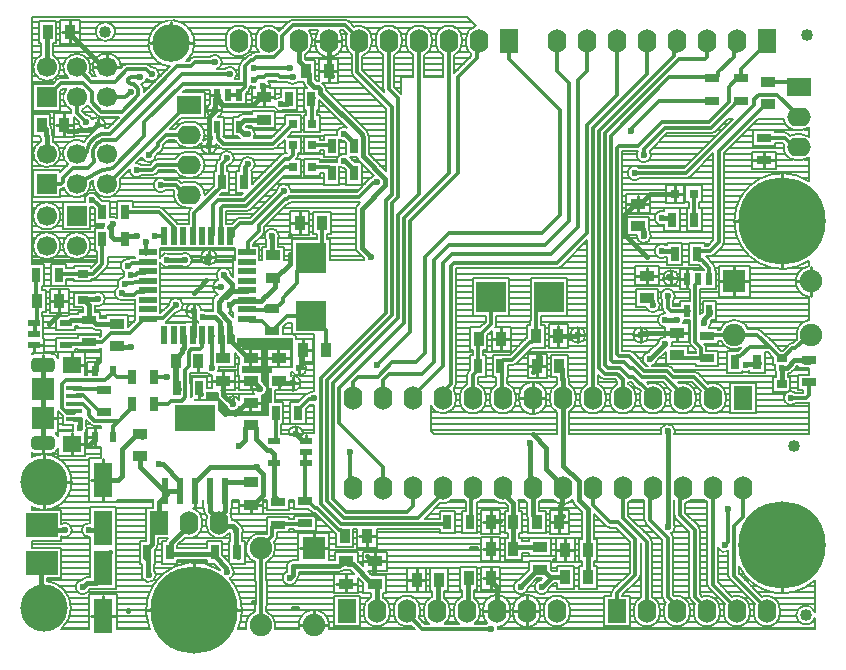
<source format=gtl>
G04*
G04 #@! TF.GenerationSoftware,Altium Limited,Altium Designer,22.5.1 (42)*
G04*
G04 Layer_Physical_Order=1*
G04 Layer_Color=255*
%FSLAX44Y44*%
%MOMM*%
G71*
G04*
G04 #@! TF.SameCoordinates,41AE30FE-043A-47DD-A292-25B9FDFD75C8*
G04*
G04*
G04 #@! TF.FilePolarity,Positive*
G04*
G01*
G75*
%ADD11C,0.2540*%
%ADD12C,0.4000*%
%ADD15R,1.5000X0.5500*%
%ADD16R,0.5500X1.5000*%
%ADD17R,0.5500X1.0000*%
%ADD18R,1.0000X0.5500*%
%ADD19R,3.5000X2.2000*%
%ADD20R,0.6000X2.2000*%
%ADD21R,1.9000X1.9000*%
%ADD22R,1.6000X1.4000*%
%ADD23R,1.3500X0.4000*%
%ADD24R,1.6000X3.0000*%
%ADD25R,2.6000X2.5000*%
%ADD26R,2.5000X2.6000*%
%ADD27R,0.9000X1.3000*%
%ADD28R,1.3000X0.9000*%
%ADD29R,0.8382X0.6350*%
%ADD30R,2.7000X2.0000*%
%ADD31R,0.7000X1.3000*%
%ADD32R,1.3000X0.7000*%
%ADD33R,0.8000X0.8000*%
%ADD34R,0.6000X0.9000*%
%ADD62C,1.9000*%
%ADD68C,0.2032*%
%ADD69C,0.3000*%
%ADD70C,1.0160*%
%ADD71C,0.5000*%
%ADD72C,4.0000*%
%ADD73C,3.2000*%
%ADD74R,1.6000X2.0000*%
%ADD75O,1.6000X2.0000*%
%ADD76O,2.0000X1.6000*%
%ADD77R,2.0000X1.6000*%
%ADD78R,1.7000X1.7000*%
%ADD79C,1.7000*%
%ADD80R,1.9000X1.9000*%
%ADD81C,7.4000*%
G04:AMPARAMS|DCode=82|XSize=2mm|YSize=1.2mm|CornerRadius=0.3mm|HoleSize=0mm|Usage=FLASHONLY|Rotation=0.000|XOffset=0mm|YOffset=0mm|HoleType=Round|Shape=RoundedRectangle|*
%AMROUNDEDRECTD82*
21,1,2.0000,0.6000,0,0,0.0*
21,1,1.4000,1.2000,0,0,0.0*
1,1,0.6000,0.7000,-0.3000*
1,1,0.6000,-0.7000,-0.3000*
1,1,0.6000,-0.7000,0.3000*
1,1,0.6000,0.7000,0.3000*
%
%ADD82ROUNDEDRECTD82*%
G04:AMPARAMS|DCode=83|XSize=2mm|YSize=1.2mm|CornerRadius=0.36mm|HoleSize=0mm|Usage=FLASHONLY|Rotation=0.000|XOffset=0mm|YOffset=0mm|HoleType=Round|Shape=RoundedRectangle|*
%AMROUNDEDRECTD83*
21,1,2.0000,0.4800,0,0,0.0*
21,1,1.2800,1.2000,0,0,0.0*
1,1,0.7200,0.6400,-0.2400*
1,1,0.7200,-0.6400,-0.2400*
1,1,0.7200,-0.6400,0.2400*
1,1,0.7200,0.6400,0.2400*
%
%ADD83ROUNDEDRECTD83*%
%ADD84C,0.6000*%
G36*
X233680Y231140D02*
X215900D01*
Y227000D01*
X213500D01*
Y214000D01*
X215900D01*
Y201540D01*
X213600D01*
Y190500D01*
X175260D01*
X170500Y195260D01*
Y202000D01*
X170180D01*
Y203200D01*
X149860D01*
Y204960D01*
X153230D01*
Y214000D01*
X155770D01*
Y204960D01*
X160540D01*
Y210820D01*
X170180D01*
X170922Y210078D01*
Y208540D01*
X170922Y208540D01*
X171232Y206979D01*
X172116Y205656D01*
X177880Y199892D01*
Y199665D01*
X178641Y197828D01*
X180048Y196421D01*
X181885Y195660D01*
X183875D01*
X185712Y196421D01*
X187119Y197828D01*
X187690Y199207D01*
X188960Y198954D01*
Y194460D01*
X196730D01*
Y201500D01*
X198000D01*
Y202770D01*
X207040D01*
Y208486D01*
X208572Y209121D01*
X209979Y210528D01*
X210740Y212365D01*
Y214355D01*
X209979Y216192D01*
X208572Y217599D01*
X208510Y217625D01*
X208241Y218027D01*
X206500Y219768D01*
Y227000D01*
X190500D01*
Y232460D01*
X196730D01*
Y239500D01*
Y246540D01*
X190500D01*
Y248920D01*
X187404D01*
X186150Y248958D01*
Y256540D01*
X233680D01*
Y231140D01*
D02*
G37*
%LPC*%
G36*
X231040Y246540D02*
X223270D01*
Y240770D01*
X231040D01*
Y246540D01*
D02*
G37*
G36*
X220730D02*
X212960D01*
Y240770D01*
X220730D01*
Y246540D01*
D02*
G37*
G36*
X207040D02*
X199270D01*
Y240770D01*
X207040D01*
Y246540D01*
D02*
G37*
G36*
X231040Y238230D02*
X223270D01*
Y232460D01*
X231040D01*
Y238230D01*
D02*
G37*
G36*
X220730D02*
X212960D01*
Y232460D01*
X220730D01*
Y238230D01*
D02*
G37*
G36*
X207040Y238230D02*
X199270D01*
Y232460D01*
X207040D01*
Y238230D01*
D02*
G37*
G36*
Y200230D02*
X199270D01*
Y194460D01*
X207040D01*
Y200230D01*
D02*
G37*
%LPD*%
D11*
X462280Y117000D02*
Y129540D01*
X459500Y101000D02*
Y110040D01*
Y101000D02*
X466540D01*
X459500Y91960D02*
Y101000D01*
X452460D02*
X459500D01*
X464500Y77000D02*
Y86040D01*
Y77000D02*
X471540D01*
X457460D02*
X464500D01*
Y67960D02*
Y77000D01*
X401500Y101000D02*
Y110040D01*
X242500Y246000D02*
X249540D01*
X242500Y236960D02*
Y246000D01*
X238760Y231140D02*
X244300D01*
X242500Y246000D02*
Y255040D01*
X238760Y225600D02*
Y231140D01*
X244640Y169520D02*
Y174810D01*
X233680Y218440D02*
X239220D01*
X233680Y212900D02*
Y218440D01*
Y223980D01*
X236220Y175260D02*
X241760D01*
X236220D02*
Y180800D01*
X401500Y101000D02*
X408540D01*
X394460D02*
X401500D01*
Y91960D02*
Y101000D01*
Y78000D02*
Y87040D01*
Y78000D02*
X408540D01*
X394460D02*
X401500D01*
Y68960D02*
Y78000D01*
X289480Y88900D02*
X296520D01*
Y79860D02*
Y88900D01*
X303560D01*
X303000Y67500D02*
Y74540D01*
X293960Y67500D02*
X303000D01*
X312040D01*
X251500Y78500D02*
Y90540D01*
X239460Y78500D02*
X251500D01*
X263540D01*
X648000Y41460D02*
Y81000D01*
X431800Y25400D02*
X442340D01*
X394460Y53000D02*
X401500D01*
Y62040D01*
Y53000D02*
X408540D01*
X338500Y52000D02*
Y61040D01*
Y52000D02*
X345540D01*
X401500Y43960D02*
Y53000D01*
X303000Y60460D02*
Y67500D01*
X338500Y42960D02*
Y52000D01*
X331460D02*
X338500D01*
X279000Y48500D02*
Y55540D01*
Y48500D02*
X288040D01*
X269960D02*
X279000D01*
Y41460D02*
Y48500D01*
X431800Y25400D02*
Y37940D01*
X406400Y25400D02*
Y37940D01*
X421260Y25400D02*
X431800D01*
X395860D02*
X406400D01*
X416940D01*
X431800Y12860D02*
Y25400D01*
X251500Y13500D02*
Y25540D01*
X239460Y13500D02*
X251500D01*
X263540D01*
X162560Y325120D02*
X168100D01*
X167180Y299720D02*
X172720D01*
X157020Y325120D02*
X162560D01*
Y319580D02*
Y325120D01*
X180340Y278940D02*
Y284480D01*
X149860Y279400D02*
Y284940D01*
X144320Y279400D02*
X149860D01*
Y273860D02*
Y279400D01*
X198000Y213460D02*
Y220500D01*
X188960D02*
X198000D01*
X222000Y213460D02*
Y220500D01*
X175000D02*
Y227540D01*
X200200Y213360D02*
X205740D01*
X182880Y200660D02*
Y206200D01*
X165960Y220500D02*
X175000D01*
X184040D01*
X148860Y258998D02*
Y269038D01*
X153500Y227960D02*
Y237000D01*
X175000Y213460D02*
Y220500D01*
X28960Y288000D02*
X36000D01*
Y297040D01*
Y288000D02*
X43040D01*
X36000Y278960D02*
Y288000D01*
X60620Y228600D02*
X66160D01*
Y235640D01*
X14500Y250500D02*
X22040D01*
X14500Y245210D02*
Y250500D01*
X46495Y234000D02*
X57035D01*
X46495D02*
Y243540D01*
X21995Y234000D02*
Y242540D01*
Y189000D02*
X34035D01*
X230680Y175260D02*
X236220D01*
X198000Y115500D02*
X207040D01*
X198000Y108460D02*
Y115500D01*
X188960D02*
X198000D01*
X151000Y113460D02*
Y127000D01*
X150000Y26000D02*
Y65540D01*
X110460Y26000D02*
X150000D01*
X189540D01*
X73000Y136500D02*
Y154040D01*
X62460Y136500D02*
X73000D01*
Y118960D02*
Y136500D01*
X66160Y172720D02*
Y179760D01*
X60620Y172720D02*
X66160D01*
Y165680D02*
Y172720D01*
X46495Y167000D02*
Y176540D01*
Y157460D02*
Y167000D01*
X57035D01*
X21995Y159460D02*
Y168000D01*
X22860Y134620D02*
X45400D01*
X22860D02*
Y157160D01*
Y112080D02*
Y134620D01*
X73000Y21000D02*
Y38540D01*
X62460Y21000D02*
X73000D01*
X83540D01*
X253620Y508000D02*
X264160D01*
X274700D01*
X264160Y482600D02*
Y491640D01*
Y482600D02*
X271200D01*
X264160Y473560D02*
Y482600D01*
Y495460D02*
Y508000D01*
X257120Y482600D02*
X264160D01*
X208280Y469900D02*
X213820D01*
X199960Y460500D02*
X209000D01*
X218040D01*
X209000Y453460D02*
Y460500D01*
X239500Y354000D02*
Y363040D01*
Y354000D02*
X246540D01*
X232460D02*
X239500D01*
Y344960D02*
Y354000D01*
X131000Y506000D02*
Y524540D01*
Y506000D02*
X149540D01*
X112460D02*
X131000D01*
X76200Y485700D02*
X87240D01*
X65160D02*
X76200D01*
X167640Y449580D02*
X173180D01*
X164210Y462500D02*
X169500D01*
X162100Y449580D02*
X167640D01*
X162560Y419100D02*
X168100D01*
X162560D02*
Y424640D01*
X157020Y419100D02*
X162560D01*
X76200Y485700D02*
Y496740D01*
X38020Y515620D02*
X45060D01*
Y524660D01*
Y515620D02*
X52100D01*
X45060Y506580D02*
Y515620D01*
X68580Y436880D02*
X74120D01*
X68580D02*
Y442420D01*
X39980Y436880D02*
Y445920D01*
X32940Y436880D02*
X39980D01*
X47020D01*
X39980Y427840D02*
Y436880D01*
X162560Y413560D02*
Y419100D01*
Y325120D02*
Y330660D01*
X157020Y325120D02*
X162560D01*
X168100D01*
X632460Y407060D02*
Y413100D01*
Y407060D02*
X641500D01*
X632460Y401020D02*
Y407060D01*
X623420D02*
X632460D01*
X648000Y355600D02*
Y395140D01*
X608460Y355600D02*
X648000D01*
X672580Y304440D02*
Y316480D01*
X660540Y304440D02*
X672580D01*
Y292400D02*
Y304440D01*
X648000Y316060D02*
Y355600D01*
X607580Y304440D02*
Y316480D01*
Y304440D02*
X619620D01*
X607580Y292400D02*
Y304440D01*
X595540D02*
X607580D01*
X557140Y378840D02*
Y385380D01*
Y378840D02*
X563680D01*
X557140Y372300D02*
Y378840D01*
X550600D02*
X557140D01*
X567500Y298960D02*
Y306500D01*
Y314040D01*
X548180Y307340D02*
X553720D01*
X562210Y306500D02*
X567500D01*
X553720Y307340D02*
Y312880D01*
Y307340D02*
X559260D01*
X553720Y301800D02*
Y307340D01*
X549760Y260960D02*
X558800D01*
X567840D01*
X558800Y253920D02*
Y260960D01*
X525780Y370180D02*
X534820D01*
X525780D02*
Y377220D01*
Y363140D02*
Y370180D01*
X516740D02*
X525780D01*
X524360Y309220D02*
X533400D01*
Y316260D01*
Y309220D02*
X542440D01*
X533400Y302180D02*
Y309220D01*
X528320Y259080D02*
Y264620D01*
Y259080D02*
X533860D01*
X528320Y253540D02*
Y259080D01*
X522780D02*
X528320D01*
X474980D02*
Y264620D01*
X469440Y259080D02*
X474980D01*
X480520D01*
X458500Y258000D02*
Y267040D01*
X451460Y258000D02*
X458500D01*
X465540D01*
X474980Y253540D02*
Y259080D01*
X458500Y248960D02*
Y258000D01*
X402960Y256000D02*
X410000D01*
X417040D01*
X410000Y246960D02*
Y256000D01*
Y265040D01*
X433460Y233000D02*
X440500D01*
Y223960D02*
Y233000D01*
Y242040D01*
Y233000D02*
X447540D01*
X436880Y205740D02*
Y218280D01*
Y205740D02*
X447420D01*
X426340D02*
X436880D01*
Y193200D02*
Y205740D01*
D12*
X458500Y258000D02*
X473900D01*
X474980Y259080D01*
X530200Y260960D02*
X558800D01*
X528320Y259080D02*
X530200Y260960D01*
X157480Y274320D02*
X167640D01*
X172110Y259500D02*
Y269850D01*
X167640Y274320D02*
X172110Y269850D01*
X170800Y279645D02*
X180110Y270335D01*
Y259890D02*
X182000Y258000D01*
X170800Y279645D02*
Y287379D01*
X180110Y259890D02*
Y270335D01*
X174900Y291480D02*
X176040Y292620D01*
X182100Y298680D01*
Y301993D01*
X175260Y308833D02*
X182100Y301993D01*
X183310Y296750D02*
X195250D01*
X182880Y297180D02*
X183310Y296750D01*
X177180Y291480D02*
X182880Y297180D01*
X175260Y308833D02*
Y309880D01*
X172110Y259500D02*
X173610Y258000D01*
X223520Y220980D02*
X224480D01*
X222000Y220500D02*
X224060Y218440D01*
X205740Y213360D02*
X206281D01*
X223080Y218000D02*
X223520Y218440D01*
X182000Y253250D02*
X193250Y242000D01*
X197420D02*
X198120Y241300D01*
X182000Y253250D02*
Y258000D01*
X193250Y242000D02*
X197420D01*
X208280Y461220D02*
X209000Y460500D01*
X208280Y461220D02*
Y469900D01*
X21995Y168000D02*
Y187095D01*
X22860Y187960D01*
X21995Y214225D02*
X22860Y213360D01*
X20320Y210820D02*
X21995Y209145D01*
Y189000D02*
Y209145D01*
Y214225D02*
Y234000D01*
X459740Y114014D02*
X461874Y116147D01*
Y129134D02*
X462280Y129540D01*
X461874Y116147D02*
Y129134D01*
X459740Y103240D02*
Y114014D01*
Y129540D02*
Y134080D01*
X219000Y307500D02*
X231140Y319640D01*
X217000Y307500D02*
X219000D01*
X231140Y319640D02*
Y327660D01*
X210820Y292100D02*
X218440Y299720D01*
X88900Y139700D02*
Y162400D01*
X102000Y175500D01*
X524440Y370840D02*
X528440D01*
X532060Y309880D02*
X533400D01*
X607060Y304800D02*
X607940D01*
X441960Y232460D02*
Y233680D01*
X436880Y227380D02*
X441960Y232460D01*
X302260Y68580D02*
X303340Y67500D01*
X401320Y51180D02*
Y53000D01*
X200660Y114840D02*
Y116160D01*
X76080Y482600D02*
X76200D01*
X45060Y513620D02*
X76080Y482600D01*
X27416Y268716D02*
X32500Y273800D01*
X66040Y228600D02*
Y230220D01*
X15240Y250500D02*
Y251460D01*
X66040Y171100D02*
Y172720D01*
X553179Y307340D02*
X553720D01*
X551299Y309220D02*
X553179Y307340D01*
X515280Y343588D02*
X533400Y325468D01*
X566750Y307340D02*
X567500Y306590D01*
Y306500D02*
Y306590D01*
X205357Y213743D02*
Y215143D01*
Y213743D02*
X205740Y213360D01*
X200000Y220500D02*
X205357Y215143D01*
X140000Y244500D02*
Y247228D01*
X141250Y248478D02*
Y257250D01*
X140000Y247228D02*
X141250Y248478D01*
X32500Y273907D02*
X35560Y276967D01*
X32500Y273800D02*
Y273907D01*
X96230Y249210D02*
X96520Y248920D01*
X85000Y249500D02*
X85290Y249210D01*
X96230D01*
X151000Y127000D02*
Y135000D01*
X163320Y147320D01*
X203200D01*
X61940Y167000D02*
X66040Y171100D01*
X73000Y136500D02*
X85700D01*
X88900Y139700D01*
X102000Y175500D02*
X104000D01*
X356550Y51750D02*
X358140Y53340D01*
X185420Y93980D02*
X185803Y93597D01*
Y75697D02*
X186500Y75000D01*
X185803Y75697D02*
Y93597D01*
X356550Y49210D02*
X358140Y50800D01*
X355600Y48260D02*
X356550Y49210D01*
Y51750D01*
Y26350D02*
Y49210D01*
X355600Y25400D02*
X356550Y26350D01*
X149860Y294640D02*
X152400Y297180D01*
X173070Y218570D02*
X175000Y220500D01*
X170800Y287379D02*
X174900Y291480D01*
X177180D01*
X196000Y288000D02*
X196278Y288278D01*
X206457D01*
X210279Y292100D01*
X154940Y299720D02*
X160500Y305280D01*
X68620Y66000D02*
X73000Y61620D01*
Y62000D01*
Y55000D02*
Y61620D01*
X59160Y49000D02*
X67000D01*
X73000Y55000D01*
X55880Y45720D02*
X59160Y49000D01*
X71480Y93980D02*
X73000Y95500D01*
X60960Y93980D02*
X71480D01*
X25020D02*
X40640D01*
X21000Y98000D02*
X25020Y93980D01*
X56711Y289560D02*
X68580D01*
X56508Y289357D02*
X56711Y289560D01*
X192107Y429643D02*
X195197D01*
X188500Y433250D02*
Y435500D01*
Y433250D02*
X192107Y429643D01*
X195197D02*
X195580Y429260D01*
X285500Y397260D02*
Y399000D01*
Y396000D02*
Y397260D01*
X284480Y396240D02*
X285500Y397260D01*
X278100Y406400D02*
X285500Y399000D01*
X276860Y406400D02*
X278100D01*
X448432Y145388D02*
X459740Y134080D01*
X448432Y145388D02*
Y163447D01*
X436880Y175000D02*
X448432Y163447D01*
X462280Y148511D02*
X475680Y135111D01*
X462280Y148511D02*
Y205740D01*
Y221740D01*
X482600Y78740D02*
X483500Y77840D01*
X648000Y344860D02*
Y355600D01*
X464760Y78740D02*
X464820D01*
X459740Y103240D02*
X462280Y105780D01*
X632460Y407060D02*
X632920Y406600D01*
X384239Y78582D02*
X388778D01*
X134620Y239120D02*
X140000Y244500D01*
X302260Y66760D02*
X303000Y67500D01*
X278130Y67310D02*
X279400Y68580D01*
X284500Y65000D02*
X301000Y48500D01*
X302260Y58420D02*
Y66760D01*
X301000Y48500D02*
X303000D01*
X280440Y65000D02*
X284500D01*
X279400Y66040D02*
X280440Y65000D01*
X401500Y101000D02*
X402100Y101600D01*
X408940D01*
X200000Y115500D02*
X200660Y114840D01*
X254000Y78740D02*
X254340Y79080D01*
X251997Y107220D02*
X254340Y104877D01*
X198000Y115500D02*
X200000D01*
X217640Y122720D02*
X220980Y119380D01*
X277000Y48500D02*
X279000D01*
X273000Y63500D02*
X276810Y67310D01*
X233680Y63500D02*
X273000D01*
X233680Y55880D02*
Y63500D01*
X276810Y67310D02*
X278130D01*
X208500Y124000D02*
Y141479D01*
X203200Y146779D02*
X208500Y141479D01*
X200660Y116160D02*
X208500Y124000D01*
X203200Y146779D02*
Y147320D01*
X171400Y100000D02*
X172720D01*
X182657Y97458D02*
X185000Y95115D01*
X175262Y97458D02*
X182657D01*
X172720Y100000D02*
X175262Y97458D01*
X162560Y419100D02*
Y443959D01*
X167640Y449039D01*
X162560Y324579D02*
Y325120D01*
X160500Y322519D02*
X162560Y324579D01*
X167830Y449770D02*
Y458580D01*
X167640Y449580D02*
X167830Y449770D01*
X167640Y449039D02*
Y449580D01*
X167830Y458580D02*
X169500Y460250D01*
X174593Y453500D02*
X200000D01*
X206240Y459740D01*
X172250Y455843D02*
X174593Y453500D01*
X169500Y460250D02*
X172250Y457500D01*
Y455843D02*
Y457500D01*
X206240Y459740D02*
X208280D01*
X169500Y460250D02*
X170180Y460930D01*
X193040Y388620D02*
X193381Y388961D01*
Y401120D01*
X667487Y236220D02*
X670560D01*
X647700Y231140D02*
X652112D01*
X658234Y238100D02*
X670560D01*
X655891Y235757D02*
X658234Y238100D01*
X655891Y234919D02*
Y235757D01*
X652112Y231140D02*
X655891Y234919D01*
X647700Y217449D02*
Y231140D01*
X553340Y358140D02*
X554640Y356840D01*
X546100Y358140D02*
X553340D01*
X526440Y351180D02*
X527780D01*
X525780D02*
X526440D01*
X527600Y352340D01*
X525780Y350520D02*
X526440Y351180D01*
X530280Y346680D02*
X530860Y346100D01*
X527780Y351180D02*
X530280Y348680D01*
Y346680D02*
Y348680D01*
X530860Y342900D02*
Y346100D01*
X556920Y327660D02*
Y328700D01*
X555420Y330200D02*
X556920Y328700D01*
X546100Y330200D02*
X555420D01*
X535940Y238760D02*
X548640Y251460D01*
Y271780D02*
X558800D01*
X548229D02*
X548640D01*
X441460Y60960D02*
X444540D01*
X302540Y48260D02*
X304800Y46000D01*
X25730Y485470D02*
Y515290D01*
X25400Y485140D02*
X25730Y485470D01*
X20320Y436880D02*
Y439680D01*
X91040Y341400D02*
X91500D01*
X80627Y352407D02*
X80897Y352136D01*
X90000Y340360D02*
X91040Y341400D01*
X130840Y73660D02*
X167500D01*
X56508Y289357D02*
X60960Y284905D01*
X130190Y74310D02*
X131000Y75120D01*
X129540Y73660D02*
X130190Y74310D01*
X40640Y269240D02*
X43490D01*
X625220Y234609D02*
X626720Y236109D01*
X618690Y234609D02*
X625220D01*
X617220Y233680D02*
X617761D01*
X626720Y236109D02*
Y236220D01*
X617761Y233680D02*
X618690Y234609D01*
X454660Y68580D02*
X455042Y68963D01*
X240579Y244079D02*
X242500Y246000D01*
X238760Y231681D02*
X240579Y233500D01*
Y244079D01*
X238760Y231140D02*
Y231681D01*
X210279Y292100D02*
X210820D01*
X217000Y307500D02*
X218440Y306060D01*
Y299720D02*
Y306060D01*
X231140Y342900D02*
X231523Y343283D01*
X239500Y352000D02*
Y354000D01*
X231523Y343283D02*
Y344023D01*
X242390Y169520D02*
X244640D01*
X236650Y175260D02*
X242390Y169520D01*
X224060Y218440D02*
X233680D01*
X67160Y235028D02*
X68580Y236448D01*
X66160Y228600D02*
X67160Y229600D01*
Y235028D01*
X68580Y236448D02*
Y238760D01*
X56000Y288849D02*
X56508Y289357D01*
X551180Y96520D02*
Y177800D01*
X80000Y351239D02*
X80897Y352136D01*
X80739Y353060D02*
X81280D01*
X80000Y342703D02*
Y351239D01*
X78179Y350500D02*
X80739Y353060D01*
X82343Y340360D02*
X90000D01*
X80000Y342703D02*
X82343Y340360D01*
X200277Y32637D02*
X200660Y33020D01*
X150000Y26000D02*
X156637Y32637D01*
X231140Y53340D02*
X233680Y55880D01*
X93980Y25400D02*
Y26000D01*
X109220Y73660D02*
Y76720D01*
X73000Y69000D02*
X79000Y75000D01*
X73000Y62000D02*
Y69000D01*
X20320Y27940D02*
Y65320D01*
X20320Y27940D02*
X20320Y27940D01*
Y65320D02*
X21000Y66000D01*
X22860Y134620D02*
X22860Y134620D01*
X21995Y168000D02*
X22860Y167135D01*
X337820Y52680D02*
X338500Y52000D01*
X296520Y71980D02*
X301090Y67410D01*
X381750Y51550D02*
X382850Y52650D01*
X22000Y436000D02*
X24500Y433500D01*
X25400Y412700D02*
Y427200D01*
Y411480D02*
Y412700D01*
X24500Y428100D02*
X25400Y427200D01*
X24500Y428100D02*
Y433500D01*
X104140Y175260D02*
X106400Y173000D01*
X123440Y149860D02*
X138300Y135000D01*
Y127000D02*
Y135000D01*
X121920Y149860D02*
X123440D01*
X175000Y239500D02*
X175740Y238760D01*
X151000Y234500D02*
X153500Y237000D01*
X292100Y428057D02*
X293000Y427157D01*
X292100Y428057D02*
Y429260D01*
X257000Y464360D02*
X292100Y429260D01*
X254657Y469500D02*
X257000Y467157D01*
Y464360D02*
Y467157D01*
X293000Y410319D02*
Y427157D01*
X292100Y332740D02*
Y366021D01*
X293000Y410319D02*
X311800Y391520D01*
X292100Y366021D02*
X311800Y385720D01*
X292100Y332740D02*
X299720Y325120D01*
X311800Y385720D02*
Y391520D01*
X251860Y469500D02*
X254657D01*
X247660Y473700D02*
Y480100D01*
X245160Y482600D02*
X247660Y480100D01*
Y473700D02*
X251860Y469500D01*
X264160Y480600D02*
X266660Y478100D01*
X264160Y480600D02*
Y482600D01*
X278000Y429500D02*
X285500Y422000D01*
Y419000D02*
Y422000D01*
X180340Y284480D02*
X183860Y288000D01*
X196000D01*
X193500Y170640D02*
Y180000D01*
X187960Y165100D02*
X193500Y170640D01*
X196000Y182500D02*
X198000D01*
X193500Y180000D02*
X196000Y182500D01*
X63579Y432420D02*
X68039Y436880D01*
X52020Y432420D02*
X63579D01*
X68039Y436880D02*
X68580D01*
X51100Y431500D02*
X52020Y432420D01*
X43500Y431500D02*
X51100D01*
X41000Y434000D02*
Y436000D01*
Y434000D02*
X43500Y431500D01*
X170180Y460930D02*
Y462280D01*
X410000Y256000D02*
X410540Y256540D01*
X443000Y234720D02*
Y240500D01*
X441960Y233680D02*
X443000Y234720D01*
X153500Y235000D02*
Y237000D01*
X175000Y208540D02*
Y220500D01*
Y208540D02*
X182880Y200660D01*
X172500Y195635D02*
X176015Y192120D01*
X184500D02*
X193040Y200660D01*
X198000Y220500D02*
X200000D01*
X154500Y211000D02*
X156000Y209500D01*
X149860Y258140D02*
Y279400D01*
Y258140D02*
X150000Y258000D01*
X125600Y127000D02*
X137160D01*
X120600Y100000D02*
Y118060D01*
X127000Y124460D01*
X401500Y53000D02*
Y53340D01*
X167500Y73660D02*
Y75000D01*
Y72000D02*
Y73660D01*
X177417Y58803D02*
X177800Y58420D01*
X167500Y72000D02*
X177417Y62083D01*
Y58803D02*
Y62083D01*
X296180Y78400D02*
X296520Y78740D01*
X233680Y27940D02*
X237060D01*
X278760Y48260D02*
X279000Y48500D01*
X15240Y250500D02*
X16750D01*
X14500D02*
X15240D01*
X66160Y228600D02*
Y230100D01*
X15240Y237924D02*
X19164Y234000D01*
X21995D01*
X45360Y168000D02*
X45720Y167640D01*
X21995Y209955D02*
X22860Y210820D01*
X224000Y454500D02*
X229000D01*
X209000Y441500D02*
X211000D01*
X229000Y454500D02*
X231140Y456640D01*
Y457200D01*
X426720Y46220D02*
X441460Y60960D01*
X426720Y45720D02*
Y46220D01*
X109220Y70720D02*
Y73660D01*
X111377Y56263D02*
Y71503D01*
Y56263D02*
X111760Y55880D01*
X109220Y73660D02*
X111377Y71503D01*
X185420Y73660D02*
X187577Y71503D01*
X91500Y340000D02*
Y341400D01*
X93000Y342900D01*
X101600D01*
X127000Y322580D02*
X142240D01*
X475680Y119262D02*
Y135111D01*
X451500Y54000D02*
X452780D01*
X464500D01*
X444500Y45720D02*
X452780Y54000D01*
X214223Y161697D02*
X217640Y158280D01*
X202500Y171253D02*
X212057Y161697D01*
X202500Y171253D02*
Y180000D01*
X198120Y182880D02*
X199620D01*
X217640Y150520D02*
Y158280D01*
X212057Y161697D02*
X214223D01*
X199620Y182880D02*
X202500Y180000D01*
X170180Y101600D02*
Y103520D01*
X172720Y106320D02*
X176400Y110000D01*
X172720Y101600D02*
Y106320D01*
X176400Y110000D02*
Y127000D01*
X163700Y110000D02*
Y127000D01*
Y110000D02*
X170180Y103520D01*
X536440Y378840D02*
X557140D01*
X528440Y370840D02*
X536440Y378840D01*
X515280Y361680D02*
X524440Y370840D01*
X515280Y343588D02*
Y361680D01*
X636280Y335280D02*
X637540D01*
X657860D02*
X661394Y331746D01*
X670500Y304500D02*
Y308208D01*
X639002Y383540D02*
X642620D01*
X533400Y290220D02*
X535400D01*
X556920Y324660D02*
Y327660D01*
X444540Y60960D02*
X451500Y54000D01*
X401320Y51180D02*
X406400Y46100D01*
X401500Y78000D02*
X401500Y78000D01*
Y101000D02*
Y101420D01*
X401320Y101600D02*
X401500Y101420D01*
X91500Y337000D02*
Y340000D01*
X73660Y22860D02*
X76800Y26000D01*
X20000Y63500D02*
X20320D01*
X187960Y437210D02*
X192250Y441500D01*
X209000D01*
X130190Y74310D02*
X130840Y73660D01*
X129500Y75000D02*
X130190Y74310D01*
X586740Y277490D02*
Y279400D01*
X582043Y272793D02*
X586740Y277490D01*
X537900Y285720D02*
Y287720D01*
Y285720D02*
X538480Y285140D01*
X535400Y290220D02*
X537900Y287720D01*
X217640Y122720D02*
Y150520D01*
X154500Y211000D02*
Y214000D01*
X134500Y216020D02*
X137160Y213360D01*
X45060Y513620D02*
Y515620D01*
X25730Y515290D02*
X26060Y515620D01*
X104000Y147460D02*
X124460Y127000D01*
X104000Y147460D02*
Y156500D01*
X177400Y134620D02*
X198120D01*
X176400Y133620D02*
X177400Y134620D01*
X176400Y127000D02*
Y133620D01*
X264160Y482600D02*
Y508000D01*
X172720Y238760D02*
X174000Y240040D01*
Y258000D01*
X141250Y257250D02*
X142000Y258000D01*
X53495Y180657D02*
Y188000D01*
X48745D02*
X53495D01*
X114600Y94000D02*
X120600Y100000D01*
X114600Y82100D02*
Y94000D01*
X109220Y76720D02*
X114600Y82100D01*
X131000Y83000D02*
X146000Y98000D01*
X131000Y75120D02*
Y83000D01*
X146000Y98000D02*
Y100000D01*
X60960Y271780D02*
Y284905D01*
X43490Y269240D02*
X46030Y271780D01*
X60960D01*
X63960D02*
X67240Y268500D01*
X60960Y271780D02*
X63960D01*
X67240Y268500D02*
X85000D01*
X215900Y327660D02*
Y342900D01*
X406400Y25400D02*
Y46100D01*
X381000Y25400D02*
X381750Y26150D01*
Y51550D01*
X304800Y25400D02*
Y46000D01*
X420500Y101000D02*
Y116761D01*
X411480Y125781D02*
X420500Y116761D01*
X411480Y125781D02*
Y129540D01*
X420500Y79880D02*
X421640Y78740D01*
X420500Y79880D02*
Y101000D01*
X421640Y78740D02*
X422400Y79500D01*
X443000D01*
X483500Y77840D02*
Y111442D01*
Y77000D02*
Y77840D01*
Y54000D02*
Y77000D01*
X627380Y236220D02*
X628220Y235380D01*
X647700Y217449D02*
X648716D01*
X475680Y119262D02*
X483500Y111442D01*
X459500Y233000D02*
X462000Y230500D01*
Y222020D02*
Y230500D01*
Y222020D02*
X462280Y221740D01*
X436880Y106620D02*
Y129540D01*
Y106620D02*
X439420Y104080D01*
Y101600D02*
Y104080D01*
X434723Y131697D02*
Y167257D01*
X434340Y167640D02*
X434723Y167257D01*
Y131697D02*
X436880Y129540D01*
X238760Y491000D02*
X246380Y483380D01*
Y482600D02*
Y483380D01*
X238760Y491000D02*
Y508000D01*
D15*
X194860Y272998D02*
D03*
Y280998D02*
D03*
Y288998D02*
D03*
Y296998D02*
D03*
Y304998D02*
D03*
Y312998D02*
D03*
Y320998D02*
D03*
Y328998D02*
D03*
X110860D02*
D03*
Y320998D02*
D03*
Y312998D02*
D03*
Y304998D02*
D03*
Y296998D02*
D03*
Y288998D02*
D03*
Y280998D02*
D03*
Y272998D02*
D03*
D16*
X180860Y342998D02*
D03*
X172860D02*
D03*
X164860D02*
D03*
X156860D02*
D03*
X148860D02*
D03*
X140860D02*
D03*
X132860D02*
D03*
X124860D02*
D03*
Y258998D02*
D03*
X132860D02*
D03*
X140860D02*
D03*
X148860D02*
D03*
X156860D02*
D03*
X164860D02*
D03*
X172860D02*
D03*
X180860D02*
D03*
D17*
X188500Y462500D02*
D03*
X179000D02*
D03*
X169500D02*
D03*
X188500Y435500D02*
D03*
X169500D02*
D03*
X586500Y306500D02*
D03*
X577000D02*
D03*
X567500D02*
D03*
X586500Y279500D02*
D03*
X567500D02*
D03*
D18*
X14500Y269500D02*
D03*
Y260000D02*
D03*
Y250500D02*
D03*
X41500Y269500D02*
D03*
Y250500D02*
D03*
X244640Y150520D02*
D03*
Y160020D02*
D03*
Y169520D02*
D03*
X217640Y150520D02*
D03*
Y169520D02*
D03*
D19*
X151000Y189000D02*
D03*
D20*
X176400Y127000D02*
D03*
X163700D02*
D03*
X151000D02*
D03*
X138300D02*
D03*
X125600D02*
D03*
D21*
X21995Y189000D02*
D03*
Y213000D02*
D03*
X607580Y304440D02*
D03*
D22*
X46495Y234000D02*
D03*
Y167000D02*
D03*
D23*
X48745Y188000D02*
D03*
Y194500D02*
D03*
Y214000D02*
D03*
Y207500D02*
D03*
Y201000D02*
D03*
D24*
X73000Y95500D02*
D03*
Y136500D02*
D03*
Y62000D02*
D03*
Y21000D02*
D03*
D25*
X249000Y324500D02*
D03*
Y275500D02*
D03*
D26*
X401500Y291000D02*
D03*
X450500D02*
D03*
D27*
X258500Y354000D02*
D03*
X239500D02*
D03*
X261500Y246000D02*
D03*
X242500D02*
D03*
X153500Y237000D02*
D03*
X134500D02*
D03*
X391000Y256000D02*
D03*
X410000D02*
D03*
X439500Y258000D02*
D03*
X458500D02*
D03*
X464500Y54000D02*
D03*
X483500D02*
D03*
X45060Y515620D02*
D03*
X26060D02*
D03*
X39980Y436880D02*
D03*
X20980D02*
D03*
X264160Y482600D02*
D03*
X245160D02*
D03*
X401500Y53000D02*
D03*
X382500D02*
D03*
X338500Y52000D02*
D03*
X357500D02*
D03*
X401500Y78000D02*
D03*
X420500D02*
D03*
X401500Y101000D02*
D03*
X420500D02*
D03*
X459500D02*
D03*
X440500D02*
D03*
X464500Y77000D02*
D03*
X483500D02*
D03*
X440500Y233000D02*
D03*
X459500D02*
D03*
X36000Y288000D02*
D03*
X17000D02*
D03*
X296520Y88900D02*
D03*
X277520D02*
D03*
D28*
X443000Y60500D02*
D03*
Y79500D02*
D03*
X198000Y182500D02*
D03*
Y201500D02*
D03*
X222000Y220500D02*
D03*
Y239500D02*
D03*
X198000Y220500D02*
D03*
Y239500D02*
D03*
X217000Y307500D02*
D03*
Y326500D02*
D03*
X209000Y460500D02*
D03*
Y441500D02*
D03*
X636000Y454500D02*
D03*
Y473500D02*
D03*
X175000Y220500D02*
D03*
Y239500D02*
D03*
X104000Y175500D02*
D03*
Y156500D02*
D03*
X198000Y115500D02*
D03*
Y134500D02*
D03*
X303000Y67500D02*
D03*
Y48500D02*
D03*
X525780Y370180D02*
D03*
Y351180D02*
D03*
X533400Y309220D02*
D03*
Y290220D02*
D03*
X85000Y249500D02*
D03*
Y268500D02*
D03*
X558800Y260960D02*
D03*
Y241960D02*
D03*
X279000Y48500D02*
D03*
Y67500D02*
D03*
D29*
X647700Y239751D02*
D03*
Y217449D02*
D03*
X56000Y311151D02*
D03*
Y288849D02*
D03*
D30*
X21000Y66000D02*
D03*
Y98000D02*
D03*
D31*
X266500Y419000D02*
D03*
X285500D02*
D03*
X266500Y396000D02*
D03*
X285500D02*
D03*
X173380Y388620D02*
D03*
X192380D02*
D03*
X110500Y75000D02*
D03*
X129500D02*
D03*
X167500D02*
D03*
X186500D02*
D03*
X91500Y363000D02*
D03*
X72500D02*
D03*
X154500Y214000D02*
D03*
X135500D02*
D03*
X249500Y459000D02*
D03*
X230500D02*
D03*
X573640Y356840D02*
D03*
X554640D02*
D03*
X97180Y223520D02*
D03*
X116180D02*
D03*
X97180Y200660D02*
D03*
X116180D02*
D03*
X383500Y101000D02*
D03*
X364500D02*
D03*
X409500Y233000D02*
D03*
X390500D02*
D03*
X607720Y236220D02*
D03*
X626720D02*
D03*
X575920Y327660D02*
D03*
X556920D02*
D03*
X72500Y340000D02*
D03*
X91500D02*
D03*
X35500Y310000D02*
D03*
X16500D02*
D03*
X219100Y193040D02*
D03*
X238100D02*
D03*
D32*
X60960Y252780D02*
D03*
Y271780D02*
D03*
X73660Y193700D02*
D03*
Y212700D02*
D03*
X215900Y262280D02*
D03*
Y281280D02*
D03*
X613000Y457500D02*
D03*
Y476500D02*
D03*
X589000Y457500D02*
D03*
Y476500D02*
D03*
X632460Y407060D02*
D03*
Y426060D02*
D03*
X670560Y219100D02*
D03*
Y238100D02*
D03*
X584200Y258420D02*
D03*
Y239420D02*
D03*
X221000Y98500D02*
D03*
Y117500D02*
D03*
X243840Y99720D02*
D03*
Y118720D02*
D03*
D33*
X234000Y420000D02*
D03*
X250000D02*
D03*
X234000Y401000D02*
D03*
X250000D02*
D03*
X234000Y438000D02*
D03*
X250000D02*
D03*
X557140Y378840D02*
D03*
X573140D02*
D03*
D34*
X81160Y172720D02*
D03*
X66160D02*
D03*
X81160Y228600D02*
D03*
X66160D02*
D03*
D62*
X607580Y259440D02*
D03*
X672580D02*
D03*
Y304440D02*
D03*
X206500Y78500D02*
D03*
Y13500D02*
D03*
X251500D02*
D03*
D68*
X581880Y119380D02*
G03*
X584764Y117492I7400J8160D01*
G01*
X565856Y116703D02*
G03*
X571280Y119380I-1976J10837D01*
G01*
X556824Y106680D02*
G03*
X558150Y103484I4516J0D01*
G01*
X556824Y106680D02*
G03*
X558147Y103487I4516J0D01*
G01*
X517596Y117492D02*
G03*
X520480Y119380I-4516J10048D01*
G01*
X557196Y96520D02*
G03*
X556196Y99841I-6016J0D01*
G01*
X578556Y93980D02*
G03*
X577230Y97176I-4516J0D01*
G01*
X578556Y93980D02*
G03*
X577233Y97173I-4516J0D01*
G01*
X553793Y91101D02*
G03*
X557196Y96520I-2613J5419D01*
G01*
X531424Y102568D02*
G03*
X532750Y99372I4516J0D01*
G01*
X531424Y102568D02*
G03*
X532747Y99374I4516J0D01*
G01*
X498955Y97379D02*
G03*
X502151Y96053I3196J3190D01*
G01*
X498958Y97376D02*
G03*
X502151Y96053I3193J3193D01*
G01*
X470664Y119262D02*
G03*
X472133Y115715I5016J0D01*
G01*
X470664Y119262D02*
G03*
X472142Y115706I5016J0D01*
G01*
X454097Y119380D02*
G03*
X470463Y119380I8183J8160D01*
G01*
X429480D02*
G03*
X431864Y117732I7400J8160D01*
G01*
X441896D02*
G03*
X444280Y119380I-5016J9808D01*
G01*
X425516Y116761D02*
G03*
X424778Y119380I-5016J0D01*
G01*
X425516Y116761D02*
G03*
X424778Y119380I-5016J0D01*
G01*
X431864Y106620D02*
G03*
X432984Y103461I5016J0D01*
G01*
X431864Y106620D02*
G03*
X432984Y103461I5016J0D01*
G01*
X555696Y87328D02*
G03*
X554370Y90524I-4516J0D01*
G01*
X555696Y87328D02*
G03*
X554373Y90521I-4516J0D01*
G01*
X537916Y83820D02*
G03*
X536590Y87016I-4516J0D01*
G01*
X537916Y83820D02*
G03*
X536593Y87013I-4516J0D01*
G01*
X593796Y79197D02*
G03*
X602464Y76079I5644J2083D01*
G01*
X378680Y119380D02*
G03*
X380274Y118178I7400J8160D01*
G01*
X389306Y117007D02*
G03*
X393480Y119380I-3226J10533D01*
G01*
X358673Y116708D02*
G03*
X368080Y119380I2007J10832D01*
G01*
X404080D02*
G03*
X413463Y116704I7400J8160D01*
G01*
X248794Y200347D02*
G03*
X251460Y199724I2666J5393D01*
G01*
Y211756D02*
G03*
X246906Y209671I0J-6016D01*
G01*
X249644Y109530D02*
G03*
X252381Y108227I3196J3190D01*
G01*
X249647Y109527D02*
G03*
X252381Y108227I3193J3193D01*
G01*
X245316Y231140D02*
G03*
X243221Y235944I-6556J0D01*
G01*
X232970Y228065D02*
G03*
X245316Y231140I5790J3075D01*
G01*
X240236Y218440D02*
G03*
X232056Y224792I-6556J0D01*
G01*
X246906Y209671D02*
G03*
X244033Y208359I320J-4505D01*
G01*
X246906Y209671D02*
G03*
X244030Y208356I320J-4505D01*
G01*
X602464Y55420D02*
G03*
X603789Y52224I4516J0D01*
G01*
X602464Y55420D02*
G03*
X603787Y52227I4516J0D01*
G01*
X611496Y63330D02*
G03*
X675640Y51321I36504J17671D01*
G01*
X595216Y27400D02*
G03*
X580288Y37698I-11016J0D01*
G01*
X584764Y47720D02*
G03*
X586090Y44524I4516J0D01*
G01*
X584764Y47720D02*
G03*
X586087Y44527I4516J0D01*
G01*
X526853Y52949D02*
G03*
X528176Y56142I-3193J3193D01*
G01*
X526850Y52946D02*
G03*
X528176Y56142I-3190J3196D01*
G01*
X504810Y43678D02*
G03*
X503484Y40482I3190J-3196D01*
G01*
X504807Y43675D02*
G03*
X503484Y40482I3193J-3193D01*
G01*
X443302Y51616D02*
G03*
X450396Y44522I1198J-5896D01*
G01*
X443356Y27400D02*
G03*
X420244Y27400I-11556J0D01*
G01*
X468216D02*
G03*
X446184Y27400I-11016J0D01*
G01*
X646016D02*
G03*
X631088Y37698I-11016J0D01*
G01*
X620616Y27400D02*
G03*
X605688Y37698I-11016J0D01*
G01*
X624702Y31312D02*
G03*
X623984Y27400I10298J-3912D01*
G01*
X599302Y31312D02*
G03*
X598584Y27400I10298J-3912D01*
G01*
X569524Y37560D02*
G03*
X570850Y34364I4516J0D01*
G01*
X569524Y37560D02*
G03*
X570847Y34367I4516J0D01*
G01*
X569816Y27400D02*
G03*
X556793Y38232I-11016J0D01*
G01*
X573902Y31312D02*
G03*
X573184Y27400I10298J-3912D01*
G01*
X675640Y24679D02*
G03*
X675640Y19321I-7640J-2679D01*
G01*
X623984Y23400D02*
G03*
X646016Y23400I11016J0D01*
G01*
X598584D02*
G03*
X620616Y23400I11016J0D01*
G01*
X573184D02*
G03*
X595216Y23400I11016J0D01*
G01*
X546664Y37458D02*
G03*
X547987Y34264I4516J0D01*
G01*
X546664Y37458D02*
G03*
X547990Y34262I4516J0D01*
G01*
X528884Y37448D02*
G03*
X522384Y27400I4516J-10048D01*
G01*
X544416D02*
G03*
X537916Y37448I-11016J0D01*
G01*
X549290Y32961D02*
G03*
X547784Y27400I9510J-5561D01*
G01*
Y23400D02*
G03*
X569816Y23400I11016J0D01*
G01*
X522384D02*
G03*
X544416Y23400I11016J0D01*
G01*
X446184D02*
G03*
X468216Y23400I11016J0D01*
G01*
X420244D02*
G03*
X443356Y23400I11556J0D01*
G01*
X424841Y51435D02*
G03*
X432705Y45111I1878J-5715D01*
G01*
X273000Y58484D02*
G03*
X276556Y59962I0J5016D01*
G01*
X273000Y58484D02*
G03*
X276547Y59953I0J5016D01*
G01*
X237227Y52333D02*
G03*
X238696Y55880I-3547J3547D01*
G01*
X237218Y52324D02*
G03*
X238696Y55880I-3538J3556D01*
G01*
X417956Y27400D02*
G03*
X394844Y27400I-11556J0D01*
G01*
X376734Y37556D02*
G03*
X369984Y27400I4266J-10156D01*
G01*
X392016D02*
G03*
X386766Y36786I-11016J0D01*
G01*
X351534Y37638D02*
G03*
X344584Y27400I4066J-10238D01*
G01*
X366616D02*
G03*
X361566Y36661I-11016J0D01*
G01*
X394844Y23400D02*
G03*
X398171Y15286I11556J0D01*
G01*
X407090Y11865D02*
G03*
X417956Y23400I-689J11535D01*
G01*
X398171Y15286D02*
G03*
X397345Y14676I3149J-5126D01*
G01*
X407336Y10160D02*
G03*
X407090Y11865I-6016J0D01*
G01*
X369984Y23400D02*
G03*
X374274Y14676I11016J0D01*
G01*
X344584Y23400D02*
G03*
X348874Y14676I11016J0D01*
G01*
X362326D02*
G03*
X366616Y23400I-6726J8724D01*
G01*
X387726Y14676D02*
G03*
X392016Y23400I-6726J8724D01*
G01*
X341216Y27400D02*
G03*
X319184Y27400I-11016J0D01*
G01*
X299784Y37208D02*
G03*
X293784Y27400I5016J-9808D01*
G01*
X315816D02*
G03*
X309816Y37208I-11016J0D01*
G01*
X340498Y19488D02*
G03*
X341216Y23400I-10298J3912D01*
G01*
X293784D02*
G03*
X315816Y23400I11016J0D01*
G01*
X319184D02*
G03*
X334112Y13102I11016J0D01*
G01*
X264556Y13500D02*
G03*
X238878Y10160I-13056J0D01*
G01*
X264121D02*
G03*
X264556Y13500I-12622J3340D01*
G01*
X181276Y309911D02*
G03*
X170699Y305957I-6016J-31D01*
G01*
X156004Y325120D02*
G03*
X169116Y325120I6556J0D01*
G01*
X170699Y305957D02*
G03*
X170056Y293729I2021J-6237D01*
G01*
X148256Y322580D02*
G03*
X147694Y325120I-6016J0D01*
G01*
X138919Y317564D02*
G03*
X148256Y322580I3321J5016D01*
G01*
X167262Y290935D02*
G03*
X165784Y287379I3538J-3556D01*
G01*
X167253Y290926D02*
G03*
X165784Y287379I3547J-3547D01*
G01*
X160801Y279336D02*
G03*
X156363Y280231I-3321J-5016D01*
G01*
D02*
G03*
X151594Y273077I-6503J-831D01*
G01*
X179569Y277969D02*
G03*
X182880Y278436I771J6511D01*
G01*
X151594Y273077D02*
G03*
X153238Y270054I5886J1243D01*
G01*
X140636Y284480D02*
G03*
X128616Y284863I-6016J0D01*
G01*
X135003Y278476D02*
G03*
X140636Y284480I-383J6004D01*
G01*
X125927Y269514D02*
G03*
X126586Y270060I-2537J3736D01*
G01*
X125927Y269514D02*
G03*
X126583Y270057I-2537J3736D01*
G01*
X121376Y320443D02*
G03*
X130321Y317564I5624J2137D01*
G01*
X99212Y288704D02*
G03*
X100344Y288848I0J4516D01*
G01*
X99212Y288704D02*
G03*
X100344Y288848I0J4516D01*
G01*
X231029Y212444D02*
G03*
X240236Y218440I2651J5996D01*
G01*
X199248Y212444D02*
G03*
X200830Y209016I6492J916D01*
G01*
X188484Y204062D02*
G03*
X177589Y204532I-5604J-3402D01*
G01*
X171116Y231140D02*
G03*
X171056Y231984I-6016J0D01*
G01*
X170533Y228556D02*
G03*
X171116Y231140I-5433J2584D01*
G01*
X160789Y226944D02*
G03*
X164944Y225126I4311J4196D01*
G01*
X153238Y270054D02*
G03*
X153861Y269514I4242J4266D01*
G01*
X147176Y217550D02*
G03*
X147016Y218742I-4516J0D01*
G01*
X147176Y217550D02*
G03*
X147016Y218742I-4516J0D01*
G01*
X97292Y324516D02*
G03*
X94436Y323499I0J-4516D01*
G01*
X97292Y324516D02*
G03*
X94436Y323499I0J-4516D01*
G01*
D02*
G03*
X91001Y312274I-456J-5999D01*
G01*
X75693Y315687D02*
G03*
X77016Y318880I-3193J3193D01*
G01*
X75690Y315684D02*
G03*
X77016Y318880I-3190J3196D01*
G01*
X91001Y312274D02*
G03*
X90733Y308234I5519J-2394D01*
G01*
X44262Y325120D02*
G03*
X57338Y325120I6538J9480D01*
G01*
X64771Y306635D02*
G03*
X67967Y307960I0J4516D01*
G01*
X64771Y306635D02*
G03*
X67964Y307957I0J4516D01*
G01*
X90281Y288785D02*
G03*
X91132Y288704I850J4435D01*
G01*
X90733Y308234D02*
G03*
X85921Y299867I706J-5974D01*
G01*
Y299866D02*
G03*
X90281Y288785I2979J-5226D01*
G01*
X74596Y289560D02*
G03*
X65259Y294576I-6016J0D01*
G01*
X65976Y284137D02*
G03*
X74596Y289560I2604J5423D01*
G01*
X90281Y288785D02*
G03*
X91132Y288704I850J4435D01*
G01*
X18862Y325120D02*
G03*
X31938Y325120I6538J9480D01*
G01*
X46030Y276796D02*
G03*
X42474Y275318I0J-5016D01*
G01*
X63693Y264953D02*
G03*
X67240Y263484I3547J3547D01*
G01*
X63684Y264962D02*
G03*
X67240Y263484I3556J3538D01*
G01*
X62517Y183507D02*
G03*
X65710Y182184I3193J3193D01*
G01*
X62514Y183510D02*
G03*
X65710Y182184I3196J3190D01*
G01*
X46030Y276796D02*
G03*
X42483Y275327I0J-5016D01*
G01*
X34939Y239766D02*
G03*
X28995Y243556I-5944J-2766D01*
G01*
X14995D02*
G03*
X12700Y243141I0J-6556D01*
G01*
X242752Y175826D02*
G03*
X229664Y175260I-6532J-566D01*
G01*
X219193Y85606D02*
G03*
X220516Y88799I-3193J3193D01*
G01*
X219190Y85603D02*
G03*
X220516Y88799I-3190J3196D01*
G01*
X190819Y91326D02*
G03*
X191436Y93980I-5399J2655D01*
G01*
X210995Y90181D02*
G03*
X201984Y66827I-4495J-11681D01*
G01*
X180843Y107673D02*
G03*
X181416Y110000I-4443J2328D01*
G01*
X180843Y107673D02*
G03*
X181416Y110000I-4443J2328D01*
G01*
X158684D02*
G03*
X160162Y106444I5016J0D01*
G01*
X158684Y110000D02*
G03*
X160153Y106453I5016J0D01*
G01*
X186213Y100996D02*
G03*
X182657Y102474I-3556J-3538D01*
G01*
X191436Y93980D02*
G03*
X187635Y99573I-6016J0D01*
G01*
X182406Y102474D02*
G03*
X180843Y107673I-11006J-474D01*
G01*
X186204Y101005D02*
G03*
X182657Y102474I-3547J-3547D01*
G01*
X180078Y91214D02*
G03*
X180787Y90143I5342J2766D01*
G01*
X160384Y98000D02*
G03*
X180078Y91214I11016J0D01*
G01*
X160993Y105613D02*
G03*
X160384Y102000I10407J-3613D01*
G01*
X157016D02*
G03*
X149504Y112444I-11016J0D01*
G01*
X142612Y87518D02*
G03*
X157016Y98000I3388J10482D01*
G01*
X233680Y68516D02*
G03*
X228664Y63500I0J-5016D01*
G01*
X233680Y68516D02*
G03*
X228664Y63500I0J-5016D01*
G01*
X211016Y66827D02*
G03*
X219016Y78500I-4516J11673D01*
G01*
D02*
G03*
X217691Y84104I-12516J0D01*
G01*
X211676Y50388D02*
G03*
X211016Y52739I-4516J0D01*
G01*
X211676Y50388D02*
G03*
X211016Y52739I-4516J0D01*
G01*
X201984Y51048D02*
G03*
X202644Y48698I4516J0D01*
G01*
X201984Y51048D02*
G03*
X202644Y48698I4516J0D01*
G01*
X228664Y58823D02*
G03*
X237036Y52142I2476J-5483D01*
G01*
X218562Y10160D02*
G03*
X219016Y13500I-12062J3340D01*
G01*
X211016Y27977D02*
G03*
X211676Y30328I-3856J2351D01*
G01*
X202644Y32018D02*
G03*
X201984Y29668I3856J-2351D01*
G01*
X202644Y32018D02*
G03*
X201984Y29668I3856J-2351D01*
G01*
X211016Y27977D02*
G03*
X211676Y30328I-3856J2351D01*
G01*
X219016Y13500D02*
G03*
X211016Y25173I-12516J0D01*
G01*
X201984D02*
G03*
X194438Y10160I4516J-11673D01*
G01*
X182430Y62261D02*
G03*
X181104Y65484I-5013J-178D01*
G01*
X182430Y62261D02*
G03*
X181104Y65484I-5013J-178D01*
G01*
X183816Y58420D02*
G03*
X182430Y62261I-6016J0D01*
G01*
X180306Y52951D02*
G03*
X183816Y58420I-2506J5469D01*
G01*
X172013Y60062D02*
G03*
X112665Y10160I-22013J-34062D01*
G01*
X190556Y26000D02*
G03*
X180306Y52951I-40556J0D01*
G01*
X187335Y10160D02*
G03*
X190556Y26000I-37335J15840D01*
G01*
X115761Y119380D02*
G03*
X115584Y118060I4839J-1320D01*
G01*
X59356Y180340D02*
G03*
X58511Y183414I-6016J0D01*
G01*
X58051Y176599D02*
G03*
X59356Y180340I-4711J3741D01*
G01*
X47936Y182984D02*
G03*
X48007Y177556I5404J-2644D01*
G01*
X115761Y119380D02*
G03*
X115584Y118060I4839J-1320D01*
G01*
X61984Y99908D02*
G03*
X61984Y88052I-1024J-5928D01*
G01*
X34939Y173296D02*
G03*
X32920Y175944I-6544J-2896D01*
G01*
X28395Y158444D02*
G03*
X34939Y162704I0J7156D01*
G01*
X12700Y159056D02*
G03*
X15595Y158444I2895J6544D01*
G01*
X37516Y88839D02*
G03*
X46656Y93980I3124J5141D01*
G01*
X46416Y134620D02*
G03*
X12700Y155872I-23556J0D01*
G01*
Y113368D02*
G03*
X46416Y134620I10160J21252D01*
G01*
X46656Y93980D02*
G03*
X37516Y99121I-6016J0D01*
G01*
X127462Y86556D02*
G03*
X126219Y84516I3538J-3556D01*
G01*
X127453Y86547D02*
G03*
X126219Y84516I3547J-3547D01*
G01*
X118147Y78553D02*
G03*
X119616Y82100I-3547J3547D01*
G01*
X118138Y78544D02*
G03*
X119616Y82100I-3538J3556D01*
G01*
X117776Y55880D02*
G03*
X116393Y59717I-6016J0D01*
G01*
X106361Y58534D02*
G03*
X117776Y55880I5399J-2655D01*
G01*
X59160Y54016D02*
G03*
X55613Y52547I0J-5016D01*
G01*
X59160Y54016D02*
G03*
X55604Y52538I0J-5016D01*
G01*
X54682Y51616D02*
G03*
X61640Y43984I1198J-5896D01*
G01*
X45876Y27940D02*
G03*
X25336Y50823I-23016J0D01*
G01*
X37475Y10160D02*
G03*
X45876Y27940I-14615J17780D01*
G01*
X388605Y520715D02*
G03*
X380144Y510000I2555J-10716D01*
G01*
X376776D02*
G03*
X354744Y510000I-11016J0D01*
G01*
X351376D02*
G03*
X329344Y510000I-11016J0D01*
G01*
X354744Y506000D02*
G03*
X361244Y495952I11016J0D01*
G01*
X370276D02*
G03*
X376776Y506000I-4516J10048D01*
G01*
X380144D02*
G03*
X384844Y496974I11016J0D01*
G01*
X344876Y495952D02*
G03*
X351376Y506000I-4516J10048D01*
G01*
X319476Y495952D02*
G03*
X325976Y506000I-4516J10048D01*
G01*
X329344D02*
G03*
X335844Y495952I11016J0D01*
G01*
X281253Y524693D02*
G03*
X278060Y526016I-3193J-3193D01*
G01*
X281256Y524690D02*
G03*
X278060Y526016I-3196J-3190D01*
G01*
X325976Y510000D02*
G03*
X303944Y510000I-11016J0D01*
G01*
X300576D02*
G03*
X285648Y520298I-11016J0D01*
G01*
X275716Y510000D02*
G03*
X273367Y516984I-11556J0D01*
G01*
X279262Y513912D02*
G03*
X278544Y510000I10298J-3912D01*
G01*
Y506000D02*
G03*
X283463Y496825I11016J0D01*
G01*
X303944Y506000D02*
G03*
X310444Y495952I11016J0D01*
G01*
X292495Y495382D02*
G03*
X300576Y506000I-2935J10618D01*
G01*
X252604D02*
G03*
X275716Y506000I11556J0D01*
G01*
X310444Y467360D02*
G03*
X311321Y464685I4516J0D01*
G01*
X310444Y467360D02*
G03*
X311321Y464685I4516J0D01*
G01*
X283463Y481641D02*
G03*
X284786Y478448I4516J0D01*
G01*
X283463Y481641D02*
G03*
X284788Y478445I4516J0D01*
G01*
X254953Y516984D02*
G03*
X252604Y510000I9207J-6984D01*
G01*
X249776D02*
G03*
X247279Y516984I-11016J0D01*
G01*
X233997Y526016D02*
G03*
X230803Y524693I0J-4516D01*
G01*
X233997Y526016D02*
G03*
X230800Y524690I0J-4516D01*
G01*
X243776Y496192D02*
G03*
X249776Y506000I-5016J9808D01*
G01*
X256104Y474303D02*
G03*
X254657Y474516I-1447J-4803D01*
G01*
X256104Y474303D02*
G03*
X254657Y474516I-1447J-4803D01*
G01*
X242682Y473084D02*
G03*
X244113Y470153I4978J616D01*
G01*
X242682Y473084D02*
G03*
X244122Y470144I4978J616D01*
G01*
X222402Y516292D02*
G03*
X202344Y510000I-9042J-6292D01*
G01*
Y506000D02*
G03*
X205075Y498740I11016J0D01*
G01*
X202673D02*
G03*
X199480Y497417I0J-4516D01*
G01*
X202673Y498740D02*
G03*
X199477Y497414I0J-4516D01*
G01*
X197968Y496156D02*
G03*
X194774Y494833I0J-4516D01*
G01*
X214836Y469900D02*
G03*
X213025Y474424I-6556J0D01*
G01*
X197968Y496156D02*
G03*
X194771Y494830I0J-4516D01*
G01*
X219282Y474330D02*
G03*
X222478Y473004I3196J3190D01*
G01*
X219285Y474327D02*
G03*
X222478Y473004I3193J3193D01*
G01*
X189847Y489906D02*
G03*
X188524Y486712I3193J-3193D01*
G01*
X189850Y489908D02*
G03*
X188524Y486712I3190J-3196D01*
G01*
X184676Y475889D02*
G03*
X186356Y480060I-4336J4171D01*
G01*
X262016Y467157D02*
G03*
X260538Y470713I-5016J0D01*
G01*
X262016Y467157D02*
G03*
X260547Y470704I-5016J0D01*
G01*
X229705Y473004D02*
G03*
X237744Y473084I3975J4516D01*
G01*
X223984Y460658D02*
G03*
X219056Y458693I-464J-5998D01*
G01*
X214697Y468556D02*
G03*
X214836Y469900I-6417J1344D01*
G01*
X197556Y469827D02*
G03*
X201777Y469069I3104J5153D01*
G01*
X196233Y466097D02*
G03*
X197556Y469290I-3193J3193D01*
G01*
X196230Y466094D02*
G03*
X197556Y469290I-3190J3196D01*
G01*
X217927Y452444D02*
G03*
X226586Y449484I5593J2216D01*
G01*
X192250Y446516D02*
G03*
X188703Y445047I0J-5016D01*
G01*
X192250Y446516D02*
G03*
X188694Y445038I0J-5016D01*
G01*
X298016Y427157D02*
G03*
X297040Y430130I-5016J0D01*
G01*
X298016Y427157D02*
G03*
X297040Y430130I-5016J0D01*
G01*
D02*
G03*
X295638Y432816I-4940J-870D01*
G01*
X297040Y430130D02*
G03*
X295647Y432807I-4940J-870D01*
G01*
X273016Y424632D02*
G03*
X277155Y423251I3844J4628D01*
G01*
X288054Y409484D02*
G03*
X289453Y406773I4946J835D01*
G01*
X288054Y409484D02*
G03*
X289462Y406764I4946J835D01*
G01*
X279706Y434560D02*
G03*
X270890Y428516I-2846J-5300D01*
G01*
X278984Y412029D02*
G03*
X273016Y411028I-2124J-5629D01*
G01*
D02*
G03*
X271695Y409484I3844J-4628D01*
G01*
D02*
G03*
X270909Y405516I5165J-3084D01*
G01*
X302187Y394039D02*
G03*
X299988Y392231I2613J-5419D01*
G01*
D02*
G03*
X298493Y391239I1698J-4185D01*
G01*
X299988Y392231D02*
G03*
X298490Y391236I1698J-4185D01*
G01*
X273016Y401772D02*
G03*
X277020Y400386I3844J4628D01*
G01*
X289560Y371404D02*
G03*
X290486Y371500I0J4516D01*
G01*
X289560Y371404D02*
G03*
X290486Y371500I0J4516D01*
G01*
X288562Y369576D02*
G03*
X287084Y366021I3538J-3556D01*
G01*
Y332740D02*
G03*
X288553Y329193I5016J0D01*
G01*
X293825Y323922D02*
G03*
X294266Y322580I5896J1198D01*
G01*
X287084Y332740D02*
G03*
X288562Y329184I5016J0D01*
G01*
X288553Y369567D02*
G03*
X287084Y366021I3547J-3547D01*
G01*
X237193Y408607D02*
G03*
X238516Y411800I-3193J3193D01*
G01*
X226984Y413010D02*
G03*
X224016Y411693I226J-4510D01*
G01*
X226984Y413010D02*
G03*
X224014Y411690I226J-4510D01*
G01*
X237190Y408604D02*
G03*
X238516Y411800I-3190J3196D01*
G01*
X201596Y429260D02*
G03*
X194266Y435131I-6016J0D01*
G01*
X200456Y425736D02*
G03*
X201596Y429260I-4876J3524D01*
G01*
X217220Y416704D02*
G03*
X220416Y418030I0J4516D01*
G01*
X217220Y416704D02*
G03*
X220413Y418027I0J4516D01*
G01*
X198397Y398544D02*
G03*
X201596Y403860I-2817J5316D01*
G01*
D02*
G03*
X189589Y404403I-6016J0D01*
G01*
X189589Y404403D02*
G03*
X188365Y401120I3793J-3283D01*
G01*
X229061Y369995D02*
G03*
X231946Y371307I-309J4505D01*
G01*
X232076Y381000D02*
G03*
X220056Y381383I-6016J0D01*
G01*
X229061Y369995D02*
G03*
X231949Y371310I-309J4505D01*
G01*
X220916Y339579D02*
G03*
X221916Y342900I-5016J3321D01*
G01*
D02*
G03*
X210884Y339579I-6016J0D01*
G01*
X208298Y344152D02*
G03*
X209621Y347345I-3193J3193D01*
G01*
X208295Y344149D02*
G03*
X209621Y347345I-3190J3196D01*
G01*
X194081Y363784D02*
G03*
X197277Y365110I0J4516D01*
G01*
X194081Y363784D02*
G03*
X197274Y365107I0J4516D01*
G01*
X189250Y358516D02*
G03*
X186057Y357193I0J-4516D01*
G01*
X189250Y358516D02*
G03*
X186054Y357190I0J-4516D01*
G01*
X198976Y510000D02*
G03*
X176944Y510000I-11016J0D01*
G01*
Y506000D02*
G03*
X198976Y506000I11016J0D01*
G01*
X151040Y494736D02*
G03*
X147847Y493413I0J-4516D01*
G01*
X151040Y494736D02*
G03*
X147844Y493410I0J-4516D01*
G01*
X169723Y484576D02*
G03*
X173656Y490220I-2083J5644D01*
G01*
X143567Y491016D02*
G03*
X150556Y506000I-12566J14984D01*
G01*
X173656Y490220D02*
G03*
X163665Y494736I-6016J0D01*
G01*
X186356Y480060D02*
G03*
X176365Y484576I-6016J0D01*
G01*
X120316Y480060D02*
G03*
X113874Y486061I-6016J0D01*
G01*
X112722Y487213D02*
G03*
X109528Y488536I-3193J-3193D01*
G01*
X83096Y516000D02*
G03*
X83096Y516000I-8096J0D01*
G01*
X93218Y488536D02*
G03*
X90025Y487213I0J-4516D01*
G01*
X93218Y488536D02*
G03*
X90022Y487210I0J-4516D01*
G01*
X150556Y506000D02*
G03*
X129588Y486495I-19556J0D01*
G01*
X109938Y475916D02*
G03*
X120316Y480060I4362J4144D01*
G01*
X112724Y487210D02*
G03*
X109528Y488536I-3196J-3190D01*
G01*
X105302Y471617D02*
G03*
X109938Y475916I-1162J5903D01*
G01*
X88256Y485700D02*
G03*
X66748Y478216I-12056J0D01*
G01*
X107536Y467512D02*
G03*
X106210Y470709I-4516J0D01*
G01*
X107536Y467512D02*
G03*
X106213Y470706I-4516J0D01*
G01*
X174196Y449580D02*
G03*
X172533Y453944I-6556J0D01*
G01*
X170132Y443516D02*
G03*
X174196Y449580I-2492J6064D01*
G01*
X169116Y419100D02*
G03*
X168877Y420854I-6556J0D01*
G01*
X165601Y426000D02*
G03*
X165757Y424823I4516J0D01*
G01*
X165601Y426000D02*
G03*
X165757Y424823I4516J0D01*
G01*
X163194Y454398D02*
G03*
X165148Y443516I4446J-4818D01*
G01*
X157728Y423531D02*
G03*
X159016Y428700I-9728J5169D01*
G01*
X144000Y439716D02*
G03*
X133952Y433216I0J-11016D01*
G01*
X159016Y428700D02*
G03*
X148000Y439716I-11016J0D01*
G01*
X165757Y424823D02*
G03*
X157728Y423531I-3197J-5724D01*
G01*
X77282Y434189D02*
G03*
X74542Y434152I-1082J-21489D01*
G01*
X61484Y481403D02*
G03*
X62316Y485700I-10684J4297D01*
G01*
D02*
G03*
X43472Y476816I-11516J0D01*
G01*
X42047Y467784D02*
G03*
X46284Y449706I8753J-7484D01*
G01*
X37400Y476816D02*
G03*
X34207Y475493I0J-4516D01*
G01*
X36916Y485700D02*
G03*
X30746Y495900I-11516J0D01*
G01*
X20714Y496219D02*
G03*
X36916Y485700I4686J-10519D01*
G01*
X37400Y476816D02*
G03*
X34204Y475490I0J-4516D01*
G01*
X64028Y441598D02*
G03*
X58803Y445424I-5608J-2178D01*
G01*
X55316Y449706D02*
G03*
X59923Y453273I-4516J10594D01*
G01*
X68033Y445109D02*
G03*
X71229Y443784I3196J3190D01*
G01*
X68036Y445107D02*
G03*
X71229Y443784I3193J3193D01*
G01*
X75136Y436880D02*
G03*
X64028Y441598I-6556J0D01*
G01*
X74542Y434152D02*
G03*
X75136Y436880I-5961J2728D01*
G01*
X52416Y439037D02*
G03*
X62343Y434859I6004J383D01*
G01*
D02*
G03*
X65260Y431227I6237J2021D01*
G01*
D02*
G03*
X56998Y422406I10940J-18527D01*
G01*
X29516Y433500D02*
G03*
X28496Y436532I-5016J0D01*
G01*
X29516Y433500D02*
G03*
X28496Y436532I-5016J0D01*
G01*
X30416Y427200D02*
G03*
X29516Y430067I-5016J0D01*
G01*
X30416Y427200D02*
G03*
X29516Y430067I-5016J0D01*
G01*
X19538Y427364D02*
G03*
X20384Y425233I4962J736D01*
G01*
X19538Y427364D02*
G03*
X20384Y425233I4962J736D01*
G01*
X183816Y408940D02*
G03*
X171799Y408514I-6016J0D01*
G01*
X171701Y418030D02*
G03*
X174897Y416704I3196J3190D01*
G01*
X171704Y418027D02*
G03*
X174897Y416704I3193J3193D01*
G01*
X179132Y403073D02*
G03*
X183816Y408940I-1332J5867D01*
G01*
X170190Y406904D02*
G03*
X168864Y403708I3190J-3196D01*
G01*
X170187Y406902D02*
G03*
X168864Y403708I3193J-3193D01*
G01*
X148000Y417684D02*
G03*
X156584Y421796I0J11016D01*
G01*
D02*
G03*
X169116Y419100I5976J-2696D01*
G01*
X144000Y414316D02*
G03*
X133952Y407816I0J-11016D01*
G01*
X159016Y403300D02*
G03*
X148000Y414316I-11016J0D01*
G01*
X133952Y424184D02*
G03*
X144000Y417684I10048J4516D01*
G01*
X148000Y392284D02*
G03*
X159016Y403300I0J11016D01*
G01*
X144000Y388916D02*
G03*
X139169Y387800I0J-11016D01*
G01*
X159016Y377900D02*
G03*
X148000Y388916I-11016J0D01*
G01*
X133378Y380818D02*
G03*
X144000Y366884I10623J-2918D01*
G01*
X137696Y389273D02*
G03*
X134502Y390596I-3193J-3193D01*
G01*
X137698Y389270D02*
G03*
X134502Y390596I-3196J-3190D01*
G01*
X133952Y398784D02*
G03*
X144000Y392284I10048J4516D01*
G01*
X169116Y325120D02*
G03*
X156516Y322580I-6556J0D01*
G01*
X168604D02*
G03*
X169116Y325120I-6044J2540D01*
G01*
X146807Y365433D02*
G03*
X145484Y362240I3193J-3193D01*
G01*
X146810Y365436D02*
G03*
X145484Y362240I3190J-3196D01*
G01*
X148256Y322580D02*
G03*
X138919Y327596I-6016J0D01*
G01*
X130321D02*
G03*
X121376Y324717I-3321J-5016D01*
G01*
X122580Y415914D02*
G03*
X123903Y419107I-3193J3193D01*
G01*
X122577Y415911D02*
G03*
X123903Y419107I-3190J3196D01*
G01*
X106007Y409720D02*
G03*
X117764Y411097I5753J1760D01*
G01*
X118820Y407816D02*
G03*
X115627Y406493I0J-4516D01*
G01*
X118820Y407816D02*
G03*
X115624Y406490I0J-4516D01*
G01*
X105575Y403296D02*
G03*
X101058Y404771I-3975J-4516D01*
G01*
X114300Y394264D02*
G03*
X117496Y395590I0J4516D01*
G01*
X114300Y394264D02*
G03*
X117493Y395587I0J4516D01*
G01*
X95609Y399322D02*
G03*
X105575Y394264I5992J-542D01*
G01*
X125895Y390596D02*
G03*
X125895Y381564I-3975J-4516D01*
G01*
X64950Y389761D02*
G03*
X87716Y387300I11250J-2461D01*
G01*
D02*
G03*
X87151Y390864I-11516J0D01*
G01*
X62316Y387300D02*
G03*
X62270Y388325I-11516J0D01*
G01*
X56998Y422406D02*
G03*
X43743Y403600I-6198J-9706D01*
G01*
X36916Y412700D02*
G03*
X30416Y423066I-11516J0D01*
G01*
X20384D02*
G03*
X36916Y412700I5016J-10366D01*
G01*
X37043Y382784D02*
G03*
X39843Y383757I0J4516D01*
G01*
D02*
G03*
X62316Y387300I10957J3543D01*
G01*
X37043Y382784D02*
G03*
X39843Y383757I0J4516D01*
G01*
X68942Y375945D02*
G03*
X57780Y371516I-5442J-2565D01*
G01*
X123393Y366193D02*
G03*
X120200Y367516I-3193J-3193D01*
G01*
X123396Y366190D02*
G03*
X120200Y367516I-3196J-3190D01*
G01*
X84984Y357801D02*
G03*
X79016Y358634I-3704J-4741D01*
G01*
X62316Y367482D02*
G03*
X64640Y367473I1184J5898D01*
G01*
X74147Y353484D02*
G03*
X73260Y349516I4032J-2984D01*
G01*
X36916Y360000D02*
G03*
X36916Y360000I-11516J0D01*
G01*
X62316Y334600D02*
G03*
X62316Y334600I-11516J0D01*
G01*
X36916D02*
G03*
X36916Y334600I-11516J0D01*
G01*
X664000Y432584D02*
G03*
X670560Y434750I0J11016D01*
G01*
X660000Y429216D02*
G03*
X654746Y427883I0J-11016D01*
G01*
X670560Y427050D02*
G03*
X664000Y429216I-6560J-8850D01*
G01*
X649107Y441960D02*
G03*
X660000Y432584I10893J1640D01*
G01*
X653379Y429250D02*
G03*
X650182Y430576I-3196J-3190D01*
G01*
X653376Y429253D02*
G03*
X650182Y430576I-3193J-3193D01*
G01*
X649250Y420606D02*
G03*
X660000Y407184I10750J-2406D01*
G01*
X664000D02*
G03*
X670560Y409350I0J11016D01*
G01*
Y317339D02*
G03*
X670560Y291541I2020J-12899D01*
G01*
Y389302D02*
G03*
X670560Y321898I-22560J-33702D01*
G01*
X597553Y334627D02*
G03*
X598876Y337820I-3193J3193D01*
G01*
X597550Y334624D02*
G03*
X598876Y337820I-3190J3196D01*
G01*
X587861Y429824D02*
G03*
X591057Y431150I0J4516D01*
G01*
X587861Y429824D02*
G03*
X591054Y431147I0J4516D01*
G01*
X566690Y391724D02*
G03*
X569883Y393047I0J4516D01*
G01*
X566690Y391724D02*
G03*
X569886Y393050I0J4516D01*
G01*
X586740Y325684D02*
G03*
X589936Y327010I0J4516D01*
G01*
X586740Y325684D02*
G03*
X589933Y327007I0J4516D01*
G01*
X591016Y316000D02*
G03*
X589693Y319193I-4516J0D01*
G01*
X591016Y316000D02*
G03*
X589690Y319196I-4516J0D01*
G01*
X560276Y307340D02*
G03*
X560276Y307340I-6556J0D01*
G01*
X670560Y271792D02*
G03*
X660674Y255581I2020J-12352D01*
G01*
X656695Y252246D02*
G03*
X653502Y250923I0J-4516D01*
G01*
X656695Y252246D02*
G03*
X653499Y250920I0J-4516D01*
G01*
X659438Y231372D02*
G03*
X660559Y233084I-3547J3547D01*
G01*
X659429Y231363D02*
G03*
X660559Y233084I-3538J3556D01*
G01*
X665572Y231584D02*
G03*
X667487Y231204I1915J4636D01*
G01*
X642192Y233560D02*
G03*
X642684Y227819I5508J-2420D01*
G01*
X619230Y264016D02*
G03*
X595733Y263476I-11650J-4576D01*
G01*
X630128Y262693D02*
G03*
X626935Y264016I-3193J-3193D01*
G01*
X630131Y262690D02*
G03*
X626935Y264016I-3196J-3190D01*
G01*
X596104Y254444D02*
G03*
X613557Y248443I11476J4996D01*
G01*
X652716Y226161D02*
G03*
X655668Y227602I-604J4979D01*
G01*
X652716Y226161D02*
G03*
X655659Y227593I-604J4979D01*
G01*
X668020Y201224D02*
G03*
X670560Y202006I0J4516D01*
G01*
X668020Y201224D02*
G03*
X670560Y202006I0J4516D01*
G01*
X659295Y210256D02*
G03*
X654907Y211742I-3975J-4516D01*
G01*
D02*
G03*
X652924Y211258I413J-6002D01*
G01*
D02*
G03*
X659295Y201224I2396J-5518D01*
G01*
X614236Y228456D02*
G03*
X620204Y228456I2984J5224D01*
G01*
X600296Y207740D02*
G03*
X585368Y218038I-11016J0D01*
G01*
X578264Y203740D02*
G03*
X600296Y203740I11016J0D01*
G01*
X587676Y269240D02*
G03*
X587396Y271053I-6016J0D01*
G01*
X585863Y264936D02*
G03*
X587676Y269240I-4203J4304D01*
G01*
X583716Y248470D02*
G03*
X582393Y251663I-4516J0D01*
G01*
X569684Y253470D02*
G03*
X571010Y250274I4516J0D01*
G01*
X583716Y248470D02*
G03*
X582390Y251666I-4516J0D01*
G01*
X569684Y253470D02*
G03*
X571007Y250277I4516J0D01*
G01*
X557196Y292100D02*
G03*
X546664Y288125I-6016J0D01*
G01*
X555696D02*
G03*
X557196Y292100I-4516J3975D01*
G01*
X546664Y281940D02*
G03*
X547990Y278744I4516J0D01*
G01*
X546664Y281940D02*
G03*
X547987Y278747I4516J0D01*
G01*
X564143Y269016D02*
G03*
X564809Y271484I-5343J2764D01*
G01*
X554656Y251460D02*
G03*
X554480Y252904I-6016J0D01*
G01*
X578982Y211652D02*
G03*
X578264Y207740I10298J-3912D01*
G01*
X576693Y226713D02*
G03*
X573500Y228036I-3193J-3193D01*
G01*
X576696Y226710D02*
G03*
X573500Y228036I-3196J-3190D01*
G01*
X554319Y249476D02*
G03*
X554656Y251460I-5679J1984D01*
G01*
X553904Y231713D02*
G03*
X550711Y233036I-3193J-3193D01*
G01*
X553907Y231710D02*
G03*
X550711Y233036I-3196J-3190D01*
G01*
X574896Y207740D02*
G03*
X560366Y218181I-11016J0D01*
G01*
X552864Y203740D02*
G03*
X574896Y203740I11016J0D01*
G01*
X557196Y177800D02*
G03*
X545727Y175260I-6016J0D01*
G01*
X556633D02*
G03*
X557196Y177800I-5454J2540D01*
G01*
X553737Y212037D02*
G03*
X552864Y207740I10143J-4297D01*
G01*
X536876Y411480D02*
G03*
X535717Y415030I-6016J0D01*
G01*
X525707Y414584D02*
G03*
X536876Y411480I5153J-3104D01*
G01*
X527215Y400756D02*
G03*
X527215Y391724I-3975J-4516D01*
G01*
X548124Y363805D02*
G03*
X548124Y352475I-2024J-5665D01*
G01*
X524893Y343664D02*
G03*
X536876Y342900I5967J-764D01*
G01*
X535874Y346224D02*
G03*
X535296Y348441I-5015J-124D01*
G01*
X536876Y342900D02*
G03*
X535874Y346224I-6016J0D01*
G01*
D02*
G03*
X535296Y348441I-5015J-124D01*
G01*
X549421Y335216D02*
G03*
X549421Y325184I-3321J-5016D01*
G01*
X544496Y284480D02*
G03*
X542916Y288544I-6016J0D01*
G01*
X548945Y277788D02*
G03*
X548744Y265765I-305J-6008D01*
G01*
X532732Y282704D02*
G03*
X544496Y284480I5748J1776D01*
G01*
X548744Y257475D02*
G03*
X542744Y252658I-104J-6015D01*
G01*
X534876Y259080D02*
G03*
X534876Y259080I-6556J0D01*
G01*
X457200Y315524D02*
G03*
X460396Y316850I0J4516D01*
G01*
X457200Y315524D02*
G03*
X460393Y316847I0J4516D01*
G01*
X443936Y270444D02*
G03*
X444016Y271290I-4436J846D01*
G01*
X443936Y270444D02*
G03*
X444016Y271290I-4436J846D01*
G01*
X434984Y272056D02*
G03*
X434904Y271210I4436J-846D01*
G01*
X434984Y272056D02*
G03*
X434904Y271210I4436J-846D01*
G01*
X405298Y266056D02*
G03*
X406016Y268500I-3798J2444D01*
G01*
X405298Y266056D02*
G03*
X406016Y268500I-3798J2444D01*
G01*
X481536Y259080D02*
G03*
X481536Y259080I-6556J0D01*
G01*
X431984Y256750D02*
G03*
X431307Y256193I2516J-3750D01*
G01*
X431984Y256750D02*
G03*
X431304Y256190I2516J-3750D01*
G01*
X534742Y244655D02*
G03*
X534089Y233036I1198J-5896D01*
G01*
X521456Y244493D02*
G03*
X518262Y245816I-3193J-3193D01*
G01*
X521459Y244490D02*
G03*
X518262Y245816I-3196J-3190D01*
G01*
X537791Y233036D02*
G03*
X541836Y237562I-1851J5724D01*
G01*
X494644Y222870D02*
G03*
X497840Y221544I3196J3190D01*
G01*
X494647Y222867D02*
G03*
X497840Y221544I3193J3193D01*
G01*
X467296Y221740D02*
G03*
X467016Y223392I-5016J0D01*
G01*
X467296Y221740D02*
G03*
X467016Y223392I-5016J0D01*
G01*
X456984Y222020D02*
G03*
X457264Y220368I5016J0D01*
G01*
X456984Y222020D02*
G03*
X457264Y220368I5016J0D01*
G01*
X524474Y214560D02*
G03*
X526421Y213413I3193J3193D01*
G01*
X549496Y207740D02*
G03*
X534568Y218038I-11016J0D01*
G01*
X524471Y214563D02*
G03*
X526421Y213413I3196J3190D01*
G01*
X528182Y211652D02*
G03*
X527464Y207740I10298J-3912D01*
G01*
X508564Y217788D02*
G03*
X502064Y207740I4516J-10048D01*
G01*
X498696D02*
G03*
X492196Y217788I-11016J0D01*
G01*
X524096Y207740D02*
G03*
X517596Y217788I-11016J0D01*
G01*
X502064Y203740D02*
G03*
X524096Y203740I11016J0D01*
G01*
X527464D02*
G03*
X549496Y203740I11016J0D01*
G01*
X483164Y217788D02*
G03*
X476664Y207740I4516J-10048D01*
G01*
X457264Y217548D02*
G03*
X451264Y207740I5016J-9808D01*
G01*
X473296D02*
G03*
X467296Y217548I-11016J0D01*
G01*
X451264Y203740D02*
G03*
X457264Y193932I11016J0D01*
G01*
X476664Y203740D02*
G03*
X498696Y203740I11016J0D01*
G01*
X467296Y193932D02*
G03*
X473296Y203740I-5016J9808D01*
G01*
X419500Y233484D02*
G03*
X422696Y234810I0J4516D01*
G01*
X419500Y233484D02*
G03*
X422693Y234807I0J4516D01*
G01*
X382890Y228776D02*
G03*
X381564Y225580I3190J-3196D01*
G01*
X382887Y228773D02*
G03*
X381564Y225580I3193J-3193D01*
G01*
X448436Y207740D02*
G03*
X425324Y207740I-11556J0D01*
G01*
X405974Y217281D02*
G03*
X400464Y207740I5506J-9541D01*
G01*
X422496D02*
G03*
X415006Y218176I-11016J0D01*
G01*
X425324Y203740D02*
G03*
X448436Y203740I11556J0D01*
G01*
X400464D02*
G03*
X422496Y203740I11016J0D01*
G01*
X397096Y207740D02*
G03*
X390596Y217788I-11016J0D01*
G01*
X381564D02*
G03*
X375064Y207740I4516J-10048D01*
G01*
X370603Y214795D02*
G03*
X371926Y217988I-3193J3193D01*
G01*
X370601Y214792D02*
G03*
X371926Y217988I-3190J3196D01*
G01*
X371696Y207740D02*
G03*
X369771Y213962I-11016J0D01*
G01*
X375064Y203740D02*
G03*
X397096Y203740I11016J0D01*
G01*
X350520Y199482D02*
G03*
X371696Y203740I10160J4257D01*
G01*
X569575Y118110D02*
X583586D01*
X571280Y119380D02*
X581880D01*
X565856Y113030D02*
X584764D01*
X565856Y108551D02*
Y116703D01*
X566457Y107950D02*
X584764D01*
X571537Y102870D02*
X584764D01*
X556196D02*
X558763D01*
X556824Y106680D02*
Y119080D01*
X531424Y102568D02*
Y119080D01*
X556196Y99841D02*
Y119380D01*
X518774Y118110D02*
X531424D01*
X520480Y119380D02*
X531080D01*
X517596Y107950D02*
X531424D01*
X517596Y113030D02*
X531424D01*
X520737Y102870D02*
X531424D01*
X517596Y106011D02*
Y117492D01*
X488516Y102870D02*
X493463D01*
X565856Y108551D02*
X577230Y97176D01*
X557060Y97790D02*
X563843D01*
X558150Y103484D02*
X569524Y92109D01*
X517596Y106011D02*
X536590Y87016D01*
X532750Y99372D02*
X546664Y85457D01*
X576617Y97790D02*
X584764D01*
X555836Y92710D02*
X568923D01*
X488516Y97790D02*
X498543D01*
X488516Y107817D02*
X498955Y97379D01*
X478484Y86516D02*
Y109364D01*
X488516Y86516D02*
Y107817D01*
X525817Y97790D02*
X534331D01*
X502151Y96053D02*
X507318D01*
X519144Y84228D01*
X442575Y118110D02*
X455601D01*
X444280Y119380D02*
X454097D01*
X468960Y118110D02*
X470798D01*
X451444Y111056D02*
X467556D01*
X472142Y115706D02*
X478484Y109364D01*
X441896Y113030D02*
X474818D01*
X441896Y110516D02*
X448016D01*
X425331Y118110D02*
X431185D01*
X424778Y119380D02*
X429480D01*
X441896Y110516D02*
Y117732D01*
X425516Y110516D02*
X428016D01*
Y107950D02*
X431864D01*
X425516Y113030D02*
X431864D01*
X425516Y110516D02*
Y116761D01*
X467556Y102870D02*
X478484D01*
X467556Y107950D02*
X478484D01*
X467556Y90944D02*
Y111056D01*
X448016Y102870D02*
X451444D01*
Y90944D02*
Y111056D01*
X467556Y97790D02*
X478484D01*
X448016D02*
X451444D01*
X448016Y107950D02*
X451444D01*
X448016Y91484D02*
Y110516D01*
X431864Y106620D02*
Y117732D01*
X428016Y91484D02*
Y110516D01*
Y92710D02*
X432984D01*
Y91484D02*
Y103461D01*
X428016Y102870D02*
X432984D01*
X428016Y97790D02*
X432984D01*
X578556Y92710D02*
X584764D01*
X555686Y87630D02*
X569524D01*
X578556D02*
X584764D01*
X553793Y91101D02*
X554370Y90524D01*
X578556Y82550D02*
X584764D01*
X555696Y77470D02*
X569524D01*
X578556D02*
X584764D01*
X555696Y82550D02*
X569524D01*
X537916Y77470D02*
X546664D01*
X535977Y87630D02*
X544491D01*
X530897Y92710D02*
X539411D01*
X488516D02*
X510662D01*
X488516Y87630D02*
X515742D01*
X537916Y82550D02*
X546664D01*
X528176Y82657D02*
X528884Y81949D01*
X491016Y77470D02*
X519144D01*
X488516Y86516D02*
X491016D01*
Y82550D02*
X519144D01*
X593796Y77470D02*
X594784D01*
X593796Y72390D02*
X602464D01*
X578556D02*
X584764D01*
X555696D02*
X569524D01*
X555696Y67310D02*
X569524D01*
X593796D02*
X602464D01*
X578556Y62230D02*
X584764D01*
X593796D02*
X602464D01*
X578556Y67310D02*
X584764D01*
X537916Y62230D02*
X546664D01*
X537916Y72390D02*
X546664D01*
X491016D02*
X519144D01*
X491016Y67484D02*
Y86516D01*
X488516Y67484D02*
X491016D01*
X478484Y63516D02*
Y67484D01*
X488516Y63516D02*
Y67484D01*
X537916Y67310D02*
X546664D01*
X488516Y63516D02*
X491016D01*
Y62230D02*
X519144D01*
X488516Y67310D02*
X519144D01*
X475984Y63516D02*
X478484D01*
X475984Y86516D02*
X478484D01*
X467556Y92710D02*
X478484D01*
X425516Y87630D02*
X478484D01*
X451444Y90944D02*
X467556D01*
X456444Y87056D02*
X472556D01*
Y77470D02*
X475984D01*
X472556Y82550D02*
X475984D01*
X452516Y77470D02*
X456444D01*
X448016Y92710D02*
X451444D01*
X432984Y91484D02*
X448016D01*
X428016Y84516D02*
Y87516D01*
X425516Y91484D02*
X428016D01*
X425516Y87516D02*
Y91484D01*
Y87516D02*
X428016D01*
X433484Y87016D02*
X452516D01*
X433484Y84516D02*
Y87016D01*
X452516Y82550D02*
X456444D01*
X428016Y84516D02*
X433484D01*
X428016Y74484D02*
X433484D01*
X475984Y67484D02*
Y86516D01*
X472556Y72390D02*
X475984D01*
Y67484D02*
X478484D01*
X456444Y66944D02*
Y87056D01*
X472556Y66944D02*
Y87056D01*
Y67310D02*
X478484D01*
X456984Y63516D02*
X472016D01*
Y62230D02*
X475984D01*
X456444Y66944D02*
X472556D01*
X452516Y62230D02*
X456984D01*
X452516Y72390D02*
X456444D01*
X433484Y71984D02*
Y74484D01*
X452516Y71984D02*
Y87016D01*
X428016Y72390D02*
X433484D01*
X428016Y68484D02*
Y74484D01*
X433484Y68016D02*
X452516D01*
X433484Y71984D02*
X452516D01*
Y67310D02*
X456444D01*
X412984Y68484D02*
X428016D01*
X313056Y67310D02*
X433484D01*
X393480Y119380D02*
X404080D01*
X368080D02*
X378680D01*
X251460Y175826D02*
Y199724D01*
X391774Y118110D02*
X405785D01*
X413463Y116704D02*
X415484Y114683D01*
X366375Y118110D02*
X380274D01*
X354994Y113030D02*
X380274D01*
X250556Y240030D02*
X251460D01*
X250556Y245110D02*
X251460D01*
Y211756D02*
Y259984D01*
X250556Y250190D02*
X251460D01*
X250556Y255270D02*
X251460D01*
X250556Y235944D02*
Y256056D01*
X247837Y199390D02*
X251460D01*
X245192Y229870D02*
X251460D01*
X244616Y183524D02*
Y196169D01*
X415484Y110516D02*
Y114683D01*
X393444Y111056D02*
X409556D01*
Y90944D02*
Y111056D01*
X389306Y113030D02*
X415484D01*
X389306Y110516D02*
Y117007D01*
X393444Y90944D02*
Y111056D01*
X412984Y110516D02*
X415484D01*
X412984Y91484D02*
Y110516D01*
X390016Y107950D02*
X393444D01*
X390016Y91484D02*
Y110516D01*
X380274D02*
Y118178D01*
X357984Y110516D02*
X371016D01*
Y91484D02*
Y110516D01*
X345700Y103736D02*
X358673Y116708D01*
X246969Y112204D02*
X249644Y109530D01*
X357984Y103736D02*
Y110516D01*
X376984D02*
X380274D01*
X376984Y91484D02*
Y110516D01*
X252381Y108227D02*
X269899Y90710D01*
X243221Y235944D02*
X250556D01*
X232984Y259984D02*
X251460D01*
X236755Y256056D02*
X250556D01*
X240390Y224790D02*
X251460D01*
X244095Y234950D02*
X251460D01*
X240112Y219710D02*
X251460D01*
X236521Y257717D02*
X236755Y256540D01*
X235854Y258714D02*
X236521Y257717D01*
X233680Y259615D02*
X234857Y259381D01*
X232984Y259984D02*
Y269240D01*
X234857Y259381D02*
X235854Y258714D01*
X235310Y224790D02*
X237129D01*
X232056Y228065D02*
X232970D01*
X232056Y224792D02*
Y228065D01*
X244616Y194310D02*
X251460D01*
X244616Y196169D02*
X248794Y200347D01*
X244616Y189230D02*
X251460D01*
X239015Y214630D02*
X251460D01*
X242752Y175826D02*
X251460D01*
X244616Y184150D02*
X251460D01*
X241555Y179070D02*
X251460D01*
X234324Y112204D02*
X246969D01*
X238229Y202556D02*
X244030Y208356D01*
X231584Y183524D02*
Y202556D01*
X234324Y112204D02*
Y119380D01*
X231584Y202556D02*
X238229D01*
X231584Y183524D02*
X244616D01*
X409556Y102870D02*
X412984D01*
X409556Y107950D02*
X412984D01*
X390016Y97790D02*
X393444D01*
X409556Y92710D02*
X412984D01*
X409556Y97790D02*
X412984D01*
Y91484D02*
X415484D01*
X390016Y92710D02*
X393444D01*
Y90944D02*
X409556D01*
X390016Y102870D02*
X393444D01*
X371016D02*
X376984D01*
X371016Y97790D02*
X376984D01*
X371016Y107950D02*
X376984D01*
X349914D02*
X357984D01*
X345700Y103736D02*
X357984D01*
X371016Y92710D02*
X376984D01*
X357984Y91484D02*
X371016D01*
X376984D02*
X390016D01*
X304576Y92710D02*
X357984D01*
Y91484D02*
Y94704D01*
X415484Y87516D02*
Y91484D01*
X412984Y87516D02*
X415484D01*
X412984Y68484D02*
Y87516D01*
X409556Y87630D02*
X415484D01*
X393444Y88056D02*
X409556D01*
Y67944D02*
Y88056D01*
Y77470D02*
X412984D01*
X409556Y82550D02*
X412984D01*
X409556Y72390D02*
X412984D01*
X393444Y67944D02*
X409556D01*
X393444Y63056D02*
X409556D01*
X304576Y82550D02*
X393444D01*
Y67944D02*
Y88056D01*
X304576Y87630D02*
X393444D01*
X304576Y78844D02*
Y94704D01*
X313056Y72390D02*
X393444D01*
X374984Y62516D02*
X390016D01*
X304576Y94704D02*
X357984D01*
X285036Y92710D02*
X288464D01*
X285036Y94704D02*
X288464D01*
X285036Y79384D02*
Y94704D01*
Y82550D02*
X288464D01*
Y78844D02*
X304576D01*
X285036Y87630D02*
X288464D01*
X270004Y79384D02*
X285036D01*
X253356Y97790D02*
X262818D01*
X253356Y102870D02*
X257738D01*
X253356Y93204D02*
Y106236D01*
X234324D02*
X253356D01*
X234324Y103626D02*
Y106236D01*
Y93204D02*
Y94594D01*
X264556Y82550D02*
X270004D01*
X264556Y87630D02*
X270004D01*
Y79384D02*
Y90608D01*
X234324Y93204D02*
X253356D01*
X238444Y91556D02*
X264556D01*
X292944Y75556D02*
X313056D01*
X292944Y63650D02*
Y75556D01*
X264556Y77470D02*
X393444D01*
X269484Y75016D02*
X288516D01*
Y68078D02*
Y75016D01*
X289284Y67310D02*
X292944D01*
X288516Y72390D02*
X292944D01*
X288516Y68078D02*
X292944Y63650D01*
X288464Y78844D02*
Y94704D01*
X264556Y68516D02*
Y91556D01*
X238444Y68516D02*
Y91556D01*
X264556Y68516D02*
X269484D01*
X264556Y72390D02*
X269484D01*
Y68516D02*
Y75016D01*
X233680Y68516D02*
X238444D01*
X611637Y57150D02*
X615198D01*
X611496Y57291D02*
Y63330D01*
X602464Y55420D02*
Y76079D01*
X593796Y57150D02*
X602464D01*
X621797Y46990D02*
X625907D01*
X616717Y52070D02*
X619577D01*
X670093Y46990D02*
X675640D01*
X593796Y52070D02*
X603943D01*
X596397Y46990D02*
X609023D01*
X593796Y49591D02*
Y79197D01*
X578556Y57150D02*
X584764D01*
Y47720D02*
Y117492D01*
X555696Y57150D02*
X569524D01*
X555696Y62230D02*
X569524D01*
X537916Y52070D02*
X546664D01*
X578556D02*
X584764D01*
X555696Y46990D02*
X569524D01*
X578556D02*
X584823D01*
X555696Y52070D02*
X569524D01*
X537916Y46990D02*
X546664D01*
X611496Y57291D02*
X631088Y37698D01*
X675640Y24679D02*
Y51321D01*
X593796Y49591D02*
X605688Y37698D01*
X603789Y52224D02*
X624702Y31312D01*
X626877Y41910D02*
X637194D01*
X601477D02*
X614103D01*
X658806D02*
X675640D01*
X586090Y44524D02*
X599302Y31312D01*
X578556Y39431D02*
Y93980D01*
X569524Y37560D02*
Y92109D01*
X555696Y39328D02*
Y87328D01*
X546664Y37458D02*
Y85457D01*
X578556Y41910D02*
X588703D01*
X555696Y39328D02*
X556793Y38232D01*
X578556Y39431D02*
X580288Y37698D01*
X537916Y41910D02*
X546664D01*
X555696D02*
X569524D01*
X537916Y57150D02*
X546664D01*
X528176Y56142D02*
Y82657D01*
X519144Y58012D02*
Y84228D01*
X491016Y57150D02*
X518282D01*
X525975Y52070D02*
X528884D01*
X491016Y46990D02*
X508122D01*
X520895D02*
X528884D01*
X491016Y52070D02*
X513202D01*
X472016Y46990D02*
X475984D01*
X456984Y59016D02*
Y63516D01*
X453578Y59016D02*
X456984D01*
X472016Y57150D02*
X475984D01*
X452516Y60078D02*
X453578Y59016D01*
X452516Y60078D02*
Y68016D01*
X440578Y52984D02*
X444670D01*
X472016Y52070D02*
X475984D01*
X454858Y48984D02*
X456984D01*
X452864Y46990D02*
X456984D01*
X439664Y52070D02*
X443756D01*
X443302Y51616D02*
X444670Y52984D01*
X528884Y37448D02*
Y81949D01*
X512516Y38611D02*
X526850Y52946D01*
X537916Y37448D02*
Y83820D01*
X504810Y43678D02*
X519144Y58012D01*
X475984Y44484D02*
X491016D01*
X515815Y41910D02*
X528884D01*
X503484Y38416D02*
Y40482D01*
X449156Y41910D02*
X503716D01*
X496984Y12384D02*
Y38416D01*
X475984Y44484D02*
Y63516D01*
X472016Y44484D02*
Y63516D01*
X491016Y44484D02*
Y63516D01*
X432705Y45111D02*
X440578Y52984D01*
X456984Y44484D02*
Y48984D01*
X450396Y44522D02*
X454858Y48984D01*
X456984Y44484D02*
X472016D01*
X645121Y31750D02*
X675640D01*
X640695Y36830D02*
X675640D01*
X619721Y31750D02*
X624263D01*
X615294Y36830D02*
X619183D01*
X646016Y26670D02*
X661387D01*
X674613D02*
X675640D01*
X620616D02*
X623984D01*
X589894Y36830D02*
X593783D01*
X570850Y34364D02*
X573902Y31312D01*
X564495Y36830D02*
X569583D01*
X594321Y31750D02*
X598863D01*
X595216Y26670D02*
X598584D01*
X568921Y31750D02*
X573463D01*
X569816Y26670D02*
X573184D01*
X646016Y23400D02*
Y27400D01*
X620466Y21590D02*
X624134D01*
X623984Y23400D02*
Y27400D01*
X673950Y16510D02*
X675640D01*
X645866Y21590D02*
X659914D01*
X675640Y10160D02*
Y19321D01*
X618195Y16510D02*
X626405D01*
X643595D02*
X662050D01*
X598584Y23400D02*
Y27400D01*
X595216Y23400D02*
Y27400D01*
X620616Y23400D02*
Y27400D01*
X569816Y23400D02*
Y27400D01*
X573184Y23400D02*
Y27400D01*
X592795Y16510D02*
X601005D01*
X595066Y21590D02*
X598734D01*
X569666D02*
X573334D01*
X567395Y16510D02*
X575605D01*
X539095Y36830D02*
X546708D01*
X519016D02*
X527705D01*
X547990Y34262D02*
X549290Y32961D01*
X544416Y26670D02*
X547784D01*
X519016Y31750D02*
X523279D01*
X543521D02*
X548679D01*
X512516Y38416D02*
X519016D01*
X496984D02*
X503484D01*
X467321Y31750D02*
X496984D01*
X462895Y36830D02*
X496984D01*
X438479D02*
X451506D01*
X442506Y31750D02*
X447079D01*
X519016Y26670D02*
X522384D01*
X468216D02*
X496984D01*
X522384Y23400D02*
Y27400D01*
X443356Y26670D02*
X446184D01*
X547784Y23400D02*
Y27400D01*
X544416Y23400D02*
Y27400D01*
X519016Y21590D02*
X522534D01*
X519016Y12384D02*
Y38416D01*
X544266Y21590D02*
X547934D01*
X519016Y16510D02*
X524805D01*
X541995D02*
X550205D01*
X407200Y11430D02*
X675640D01*
X407336Y10160D02*
X675640D01*
X468216Y23400D02*
Y27400D01*
X446184Y23400D02*
Y27400D01*
X443356Y23400D02*
Y27400D01*
X465795Y16510D02*
X496984D01*
X468066Y21590D02*
X496984D01*
Y12384D02*
X519016D01*
X443213Y21590D02*
X446334D01*
X441077Y16510D02*
X448605D01*
X433484Y60078D02*
Y68016D01*
X409556Y57150D02*
X430556D01*
X424841Y51435D02*
X433484Y60078D01*
X409556Y62230D02*
X433484D01*
X409556Y52070D02*
X425476D01*
X409556Y46990D02*
X420840D01*
X390016Y52070D02*
X393444D01*
X390016Y46990D02*
X393444D01*
X390016Y62230D02*
X393444D01*
X365016Y57150D02*
X374984D01*
X390016D02*
X393444D01*
X349984Y61516D02*
X365016D01*
X346556Y57150D02*
X349984D01*
X365016Y52070D02*
X374984D01*
X346556Y46990D02*
X349984D01*
X365016D02*
X374984D01*
X346556Y52070D02*
X349984D01*
X434584Y46990D02*
X438620D01*
X409556Y42944D02*
Y63056D01*
X390016Y43484D02*
Y62516D01*
X393444Y42944D02*
Y63056D01*
X386766Y41910D02*
X422064D01*
X393444Y42944D02*
X409556D01*
X431376Y41910D02*
X439844D01*
X386766Y43484D02*
X390016D01*
X386766Y36786D02*
Y43484D01*
X374984D02*
X376734D01*
X374984D02*
Y62516D01*
X376734Y37556D02*
Y43484D01*
X365016Y42484D02*
Y61516D01*
X349984Y42484D02*
Y61516D01*
X346556Y41944D02*
Y62056D01*
X361566Y41910D02*
X376734D01*
X361566Y42484D02*
X365016D01*
X361566Y36661D02*
Y42484D01*
X349984D02*
X351534D01*
Y37638D02*
Y42484D01*
X313056Y62230D02*
X374984D01*
X330444Y62056D02*
X346556D01*
X313056Y59444D02*
Y75556D01*
X282422Y59984D02*
X285850Y56556D01*
X297150Y59444D02*
X300578Y56016D01*
X299444Y57150D02*
X330444D01*
X297150Y59444D02*
X313056D01*
X300578Y56016D02*
X312516D01*
X268944Y56556D02*
X285850D01*
X289056Y52070D02*
X290336D01*
X280440Y59984D02*
X282422D01*
X276578D02*
X280440D01*
X282422D01*
X238696Y55880D02*
Y58484D01*
Y57150D02*
X285256D01*
X238696Y58484D02*
X273000D01*
X237020Y52070D02*
X268944D01*
X330444Y41944D02*
Y62056D01*
X312516Y46990D02*
X330444D01*
X312516Y52070D02*
X330444D01*
X312516Y40984D02*
Y56016D01*
Y41910D02*
X351534D01*
X330444Y41944D02*
X346556D01*
X309816Y40984D02*
X312516D01*
X299784Y37208D02*
Y40984D01*
X309816Y37208D02*
Y40984D01*
X293484D02*
Y48922D01*
X289056Y53350D02*
X293484Y48922D01*
X289056Y40444D02*
Y53350D01*
X268944Y40444D02*
Y56556D01*
X289056Y46990D02*
X293484D01*
X289056Y41910D02*
X293484D01*
X413079Y36830D02*
X425121D01*
X417106Y31750D02*
X421094D01*
X386766Y36830D02*
X399720D01*
X417956Y26670D02*
X420244D01*
X417956Y23400D02*
Y27400D01*
X365721Y31750D02*
X370879D01*
X361566Y36830D02*
X375305D01*
X391121Y31750D02*
X395694D01*
X392016Y26670D02*
X394844D01*
X369984Y23400D02*
Y27400D01*
X366616Y26670D02*
X369984D01*
X366616Y23400D02*
Y27400D01*
X417813Y21590D02*
X420387D01*
X420244Y23400D02*
Y27400D01*
X391866Y21590D02*
X394987D01*
X415677Y16510D02*
X422523D01*
X389595D02*
X397123D01*
X387726Y14676D02*
X397345D01*
X394844Y23400D02*
Y27400D01*
X392016Y23400D02*
Y27400D01*
X364195Y16510D02*
X372405D01*
X366466Y21590D02*
X370134D01*
X345311Y14676D02*
X348874D01*
X362326D02*
X374274D01*
X335895Y36830D02*
X349906D01*
X340321Y31750D02*
X345479D01*
X319184Y23400D02*
Y27400D01*
X310494Y36830D02*
X324506D01*
X314921Y31750D02*
X320079D01*
X341216Y26670D02*
X344584D01*
X341216Y23400D02*
Y27400D01*
X344584Y23400D02*
Y27400D01*
X315816Y26670D02*
X319184D01*
X315666Y21590D02*
X319334D01*
X293484Y40984D02*
X299784D01*
X268384Y38416D02*
X290416D01*
X268944Y40444D02*
X289056D01*
X290416Y36830D02*
X299105D01*
X293784Y23400D02*
Y27400D01*
X290416Y26670D02*
X293784D01*
X315816Y23400D02*
Y27400D01*
X290416Y31750D02*
X294679D01*
X261747Y21590D02*
X268384D01*
X341066D02*
X344734D01*
X340498Y19488D02*
X345311Y14676D01*
X290416Y16510D02*
X296205D01*
X343477D02*
X347005D01*
X313395D02*
X321605D01*
X334112Y13102D02*
X337053Y10160D01*
X264391Y11430D02*
X335783D01*
X264121Y10160D02*
X337053D01*
X290416Y21590D02*
X293934D01*
X268384Y12384D02*
Y38416D01*
X290416Y12384D02*
Y38416D01*
X268384Y12384D02*
X290416D01*
X264204Y16510D02*
X268384D01*
X182880Y308307D02*
Y325120D01*
X169116D02*
X182880D01*
X167895Y321310D02*
X182880D01*
X181276Y309911D02*
X182880Y308307D01*
X181140Y311150D02*
X182880D01*
X167262Y290935D02*
X170056Y293729D01*
X148120Y321310D02*
X157225D01*
X147694Y325120D02*
X156004D01*
X151490Y285750D02*
X165784D01*
X130321Y317564D02*
X138919D01*
X140500Y285750D02*
X148230D01*
X160801Y279336D02*
X165794D01*
X165784Y279645D02*
Y287379D01*
X156292Y280670D02*
X165784D01*
X179569Y277969D02*
X182880Y274659D01*
X181949Y275590D02*
X182880D01*
Y274659D02*
Y278436D01*
X139276Y280670D02*
X143428D01*
X127037Y270510D02*
X152824D01*
X132117Y275590D02*
X144525D01*
X126586Y270060D02*
X135003Y278476D01*
X121376Y306070D02*
X170604D01*
X121376Y300990D02*
X166288D01*
X121376Y299232D02*
Y302764D01*
Y316230D02*
X182880D01*
X121376Y311150D02*
X169380D01*
X121376Y291232D02*
Y294764D01*
Y291232D02*
Y294764D01*
Y290830D02*
X167159D01*
X121376Y295910D02*
X167385D01*
X121376Y294764D02*
Y299232D01*
Y315232D02*
Y318764D01*
Y315232D02*
Y318764D01*
Y310764D02*
Y315232D01*
X97292Y324516D02*
X100344D01*
X77016Y325120D02*
X100344D01*
X121376Y318764D02*
Y320443D01*
Y302764D02*
Y307232D01*
Y310764D01*
Y299232D02*
Y302764D01*
Y307232D02*
Y310764D01*
Y285750D02*
X128740D01*
X121376Y278764D02*
Y283232D01*
X121519Y277766D02*
X128616Y284863D01*
X121376Y283232D02*
Y286764D01*
Y291232D01*
Y283232D02*
Y286764D01*
Y280670D02*
X124423D01*
X121376Y277766D02*
Y278764D01*
Y277766D02*
Y278764D01*
X100344Y271481D02*
Y275232D01*
X94516Y265653D02*
X100344Y271481D01*
Y283232D02*
Y286764D01*
Y288848D01*
Y283232D02*
Y286764D01*
X73236Y285750D02*
X100344D01*
Y275232D02*
Y278764D01*
Y283232D01*
Y275232D02*
Y278764D01*
X65976Y280670D02*
X100344D01*
X94516Y275590D02*
X100344D01*
X225416Y260350D02*
X232984D01*
X229047Y269240D02*
X232984D01*
X225416Y259615D02*
X233680D01*
X225416Y265430D02*
X232984D01*
X225416Y265609D02*
X229047Y269240D01*
X225416Y259615D02*
Y265609D01*
X184516Y234950D02*
X188484D01*
Y234740D02*
Y239672D01*
X187659Y233637D02*
X188326Y234634D01*
X187425Y232460D02*
X187659Y233637D01*
X187425Y227000D02*
Y232460D01*
X184516Y243640D02*
X188484Y239672D01*
X184516Y240030D02*
X188126D01*
X184516Y231984D02*
Y243640D01*
X185056Y219710D02*
X187944D01*
X187425Y227000D02*
X187659Y225823D01*
X185056Y214630D02*
X187944D01*
X185056Y224790D02*
X187944D01*
X218975Y202556D02*
X225616D01*
Y183524D02*
Y202556D01*
X218975Y209550D02*
X246142D01*
X218975Y212444D02*
X231029D01*
X218975Y204470D02*
X240143D01*
X225616Y189230D02*
X231584D01*
X225616Y194310D02*
X231584D01*
X225616Y184150D02*
X231584D01*
X225616Y199390D02*
X231584D01*
X223616Y183524D02*
X225616D01*
X187944Y212444D02*
X199248D01*
X185056D02*
Y228556D01*
X187944Y212444D02*
Y225397D01*
X188484Y209016D02*
X200830D01*
X188484Y204062D02*
Y209016D01*
X218975Y202556D02*
Y212444D01*
X171056Y231984D02*
X184516D01*
X170980Y229870D02*
X187425D01*
X170533Y228556D02*
X185056D01*
X147016Y226944D02*
X160789D01*
X147016Y224790D02*
X164944D01*
X147984Y223516D02*
X161016D01*
X142554Y270054D02*
X153238D01*
X130626Y269514D02*
X135094D01*
X127094D02*
X130626D01*
X125927D02*
X127094D01*
X130626D01*
X138626D02*
X142554D01*
X135094D02*
X138626D01*
X135094D02*
X138626D01*
X164944Y213895D02*
Y225126D01*
X172905Y212444D02*
X185056D01*
X161016Y214630D02*
X164944D01*
X161016Y219710D02*
X164944D01*
X161016Y213895D02*
X164944D01*
X173997Y209550D02*
X200405D01*
X173997Y208843D02*
Y210078D01*
X174505Y207616D02*
X177589Y204532D01*
X173096Y212253D02*
X173763Y211255D01*
X173801Y211060D02*
X173997Y210078D01*
X161016Y213895D02*
Y223516D01*
X147984Y207334D02*
Y223516D01*
X147016Y219710D02*
X147984D01*
X147016Y218742D02*
Y226944D01*
X147176Y209550D02*
X147984D01*
X147176Y214630D02*
X147984D01*
X147176Y206372D02*
X147686Y207134D01*
X147176Y206372D02*
Y217550D01*
X77016Y321310D02*
X89324D01*
X77016Y318880D02*
Y325120D01*
X76157Y316230D02*
X88100D01*
X71157Y311150D02*
X90640D01*
X63207Y306070D02*
X86784D01*
X67984Y320751D02*
Y325120D01*
X57338D02*
X67984D01*
X63207Y315974D02*
X67984Y320751D01*
X48793Y317342D02*
X63207D01*
X48793Y315667D02*
Y317342D01*
X67967Y307960D02*
X75690Y315684D01*
X63207Y315974D02*
Y317342D01*
Y306635D02*
X64771D01*
X74460Y290830D02*
X84244D01*
X91132Y288704D02*
X99212D01*
X70476Y273516D02*
Y278296D01*
X65976D02*
Y284137D01*
Y278296D02*
X70476D01*
X48793Y295040D02*
X63207D01*
Y304960D02*
Y306635D01*
Y294576D02*
X65259D01*
X48793Y304960D02*
X63207D01*
X48793D02*
Y306635D01*
Y282658D02*
Y295040D01*
X55944Y278296D02*
Y282658D01*
X51444Y278296D02*
X55944D01*
X51444Y276796D02*
Y278296D01*
X48793Y282658D02*
X55944D01*
X44056Y280670D02*
X55944D01*
X42016Y316230D02*
X48793D01*
X42016Y315667D02*
Y319516D01*
Y315667D02*
X48793D01*
X12700Y321310D02*
X67984D01*
X31938Y325120D02*
X44262D01*
X28984Y319516D02*
X42016D01*
Y306070D02*
X48793D01*
X42016Y306635D02*
X48793D01*
X42016Y300990D02*
X85560D01*
X28984Y300484D02*
X42016D01*
Y306635D01*
X23016Y300484D02*
Y319516D01*
X28984Y300484D02*
Y319516D01*
X12700Y325120D02*
X18862D01*
X12700Y319516D02*
Y325120D01*
Y319516D02*
X23016D01*
Y306070D02*
X28984D01*
X23016Y311150D02*
X28984D01*
X23016Y300990D02*
X28984D01*
X23016Y316230D02*
X28984D01*
X21016Y300484D02*
X23016D01*
X44056Y295910D02*
X83020D01*
X44056Y290830D02*
X48793D01*
X44056Y277944D02*
Y298056D01*
X27944D02*
X44056D01*
Y285750D02*
X48793D01*
X27944Y277944D02*
X44056D01*
X24516Y295910D02*
X27944D01*
X24516Y278484D02*
Y297516D01*
X27944Y277944D02*
Y298056D01*
X21016Y297516D02*
Y300484D01*
Y297516D02*
X24516D01*
Y285750D02*
X27944D01*
X24516Y290830D02*
X27944D01*
X24516Y280670D02*
X27944D01*
X21516Y278484D02*
X24516D01*
X21516Y275266D02*
Y278484D01*
X94516Y270510D02*
X99373D01*
X75484Y276016D02*
X94516D01*
Y265653D02*
Y276016D01*
X70476Y273516D02*
X75484D01*
X70476Y275590D02*
X75484D01*
Y273516D02*
Y276016D01*
X70476Y257312D02*
X71120Y257956D01*
Y263484D01*
X70476Y246264D02*
Y248264D01*
X67240Y263484D02*
X71120D01*
X51444Y246264D02*
X70476D01*
X51444Y256156D02*
Y259296D01*
Y265264D02*
Y266764D01*
X49516D02*
X51444D01*
Y265264D02*
X63382D01*
X70476Y257312D02*
Y259296D01*
X51444D02*
X70476D01*
X51444Y246264D02*
Y247124D01*
X49516Y256156D02*
X51444D01*
X49516Y247124D02*
X51444D01*
X71120Y236656D02*
Y248264D01*
X58051Y240030D02*
X71120D01*
X49516Y245110D02*
X71120D01*
X59604Y236656D02*
X71120D01*
X65710Y182184D02*
X71120D01*
Y180776D02*
Y182184D01*
X59604Y180776D02*
X71120D01*
X58051Y229870D02*
X59604D01*
X58051Y234950D02*
X59604D01*
Y225116D02*
Y236656D01*
X49516Y244734D02*
Y247124D01*
X58051Y225116D02*
Y244556D01*
X58511Y187513D02*
X62514Y183510D01*
X58511Y184150D02*
X61874D01*
X58511Y183414D02*
Y187513D01*
X58051Y225116D02*
X59604D01*
X58511Y183414D02*
Y187513D01*
X49516Y265430D02*
X51444D01*
X46030Y276796D02*
X51444D01*
X49516Y263734D02*
Y266764D01*
X21516Y275590D02*
X42768D01*
X33484Y275266D02*
X42422D01*
X33484Y256266D02*
X49516D01*
X33484Y263734D02*
X49516D01*
X23056Y245110D02*
X33484D01*
X22516Y260350D02*
X71120D01*
X23056Y250190D02*
X33484D01*
X22516Y263734D02*
Y265766D01*
Y263734D02*
Y265766D01*
X33484Y263734D02*
Y275266D01*
X22516Y270510D02*
X33484D01*
X21516Y275266D02*
X22516D01*
Y265766D02*
Y275266D01*
Y265430D02*
X33484D01*
X22516Y256806D02*
Y263734D01*
X23056Y255270D02*
X33484D01*
X38979Y189484D02*
Y190680D01*
X34939Y244556D02*
X58051D01*
X33484Y244734D02*
X49516D01*
X35305Y194354D02*
X38979Y190680D01*
Y182984D02*
Y189484D01*
Y190680D01*
Y182984D02*
X47936D01*
X35051Y189230D02*
X38979D01*
X35051Y184150D02*
X38979D01*
X33484Y244734D02*
Y256266D01*
X23056Y244194D02*
Y256806D01*
X34939Y239766D02*
Y244556D01*
X12700Y244194D02*
X23056D01*
X12700Y243141D02*
Y244194D01*
X14995Y243556D02*
X28995D01*
X230516Y118110D02*
X234324D01*
X230516Y119380D02*
X234324D01*
X230516Y110984D02*
Y119380D01*
X223616Y179070D02*
X230885D01*
X230516Y113030D02*
X234324D01*
X211484Y105016D02*
X230516D01*
Y103626D02*
X234324D01*
X211484Y110984D02*
X230516D01*
X208056Y107950D02*
X252658D01*
X223616Y175260D02*
X225656D01*
X223616Y175286D02*
X225656D01*
Y175260D02*
X229664D01*
X223616Y175286D02*
Y183524D01*
X208056Y119380D02*
X211484D01*
X208056Y107444D02*
Y119380D01*
Y113030D02*
X211484D01*
X208056Y118110D02*
X211484D01*
Y110984D02*
Y119380D01*
X230516Y92710D02*
X267898D01*
X230516Y94594D02*
X234324D01*
X230516Y91984D02*
Y94594D01*
Y103626D02*
Y105016D01*
X211484Y90670D02*
Y91984D01*
X220516Y88799D02*
Y91984D01*
X220362Y87630D02*
X238444D01*
X220516Y91984D02*
X230516D01*
X217691Y84104D02*
X219190Y85603D01*
X211484Y91984D02*
Y96500D01*
Y105016D01*
Y91984D02*
Y96500D01*
X191300Y92710D02*
X211484D01*
X190076Y97790D02*
X211484D01*
X190819Y84516D02*
X193016D01*
Y65484D02*
Y84516D01*
X190819Y87630D02*
X197939D01*
X190819Y84516D02*
Y91326D01*
X182416Y113030D02*
X187944D01*
Y107444D02*
Y119380D01*
X182416Y118110D02*
X187944D01*
X182416Y119380D02*
X187944D01*
X182416Y112984D02*
Y119380D01*
X180978Y107950D02*
X187944D01*
X181416Y112984D02*
X182416D01*
X187944Y107444D02*
X208056D01*
X158684Y110000D02*
Y112984D01*
X157684D02*
X158684D01*
X181416Y110000D02*
Y112984D01*
X157684D02*
Y119380D01*
X157556Y112444D02*
Y119380D01*
X160162Y106444D02*
X160993Y105613D01*
X149504Y112444D02*
X157556D01*
X155271Y107950D02*
X159122D01*
X186213Y100996D02*
X187635Y99573D01*
X182382Y102870D02*
X211484D01*
X175117Y87630D02*
X180787D01*
Y84516D02*
Y90143D01*
X149717Y87630D02*
X167683D01*
X157016Y98000D02*
Y102000D01*
X160384Y98000D02*
Y102000D01*
X156982Y102870D02*
X160418D01*
X155663Y92710D02*
X161737D01*
X157014Y97790D02*
X160386D01*
X160984Y78676D02*
Y84516D01*
X136016Y80922D02*
X142612Y87518D01*
X218974Y77470D02*
X238444D01*
X217423Y72390D02*
X238444D01*
X218343Y82550D02*
X238444D01*
X212107Y67310D02*
X230417D01*
X228664Y58823D02*
Y63500D01*
X211351Y52070D02*
X225260D01*
X211016Y62230D02*
X228664D01*
X211016Y57150D02*
X226484D01*
X193016Y67310D02*
X200893D01*
X201984Y51048D02*
Y66827D01*
X193016Y82550D02*
X194657D01*
X193016Y77470D02*
X194026D01*
X193016Y72390D02*
X195577D01*
X211016Y52739D02*
Y66827D01*
X211676Y36830D02*
X268384D01*
X211676Y31750D02*
X268384D01*
X211676Y41910D02*
X268944D01*
X211676Y46990D02*
X268944D01*
X211016Y26670D02*
X268384D01*
X218649Y16510D02*
X238796D01*
X218844Y11430D02*
X238609D01*
X218562Y10160D02*
X238878D01*
X216050Y21590D02*
X241252D01*
X211676Y30328D02*
Y50388D01*
X202644Y32018D02*
Y48698D01*
X211016Y25173D02*
Y27977D01*
X201984Y25173D02*
Y29668D01*
X179984Y84516D02*
X180787D01*
X174016Y72578D02*
X179984Y66610D01*
Y84516D01*
X174016Y77470D02*
X179984D01*
X174016Y82550D02*
X179984D01*
X174016Y72578D02*
Y84516D01*
X181104Y65484D02*
X193016D01*
X174204Y72390D02*
X179984D01*
Y66610D02*
X180955Y65638D01*
X160984Y84516D02*
X174016D01*
X137644Y82550D02*
X160984D01*
X136016Y68644D02*
X160984D01*
X136016Y78676D02*
X160984D01*
X136016D02*
Y80922D01*
Y65484D02*
Y68644D01*
X160984Y65484D02*
X166922D01*
X160984D02*
Y68644D01*
X168226Y62230D02*
X170176D01*
X136016Y67310D02*
X160984D01*
X122984Y65484D02*
X136016D01*
X187305Y41910D02*
X202644D01*
X184702Y46990D02*
X202644D01*
X189083Y36830D02*
X202644D01*
X183680Y57150D02*
X201984D01*
X182456Y62230D02*
X201984D01*
X181067Y52070D02*
X201984D01*
X190146Y31750D02*
X202493D01*
X190550Y26670D02*
X201984D01*
X190315Y21590D02*
X196950D01*
X189430Y16510D02*
X194351D01*
X187335Y10160D02*
X194438D01*
X166922Y65484D02*
X172090Y60316D01*
X187848Y11430D02*
X194156D01*
X71120Y155056D02*
Y164664D01*
X61444Y155056D02*
X71120D01*
X58051Y163830D02*
X71120D01*
X59604Y164664D02*
X71120D01*
X58051Y158750D02*
X71120D01*
X84556Y119380D02*
X115761D01*
X84556Y118110D02*
X115584D01*
X59604Y164664D02*
Y180776D01*
X58051Y156444D02*
Y176599D01*
Y168910D02*
X59604D01*
X58051Y173990D02*
X59604D01*
X46382Y133350D02*
X61444D01*
X109584Y113016D02*
X115584D01*
Y118060D01*
X84016Y113030D02*
X115584D01*
X84016Y97790D02*
X109584D01*
Y94000D02*
Y113016D01*
Y86984D02*
Y94000D01*
Y86984D02*
Y94000D01*
X119616Y82100D02*
Y86984D01*
X84016Y92710D02*
X109584D01*
X84016Y87630D02*
X109584D01*
X84556Y117944D02*
Y119380D01*
X61984Y113516D02*
X84016D01*
Y80016D02*
Y113516D01*
X61444Y117944D02*
X84556D01*
X61444D02*
Y155056D01*
X61984Y99908D02*
Y113516D01*
X84016Y102870D02*
X109584D01*
X84016Y107950D02*
X109584D01*
X61984Y80016D02*
Y88052D01*
X46520Y92710D02*
X55080D01*
X35051Y177556D02*
X48007D01*
X35051Y179070D02*
X47460D01*
X35051Y177556D02*
Y194629D01*
Y175944D02*
Y177556D01*
X36716Y153670D02*
X61444D01*
X41827Y148590D02*
X61444D01*
X34939Y156444D02*
Y162704D01*
Y156444D02*
X58051D01*
X34939Y175944D02*
Y177556D01*
Y173296D02*
Y175944D01*
X32920D02*
X34939D01*
X30465Y158750D02*
X34939D01*
X12700D02*
X13525D01*
X15595Y158444D02*
X28395D01*
X12700Y155872D02*
Y159056D01*
X46106Y138430D02*
X61444D01*
X44674Y143510D02*
X61444D01*
X45544Y128270D02*
X61444D01*
X39662Y118110D02*
X61444D01*
X43457Y123190D02*
X61444D01*
X32281Y113030D02*
X61984D01*
X45296Y97790D02*
X56304D01*
X37516Y87630D02*
X61984D01*
X37516Y107950D02*
X61984D01*
X37516Y102870D02*
X61984D01*
X37516Y99121D02*
Y111016D01*
Y84984D02*
Y88839D01*
X12700Y111016D02*
Y113368D01*
Y111016D02*
X37516D01*
X122984Y84516D02*
X126219D01*
X119616Y86984D02*
X127890D01*
X119616Y82550D02*
X122984D01*
X136016Y78676D02*
Y80922D01*
X117064Y77470D02*
X122984D01*
X117016Y72390D02*
X122984D01*
X117016Y67310D02*
X122984D01*
X109584Y84516D02*
Y86984D01*
X103984Y84516D02*
X109584D01*
X117016Y77422D02*
X118138Y78544D01*
X84016Y77484D02*
Y80016D01*
Y77484D02*
Y80016D01*
X103984Y65484D02*
Y84516D01*
Y65484D02*
X106361D01*
X84016Y67310D02*
X103984D01*
X117016Y65484D02*
Y77422D01*
X84016Y75000D02*
Y77484D01*
Y72390D02*
X103984D01*
X117640Y57150D02*
X124030D01*
X122984Y65484D02*
Y84516D01*
X116393Y62230D02*
X131774D01*
X116393Y59717D02*
Y65484D01*
X116416Y52070D02*
X118933D01*
X84556Y11430D02*
X112152D01*
X84556Y10160D02*
X112665D01*
X84016Y46990D02*
X115298D01*
X84556Y36830D02*
X110917D01*
X106361Y58534D02*
Y65484D01*
X84016Y57150D02*
X105880D01*
X84016Y52070D02*
X107104D01*
X84016Y62230D02*
X106361D01*
X84016Y43984D02*
Y75000D01*
X84556Y21590D02*
X109684D01*
X84556Y26670D02*
X109450D01*
X84556Y16510D02*
X110570D01*
X84556Y31750D02*
X109854D01*
X84556Y10160D02*
Y39556D01*
X84016Y77470D02*
X103984D01*
X84016Y82550D02*
X103984D01*
X61984Y54016D02*
Y77484D01*
Y80016D01*
Y77484D02*
Y80016D01*
X37516Y77470D02*
X61984D01*
X37516Y57150D02*
X61984D01*
X37516Y62230D02*
X61984D01*
X59160Y54016D02*
X61984D01*
X37516Y72390D02*
X61984D01*
X37516Y67310D02*
X61984D01*
X37516Y52984D02*
Y79016D01*
X12700D02*
X37516D01*
X12700Y82550D02*
X61984D01*
X12700Y84984D02*
X37516D01*
X12700Y79016D02*
Y84984D01*
X25336Y52070D02*
X55136D01*
X54682Y51616D02*
X55604Y52538D01*
X25336Y52984D02*
X37516D01*
X25336Y50823D02*
Y52984D01*
X61984Y43984D02*
X67000D01*
X61984D02*
X67000D01*
X84016D01*
X60536Y41910D02*
X112695D01*
X61444Y10160D02*
Y39556D01*
X84556D01*
X37475Y10160D02*
X61444D01*
X44090Y36830D02*
X61444D01*
X41151Y41910D02*
X51224D01*
X45559Y31750D02*
X61444D01*
X35777Y46990D02*
X50000D01*
X44983Y21590D02*
X61444D01*
X45841Y26670D02*
X61444D01*
X42837Y16510D02*
X61444D01*
X38896Y11430D02*
X61444D01*
X381000Y528320D02*
X388605Y520715D01*
X346054Y519430D02*
X360065D01*
X375881Y514350D02*
X381039D01*
X376776Y509270D02*
X380144D01*
X371455Y519430D02*
X385466D01*
X350481Y514350D02*
X355639D01*
X325976Y506000D02*
Y510000D01*
X320654Y519430D02*
X334665D01*
X325081Y514350D02*
X330239D01*
X351376Y509270D02*
X354744D01*
X351376Y506000D02*
Y510000D01*
X325976Y509270D02*
X329344D01*
Y506000D02*
Y510000D01*
X376776Y506000D02*
Y510000D01*
X380144Y506000D02*
Y510000D01*
X376626Y504190D02*
X380294D01*
X348955Y499110D02*
X357165D01*
X374355D02*
X382565D01*
X354744Y506000D02*
Y510000D01*
X325826Y504190D02*
X329494D01*
X351226D02*
X354894D01*
X323555Y499110D02*
X331765D01*
X281437Y524510D02*
X384810D01*
X281256Y524690D02*
X285648Y520298D01*
X299681Y514350D02*
X304839D01*
X295254Y519430D02*
X309265D01*
X273367Y516984D02*
X276189D01*
X279262Y513912D01*
X233997Y526016D02*
X278060D01*
X275716Y509270D02*
X278544D01*
X274866Y514350D02*
X278823D01*
X300576Y509270D02*
X303944D01*
Y506000D02*
Y510000D01*
X300576Y506000D02*
Y510000D01*
X300426Y504190D02*
X304094D01*
X298155Y499110D02*
X306365D01*
X275716Y506000D02*
Y510000D01*
X278544Y506000D02*
Y510000D01*
X275573Y504190D02*
X278694D01*
X273437Y499110D02*
X280965D01*
X384844Y495371D02*
Y496974D01*
X370276Y494030D02*
X383503D01*
X370276Y480803D02*
Y495952D01*
Y480803D02*
X384844Y495371D01*
X370276Y488950D02*
X378423D01*
X370276Y483870D02*
X373343D01*
X344876D02*
X361244D01*
X344876Y478790D02*
X361244D01*
X344876Y494030D02*
X361244D01*
X344876Y488950D02*
X361244D01*
X319476Y494030D02*
X335844D01*
X319476Y488950D02*
X335844D01*
X319476Y483870D02*
X335844D01*
X319476Y478790D02*
X335844D01*
X297217D02*
X310444D01*
X344876Y477520D02*
Y495952D01*
X361244Y477520D02*
Y495952D01*
X335844Y477520D02*
Y495952D01*
X325120Y463587D02*
Y477520D01*
X335844D01*
X344876D02*
X361244D01*
X320077Y468630D02*
X325120D01*
X319476Y469231D02*
X325120Y463587D01*
X319476Y473710D02*
X325120D01*
X319476Y469231D02*
Y495952D01*
X302297Y473710D02*
X310444D01*
Y467360D02*
Y495952D01*
X307377Y468630D02*
X310444D01*
X292495Y488950D02*
X310444D01*
X292495Y483870D02*
X310444D01*
X292495Y494030D02*
X310444D01*
X292495Y483512D02*
Y495382D01*
X272216Y478790D02*
X284477D01*
X272216Y473710D02*
X289523D01*
X283463Y481641D02*
Y496825D01*
X243776Y494030D02*
X283463D01*
X256104Y492656D02*
X272216D01*
Y488950D02*
X283463D01*
X272216Y483870D02*
X283463D01*
X292495Y483512D02*
X311321Y464685D01*
X284788Y478445D02*
X312784Y450449D01*
X264904Y463550D02*
X299683D01*
X269984Y458470D02*
X304763D01*
X285224Y443230D02*
X312784D01*
X290304Y438150D02*
X312784D01*
X275064Y453390D02*
X309843D01*
X280144Y448310D02*
X312784D01*
X272216Y472544D02*
Y492656D01*
X258706Y472544D02*
X272216D01*
X261795Y468630D02*
X294603D01*
X257016Y443230D02*
X271036D01*
X257016Y438150D02*
X276116D01*
X254266Y448310D02*
X265956D01*
X252604Y506000D02*
Y510000D01*
X247279Y516984D02*
X254953D01*
X248881Y514350D02*
X253454D01*
X249776Y509270D02*
X252604D01*
X249626Y504190D02*
X252747D01*
X247355Y499110D02*
X254883D01*
X249776Y506000D02*
Y510000D01*
X243776Y493078D02*
Y496192D01*
Y493078D02*
X244738Y492116D01*
X256104Y474303D02*
Y492656D01*
X252676Y488950D02*
X256104D01*
X252676Y483870D02*
X256104D01*
X252676Y478790D02*
X256104D01*
X252676Y475778D02*
X253938Y474516D01*
X252676Y475778D02*
Y480100D01*
Y475778D02*
Y480100D01*
X244738Y492116D02*
X252676D01*
Y480100D02*
Y492116D01*
X237744Y473084D02*
X242682D01*
X219055Y519430D02*
X225540D01*
X222402Y516292D02*
X230800Y524690D01*
X193654Y519430D02*
X207666D01*
X202673Y498740D02*
X205075D01*
X198081Y514350D02*
X203239D01*
X196555Y499110D02*
X204765D01*
X198976Y509270D02*
X202344D01*
Y506000D02*
Y510000D01*
X198976Y506000D02*
Y510000D01*
X198826Y504190D02*
X202494D01*
X198218Y496156D02*
X199477Y497414D01*
X189850Y489908D02*
X194771Y494830D01*
X213025Y474424D02*
X219187D01*
X213615Y473710D02*
X220053D01*
X188524Y475889D02*
Y486712D01*
X184996Y483870D02*
X188524D01*
X186220Y478790D02*
X188524D01*
X184676Y475889D02*
X188524D01*
X258706Y472544D02*
X260538Y470713D01*
X244122Y470144D02*
X245750Y468516D01*
X242984D02*
X245750D01*
X256016Y453390D02*
X260876D01*
X237016Y458470D02*
X242984D01*
X237016Y453390D02*
X242984D01*
X223984Y460658D02*
Y468516D01*
X222478Y473004D02*
X229705D01*
X219056Y458693D02*
Y468556D01*
X223984Y468516D02*
X237016D01*
Y463550D02*
X242984D01*
X256016Y449484D02*
Y458250D01*
X254266Y445016D02*
Y449484D01*
X242984D02*
X245234D01*
Y445016D02*
Y449484D01*
X254266D02*
X256016D01*
X254266Y445016D02*
X257016D01*
X242984D02*
X245234D01*
X241016Y438150D02*
X242984D01*
X237016Y449484D02*
Y468516D01*
X242984Y449484D02*
Y468516D01*
X226586Y449484D02*
X229000D01*
X226586D02*
X229000D01*
X237016D01*
X241016Y443230D02*
X242984D01*
X226984Y445016D02*
X241016D01*
X214712Y468630D02*
X245636D01*
X198944Y468556D02*
X201863D01*
X214697D02*
X219056D01*
Y463550D02*
X223984D01*
X197507Y468630D02*
X201848D01*
X194266Y463550D02*
X198944D01*
X194266Y458470D02*
X198944D01*
X194266Y464129D02*
X196230Y466094D01*
X198944Y452444D02*
X217927D01*
X199484Y446516D02*
Y449016D01*
X218516Y448310D02*
X245234D01*
X218516Y443230D02*
X226984D01*
X199484Y449016D02*
X218516D01*
X192250Y446516D02*
X199484D01*
X194266Y454484D02*
Y464129D01*
X198944Y452444D02*
Y468556D01*
X182734Y454484D02*
X184766D01*
X194266D01*
X187172Y443516D02*
X188694Y445038D01*
X297946Y427990D02*
X312784D01*
X295384Y433070D02*
X312784D01*
X298016Y417830D02*
X312784D01*
X298016Y412750D02*
X312784D01*
X298016Y422910D02*
X312784D01*
X298016Y412397D02*
Y427157D01*
X273016Y411028D02*
Y424632D01*
X278984Y412029D02*
Y421422D01*
X282110Y409484D02*
X288054D01*
X277155Y423251D02*
X278984Y421422D01*
X273016Y412750D02*
X278984D01*
X302743Y407670D02*
X312784D01*
Y397629D02*
Y450449D01*
X290710Y405516D02*
X292016Y404210D01*
X298016Y412397D02*
X312784Y397629D01*
X292016Y402590D02*
X293636D01*
X307823D02*
X312784D01*
X292016Y404210D02*
X302187Y394039D01*
X292016Y386484D02*
Y404210D01*
X283924Y407670D02*
X288741D01*
X282110Y409484D02*
X286078Y405516D01*
X290710D01*
X289462Y406764D02*
X290710Y405516D01*
X273016Y386484D02*
Y401772D01*
X262016Y466438D02*
X295638Y432816D01*
X256016Y458250D02*
X279706Y434560D01*
X257016Y433070D02*
X272204D01*
X273016Y422910D02*
X277496D01*
X273016Y417830D02*
X278984D01*
X259984Y428516D02*
X270890D01*
X257016Y415484D02*
X259984D01*
X257016Y430984D02*
Y445016D01*
X259984Y424516D02*
Y428516D01*
X242984Y430984D02*
X257016D01*
X230377Y427990D02*
X259984D01*
X257016Y424516D02*
Y427016D01*
Y424516D02*
X259984D01*
X242984Y427016D02*
X257016D01*
X259984Y409484D02*
X271695D01*
X259984Y405516D02*
X264500D01*
X270909D01*
X257016Y407670D02*
X270980D01*
X259984Y405516D02*
X264500D01*
X257016Y412984D02*
Y415484D01*
X259984Y409484D02*
Y415484D01*
X242984Y412984D02*
X257016D01*
X238516Y412750D02*
X259984D01*
X257016Y405516D02*
Y408016D01*
Y405516D02*
X259984D01*
X242984Y408016D02*
X257016D01*
X292016Y397510D02*
X298716D01*
X292016Y392430D02*
X300144D01*
X292016Y387350D02*
X294603D01*
X278984Y386484D02*
X292016D01*
X287689Y380436D02*
X298490Y391236D01*
X277020Y400386D02*
X278984Y398422D01*
Y386484D02*
Y398422D01*
X273016Y397510D02*
X278984D01*
X273016Y387350D02*
X278984D01*
X273016Y392430D02*
X278984D01*
X288562Y369576D02*
X290486Y371500D01*
X288562Y329184D02*
X293825Y323922D01*
X265016Y322580D02*
X294266D01*
X287084Y332740D02*
Y366021D01*
X266016Y361950D02*
X287084D01*
X266016Y344484D02*
Y363516D01*
Y351790D02*
X287084D01*
X266016Y346710D02*
X287084D01*
X266016Y356870D02*
X287084D01*
X259984Y386484D02*
Y396484D01*
Y386484D02*
X273016D01*
X219517Y387350D02*
X259984D01*
X231940Y382270D02*
X289523D01*
X232050Y380436D02*
X287689D01*
X250984Y363516D02*
X266016D01*
X232043Y371404D02*
X289560D01*
X226097Y367030D02*
X287187D01*
X257016Y396484D02*
X259984D01*
X257016Y393984D02*
Y396484D01*
X242984Y393984D02*
X257016D01*
X224597Y392430D02*
X259984D01*
X247556Y356870D02*
X250984D01*
X247556Y351790D02*
X250984D01*
X247556Y361950D02*
X250984D01*
X263016Y341630D02*
X287084D01*
X263016Y340016D02*
X265016D01*
X263016Y344484D02*
X266016D01*
X263016Y340016D02*
Y344484D01*
X265016Y331470D02*
X287248D01*
X265016Y326390D02*
X291356D01*
X265016Y336550D02*
X287084D01*
X265016Y322580D02*
Y340016D01*
X250984Y344484D02*
X253984D01*
Y340016D02*
Y344484D01*
X247556Y346710D02*
X250984D01*
Y344484D02*
Y363516D01*
X231444Y343944D02*
X247556D01*
X232984Y340016D02*
X253984D01*
X221780Y341630D02*
X253984D01*
X241016Y433070D02*
X242984D01*
Y430984D02*
Y445016D01*
X241016Y430984D02*
Y445016D01*
X229403Y427016D02*
X241016D01*
Y422910D02*
X242984D01*
X241016Y417830D02*
X242984D01*
X238516Y412984D02*
X241016D01*
Y427016D01*
X233371Y430984D02*
X241016D01*
X229403Y427016D02*
X233371Y430984D01*
X226984Y437371D02*
Y445016D01*
X220416Y418030D02*
X226984Y424597D01*
X227210Y413016D02*
X228829D01*
X226984Y413010D02*
Y424597D01*
X225297Y422910D02*
X226984D01*
X242984Y412984D02*
Y427016D01*
Y393984D02*
Y408016D01*
X236603D02*
X241016D01*
Y393984D02*
Y408016D01*
Y402590D02*
X242984D01*
X241016Y397510D02*
X242984D01*
X241016Y407670D02*
X242984D01*
X226984Y393984D02*
X241016D01*
X238516Y411800D02*
Y412984D01*
X236603Y408016D02*
X237190Y408604D01*
X226984Y393984D02*
Y394817D01*
X218516Y438150D02*
X226984D01*
X218516Y433984D02*
Y449016D01*
X199484Y433984D02*
X218516D01*
X215350Y425736D02*
X226984Y437371D01*
X201460Y427990D02*
X217603D01*
X220204Y417830D02*
X226984D01*
X200236Y433070D02*
X222684D01*
X200456Y425736D02*
X215350D01*
X194328Y436484D02*
X199484D01*
Y433984D02*
Y436484D01*
X194266Y435131D02*
Y436422D01*
X182734Y427484D02*
Y443516D01*
X187172Y427484D02*
X188552Y426105D01*
X200236Y407670D02*
X219993D01*
X198896Y386573D02*
X224014Y411690D01*
X201460Y402590D02*
X214913D01*
X198896Y397510D02*
X209833D01*
X197277Y365110D02*
X226984Y394817D01*
X188365Y398136D02*
Y401120D01*
X183680Y407670D02*
X190924D01*
X185864Y398136D02*
X188365D01*
X198896Y386573D02*
Y398136D01*
X185864Y379104D02*
Y398136D01*
X231444Y364056D02*
X247556D01*
X210857Y351790D02*
X231444D01*
X214437Y382270D02*
X220180D01*
X221017Y361950D02*
X231444D01*
X209357Y377190D02*
X215863D01*
X209621Y350554D02*
X229061Y369995D01*
X215937Y356870D02*
X231444D01*
X209621Y347345D02*
Y350554D01*
X209576Y346710D02*
X211244D01*
X247556Y343944D02*
Y364056D01*
X231444Y343944D02*
Y364056D01*
X232984Y322580D02*
Y340016D01*
X226516Y326390D02*
X232984D01*
X226516Y322580D02*
X232984D01*
X220916Y336550D02*
X232984D01*
X226516Y331470D02*
X232984D01*
X220556Y346710D02*
X231444D01*
X210884Y334016D02*
Y339579D01*
X220916Y334016D02*
X226516D01*
Y322580D02*
Y334016D01*
X220916D02*
Y339579D01*
X198896Y387350D02*
X199673D01*
X204277Y372110D02*
X210783D01*
X198896Y392430D02*
X204753D01*
X197189Y358516D02*
X220056Y381383D01*
X199197Y367030D02*
X205703D01*
X205777Y341630D02*
X210020D01*
X185864Y379104D02*
X191427D01*
X190219Y377896D02*
X191427Y379104D01*
X189250Y358516D02*
X197189D01*
X207484Y334016D02*
X210884D01*
X207484Y322580D02*
Y334016D01*
X200697Y336550D02*
X210884D01*
X200096Y335949D02*
X208295Y344149D01*
X205376Y326390D02*
X207484D01*
X205376Y322580D02*
X207484D01*
X205376Y331470D02*
X207484D01*
X205376Y323232D02*
Y326764D01*
X200096Y334764D02*
X205376D01*
Y326764D02*
Y334764D01*
X200096D02*
Y335949D01*
X184344Y326764D02*
Y332482D01*
Y323232D02*
Y326764D01*
X205376Y323232D02*
Y326764D01*
X184344Y323232D02*
Y326764D01*
X148684Y514350D02*
X177839D01*
X137310Y524510D02*
X230620D01*
X145215Y519430D02*
X182265D01*
X172296Y494030D02*
X193971D01*
X150472Y504190D02*
X177094D01*
X149302Y499110D02*
X179365D01*
X150281Y509270D02*
X176944D01*
Y506000D02*
Y510000D01*
X151040Y494736D02*
X163665D01*
X146465Y494030D02*
X148616D01*
X173520Y488950D02*
X189117D01*
X169723Y484576D02*
X176365D01*
X142194Y466857D02*
X163194D01*
Y454398D02*
Y466857D01*
X143567Y491016D02*
X145449D01*
X147844Y493410D01*
X112724Y487210D02*
X113874Y486061D01*
X120180Y478790D02*
X121883D01*
X140453Y465116D02*
X142194Y466857D01*
X118956Y483870D02*
X126963D01*
X82333Y519430D02*
X116785D01*
X82926Y514350D02*
X113316D01*
X12700Y528320D02*
X381000D01*
X53116Y524510D02*
X124690D01*
X84915Y494030D02*
X115535D01*
X87810Y488950D02*
X121422D01*
X79500Y509270D02*
X111719D01*
X30746Y504190D02*
X111528D01*
X30746Y499110D02*
X112698D01*
X93218Y488536D02*
X109528D01*
X107536Y464443D02*
X129588Y486495D01*
X108796Y473710D02*
X116803D01*
X107536Y464443D02*
Y467512D01*
X107395Y468630D02*
X111723D01*
X88253Y485442D02*
X90022Y487210D01*
X105302Y471617D02*
X106210Y470709D01*
X175806Y454484D02*
X182734D01*
X184766D01*
X172533Y453944D02*
X175806D01*
X172975Y453390D02*
X198944D01*
X182734Y443516D02*
X187172D01*
X175266Y438150D02*
X182734D01*
X174072Y448310D02*
X199484D01*
X175266Y443230D02*
X182734D01*
X170132Y443516D02*
X175266D01*
X163734D02*
X165148D01*
X175266Y433070D02*
X182734D01*
X175266Y427990D02*
X182734D01*
X175266Y427484D02*
Y443516D01*
X175020Y427484D02*
X176768Y425736D01*
X182734Y427484D02*
X187172D01*
X176768Y425736D02*
X188961D01*
X168877Y420854D02*
X171701Y418030D01*
X165601Y426000D02*
Y427484D01*
X163734D02*
Y443516D01*
Y427484D02*
X165601D01*
X159016Y458470D02*
X163194D01*
X159016Y463550D02*
X163194D01*
X159016Y443084D02*
Y465116D01*
Y448310D02*
X161208D01*
X159016Y443230D02*
X163734D01*
X159016Y453390D02*
X162305D01*
X153661Y438150D02*
X163734D01*
X140453Y465116D02*
X159016D01*
X139371Y443084D02*
X159016D01*
X71229Y443784D02*
X86877D01*
X70210Y443230D02*
X86323D01*
X144000Y439716D02*
X148000D01*
X134437Y438150D02*
X138339D01*
X75012D02*
X81243D01*
X158112Y433070D02*
X163734D01*
X158993Y427990D02*
X163734D01*
X149788Y417830D02*
X156128D01*
X129503Y433216D02*
X139371Y443084D01*
X129503Y433216D02*
X133952D01*
X77282Y434189D02*
X86877Y443784D01*
X128311Y424184D02*
X133952D01*
X127037Y422910D02*
X134628D01*
X123903Y419776D02*
X128311Y424184D01*
X53116Y514350D02*
X67074D01*
X53116Y509270D02*
X70500D01*
X53116Y519430D02*
X67667D01*
X53116Y505564D02*
Y525676D01*
X61848Y488950D02*
X64590D01*
X37004Y505564D02*
X53116D01*
X58752Y494030D02*
X67485D01*
X37004Y525676D02*
X53116D01*
X37004Y505564D02*
Y525676D01*
X36448Y488950D02*
X39752D01*
X62170Y483870D02*
X64284D01*
X61484Y481403D02*
X64671Y478216D01*
X64097Y478790D02*
X66321D01*
X64671Y478216D02*
X66748D01*
X37400Y476816D02*
X43472D01*
X36770Y483870D02*
X39430D01*
X36916Y465429D02*
X39271Y467784D01*
X34613Y478790D02*
X41588D01*
X39271Y467784D02*
X42047D01*
X36916Y463550D02*
X39752D01*
X36916Y448784D02*
Y465429D01*
X33576Y524510D02*
X37004D01*
X33576Y519430D02*
X37004D01*
X18544Y525136D02*
X33576D01*
Y506104D02*
Y525136D01*
Y514350D02*
X37004D01*
X33576Y509270D02*
X37004D01*
X30746Y506104D02*
X33576D01*
X12700Y499110D02*
X20714D01*
X12700Y514350D02*
X18544D01*
Y506104D02*
Y525136D01*
X12700Y524510D02*
X18544D01*
X12700Y519430D02*
X18544D01*
Y506104D02*
X20714D01*
X12700Y504190D02*
X20714D01*
X12700Y509270D02*
X18544D01*
X33352Y494030D02*
X42848D01*
X30746Y495900D02*
Y506104D01*
X30529Y471816D02*
X34204Y475490D01*
X12700Y473710D02*
X32423D01*
X13884Y471816D02*
X30529D01*
X20714Y496219D02*
Y506104D01*
X12700Y483870D02*
X14030D01*
X12700Y494030D02*
X17448D01*
X12700Y488950D02*
X14352D01*
X12700Y468630D02*
X13884D01*
Y448784D02*
Y471816D01*
X12700Y478790D02*
X16187D01*
X60310Y452833D02*
X68033Y445109D01*
X55917Y448310D02*
X64833D01*
X63076Y443230D02*
X66950D01*
X55316Y448911D02*
Y449706D01*
X46284Y447040D02*
Y449706D01*
X36916Y458470D02*
X39430D01*
X36916Y453390D02*
X41588D01*
X55316Y448911D02*
X58803Y445424D01*
X48036Y438150D02*
X52540D01*
X48036Y443417D02*
X52416Y439037D01*
X48036Y433070D02*
X63245D01*
X48036Y427990D02*
X61062D01*
X48036Y426824D02*
Y443417D01*
X31924Y426824D02*
Y446936D01*
X56127Y422910D02*
X57261D01*
X31924Y446936D02*
X46285D01*
X28496Y436532D02*
Y446396D01*
X13884Y448784D02*
X36916D01*
X12700Y448310D02*
X46284D01*
X28496Y443230D02*
X31924D01*
X28496Y438150D02*
X31924D01*
X12700Y453390D02*
X13884D01*
X13464Y446396D02*
X28496D01*
X12700Y463550D02*
X13884D01*
X12700Y458470D02*
X13884D01*
X12700Y438150D02*
X13464D01*
X12700Y433070D02*
X13464D01*
X12700Y443230D02*
X13464D01*
X29516Y433070D02*
X31924D01*
X29516Y430067D02*
Y433500D01*
X31924Y426824D02*
X48036D01*
X30727Y422910D02*
X45473D01*
X30353Y427990D02*
X31924D01*
X30416Y423066D02*
Y427200D01*
X13464Y427364D02*
X19538D01*
X12700Y427990D02*
X13464D01*
Y427364D02*
Y446396D01*
X20384Y423066D02*
Y425233D01*
X12700Y422910D02*
X20073D01*
X174897Y416704D02*
X217220D01*
X182456Y412750D02*
X225683D01*
X164191D02*
X173144D01*
X178648Y402590D02*
X188585D01*
X168992Y417830D02*
X171914D01*
X170190Y406904D02*
X171799Y408514D01*
X158112Y407670D02*
X170955D01*
X158993Y402590D02*
X168864D01*
X179896Y397510D02*
X185864D01*
X179896Y379104D02*
Y398136D01*
X177896Y401838D02*
X179132Y403073D01*
X177896Y398136D02*
X179896D01*
Y387350D02*
X185864D01*
X179896Y382270D02*
X185864D01*
X179896Y392430D02*
X185864D01*
X173251Y379104D02*
X179896D01*
X168864Y398136D02*
Y403708D01*
X177896Y398136D02*
Y401838D01*
X166864Y398136D02*
X168864D01*
X166864Y385491D02*
Y398136D01*
X172043Y377896D02*
X173251Y379104D01*
X159013Y377640D02*
X166864Y385491D01*
X158112Y382270D02*
X163643D01*
X144000Y417684D02*
X148000D01*
X153661Y412750D02*
X160930D01*
X157372Y397510D02*
X166864D01*
X144000Y414316D02*
X148000D01*
X123719Y417830D02*
X142212D01*
X119417Y412750D02*
X138339D01*
X118820Y407816D02*
X133952D01*
X120691Y398784D02*
X133952D01*
X119417Y397510D02*
X134628D01*
X88717Y392430D02*
X142212D01*
X149788D02*
X166864D01*
X144000Y392284D02*
X148000D01*
X153661Y387350D02*
X166864D01*
X144000Y388916D02*
X148000D01*
X125895Y390596D02*
X134502D01*
X137698Y389270D02*
X139169Y387800D01*
X132632Y381564D02*
X133378Y380818D01*
X125895Y381564D02*
X132632D01*
X177236Y361950D02*
X200623D01*
X182377Y353514D02*
X186054Y357190D01*
X172043Y377896D02*
X190219D01*
X177236Y363784D02*
X194081D01*
X177236Y353514D02*
X178626D01*
X182377D01*
X177236Y356870D02*
X185733D01*
X177236Y353514D02*
X178626D01*
X177236D02*
Y363784D01*
X154626Y332482D02*
X159094D01*
X151094D02*
X154626D01*
X151094D02*
X154626D01*
X159094D02*
X162626D01*
X167094D01*
X159094D02*
X162626D01*
X175094D02*
X178626D01*
X175094D02*
X178626D01*
X167094D02*
X170626D01*
X175094D01*
X178626D02*
X184344D01*
X168992Y326390D02*
X184344D01*
X164191Y331470D02*
X184344D01*
X168604Y322580D02*
X184344D01*
X167094Y332482D02*
X170626D01*
X148256Y322580D02*
X156516D01*
X146810Y365436D02*
X148260Y366887D01*
X144000Y366884D02*
X148000D01*
X143094Y353514D02*
X145484D01*
X143094D02*
X145484D01*
X127636Y361950D02*
X145484D01*
X132716Y356870D02*
X145484D01*
X122238Y367030D02*
X142212D01*
X123396Y366190D02*
X135940Y353646D01*
X81714Y377190D02*
X133007D01*
X98016Y372110D02*
X134628D01*
X136067Y353514D02*
X138626D01*
X143094D01*
X136067D02*
X138626D01*
X145484D02*
Y362240D01*
X143094Y332482D02*
X146626D01*
X138626D02*
X143094D01*
X146626D01*
X151094D01*
X146896Y326390D02*
X156128D01*
X121376Y331470D02*
X160930D01*
X130626Y332482D02*
X135094D01*
X138626D01*
X127094D02*
X130626D01*
X127094D02*
X130626D01*
X135094D02*
X138626D01*
X130321Y327596D02*
X138919D01*
X117764Y411097D02*
X122577Y415911D01*
X116416Y407670D02*
X117681D01*
X117496Y395590D02*
X120691Y398784D01*
X103957Y407670D02*
X107104D01*
X112429Y403296D02*
X115624Y406490D01*
X101058Y404771D02*
X106007Y409720D01*
X105575Y403296D02*
X112429D01*
X105575Y394264D02*
X114300D01*
X93797Y397510D02*
X95720D01*
X87151Y390864D02*
X95609Y399322D01*
X87716Y387350D02*
X116040D01*
X86559Y382270D02*
X117264D01*
X62316Y387350D02*
X64684D01*
X62270Y388325D02*
X64950Y389761D01*
X68156Y377190D02*
X70686D01*
X68942Y375945D02*
X72371Y372516D01*
X61159Y382270D02*
X65841D01*
X36916Y412750D02*
X39284D01*
X35710Y417830D02*
X40490D01*
X35759Y407670D02*
X40441D01*
X36916Y396773D02*
X43743Y403600D01*
X36916Y396773D02*
Y398816D01*
X30914Y402590D02*
X42733D01*
X13884Y398816D02*
X36916D01*
X12700Y417830D02*
X15090D01*
X12700Y412750D02*
X13884D01*
X12700Y402590D02*
X19886D01*
X12700Y397510D02*
X13884D01*
X12700Y407670D02*
X15041D01*
X36916Y375784D02*
Y382784D01*
X56314Y377190D02*
X58844D01*
X36916Y382270D02*
X40441D01*
X36916Y377190D02*
X45286D01*
X12700Y387350D02*
X13884D01*
Y375784D02*
Y398816D01*
X12700Y392430D02*
X13884D01*
X12700Y322580D02*
Y528320D01*
Y377190D02*
X13884D01*
Y375784D02*
X36916D01*
X12700Y382270D02*
X13884D01*
X98016Y367516D02*
X120200D01*
X84984Y372516D02*
X98016D01*
Y367516D02*
Y372516D01*
X79016Y367030D02*
X84984D01*
X79016Y361950D02*
X84984D01*
X79016Y372110D02*
X84984D01*
X79016Y358634D02*
Y372516D01*
X72371D02*
X79016D01*
X64640Y367473D02*
X65984Y366129D01*
X62316Y361950D02*
X65984D01*
X62316Y367030D02*
X65083D01*
X84984Y357801D02*
Y372516D01*
X121376Y326764D02*
Y332482D01*
X65984Y353484D02*
X74147D01*
X121376Y326390D02*
X122344D01*
X121376Y324717D02*
Y326764D01*
Y332482D02*
X127094D01*
X121376Y324717D02*
Y326764D01*
X65984Y353484D02*
Y366129D01*
X65984Y330484D02*
Y349516D01*
X62316Y356870D02*
X65984D01*
X62316Y348484D02*
Y367482D01*
X65984Y330484D02*
X67984D01*
Y322580D02*
Y330484D01*
X65984Y349516D02*
X73260D01*
X39284Y371516D02*
X57780D01*
X39284Y348484D02*
Y371516D01*
X12700Y372110D02*
X57620D01*
X36483Y356870D02*
X39284D01*
X62316Y351790D02*
X73331D01*
X39284Y348484D02*
X62316D01*
X33475Y351790D02*
X39284D01*
X12700Y346710D02*
X65984D01*
X34521Y367030D02*
X39284D01*
X12700D02*
X16279D01*
X12700Y361950D02*
X14050D01*
X36750D02*
X39284D01*
X12700Y351790D02*
X17325D01*
X12700Y356870D02*
X14318D01*
X59921Y341630D02*
X65984D01*
X62150Y336550D02*
X65984D01*
X34521Y341630D02*
X41679D01*
X61883Y331470D02*
X65984D01*
X58875Y326390D02*
X67984D01*
X33475D02*
X42724D01*
X12700Y322580D02*
X67984D01*
X36750Y336550D02*
X39450D01*
X12700Y341630D02*
X16279D01*
X12700Y336550D02*
X14050D01*
X36483Y331470D02*
X39718D01*
X12700Y326390D02*
X17325D01*
X12700Y331470D02*
X14318D01*
X667236Y433070D02*
X670560D01*
X660000Y432584D02*
X664000D01*
X669051Y427990D02*
X670560D01*
X660000Y429216D02*
X664000D01*
X641976Y430576D02*
X650182D01*
X641976D02*
Y432576D01*
X653379Y429250D02*
X654746Y427883D01*
X670560Y427050D02*
Y434750D01*
Y389302D02*
Y409350D01*
X667236Y407670D02*
X670560D01*
X660000Y407184D02*
X664000D01*
X642516Y402590D02*
X670560D01*
X641976Y421544D02*
X648312D01*
X649250Y420606D01*
X641976Y419544D02*
Y421544D01*
X642516Y412750D02*
X650427D01*
X642516Y407670D02*
X656764D01*
X642516Y400004D02*
Y414116D01*
X627846Y441960D02*
X649107D01*
X624036Y438150D02*
X650427D01*
X618956Y433070D02*
X656764D01*
X622944Y419544D02*
Y432576D01*
X641976D01*
X622944Y419544D02*
X641976D01*
X603717Y417830D02*
X648990D01*
X601867Y441960D02*
X606023D01*
X598057Y438150D02*
X602213D01*
X591057Y431150D02*
X601867Y441960D01*
X613876Y427990D02*
X622944D01*
X608797Y422910D02*
X622944D01*
X592977Y433070D02*
X597133D01*
X622404Y414116D02*
X642516D01*
X598876Y412989D02*
X627846Y441960D01*
X622404Y400004D02*
Y414116D01*
X598876Y337820D02*
Y412989D01*
X564819Y400756D02*
X606023Y441960D01*
X598876Y407670D02*
X622404D01*
X598876Y402590D02*
X622404D01*
X598876Y412750D02*
X622404D01*
X664981Y392430D02*
X670560D01*
X598876Y397510D02*
X670560D01*
X669656Y321310D02*
X670560D01*
Y317339D02*
Y321898D01*
X657736Y316230D02*
X666972D01*
X622404Y400004D02*
X642516D01*
X598876Y387350D02*
X622766D01*
X598876Y392430D02*
X631019D01*
X598876Y356870D02*
X607464D01*
X620636Y316230D02*
X638264D01*
X598876Y382270D02*
X617447D01*
X620636Y311150D02*
X661380D01*
X620636Y295910D02*
X662696D01*
X620636Y306070D02*
X659626D01*
X620636Y300990D02*
X659988D01*
X598876Y367030D02*
X609088D01*
X598876Y341630D02*
X609926D01*
X598876Y377190D02*
X613668D01*
X598876Y372110D02*
X610957D01*
X598694Y336550D02*
X612197D01*
X594397Y331470D02*
X615404D01*
X589165Y326390D02*
X619865D01*
X598876Y351790D02*
X607623D01*
X598876Y346710D02*
X608430D01*
X598876Y361950D02*
X607944D01*
X589936Y327010D02*
X597550Y334624D01*
X594524Y317496D02*
X620636D01*
X587577Y321310D02*
X626344D01*
X592266Y300990D02*
X594524D01*
Y291384D02*
X620636D01*
X578716Y295910D02*
X594524D01*
X591016Y314516D02*
X592266D01*
Y298484D02*
Y314516D01*
X591010Y316230D02*
X594524D01*
X592266Y311150D02*
X594524D01*
X592266Y306070D02*
X594524D01*
X582766Y298484D02*
X592266D01*
X569886Y393050D02*
X589844Y413008D01*
X569114Y392430D02*
X589844D01*
X580156Y377190D02*
X589844D01*
X580156Y372110D02*
X589844D01*
X580156Y382270D02*
X589844D01*
X584506Y407670D02*
X589844D01*
X579426Y402590D02*
X589844D01*
X574346Y397510D02*
X589844D01*
X577906Y371824D02*
X580156D01*
Y385856D01*
X589844Y339691D02*
Y413008D01*
X577906Y367030D02*
X589844D01*
X580156Y347324D02*
Y366356D01*
Y356870D02*
X589844D01*
X580156Y351790D02*
X589844D01*
X580156Y361950D02*
X589844D01*
X568874Y366356D02*
Y371824D01*
X577906Y366356D02*
Y371824D01*
X567124Y347324D02*
Y366356D01*
X577906D02*
X580156D01*
X567124Y347324D02*
X580156D01*
X567124Y366356D02*
X568874D01*
X550511Y429824D02*
X587861D01*
X566124Y385856D02*
X580156D01*
X548677Y427990D02*
X592053D01*
X543597Y422910D02*
X586973D01*
X564696Y372110D02*
X566124D01*
Y371824D02*
X568874D01*
X564696Y377190D02*
X566124D01*
X564696Y382270D02*
X566124D01*
X549584Y386396D02*
X564696D01*
X566124Y371824D02*
Y385856D01*
X564696Y371284D02*
Y386396D01*
X549584Y371284D02*
X564696D01*
X561156Y356870D02*
X567124D01*
X561156Y351790D02*
X567124D01*
X561156Y361950D02*
X567124D01*
X549584Y371284D02*
Y386396D01*
X548124Y366356D02*
X561156D01*
X548124Y363805D02*
Y366356D01*
Y347324D02*
X561156D01*
Y366356D01*
X548124Y347324D02*
Y352475D01*
X584869Y334716D02*
X589844Y339691D01*
X582436Y336550D02*
X586703D01*
X582436Y334716D02*
X584869D01*
X583203Y325684D02*
X589690Y319196D01*
X583203Y325684D02*
X586740D01*
X569404Y337176D02*
X582436D01*
Y334716D02*
Y337176D01*
X563436Y318144D02*
Y337176D01*
Y321310D02*
X569404D01*
Y318144D02*
X577920D01*
X563436Y336550D02*
X569404D01*
X591016Y314516D02*
Y316000D01*
X580734Y314516D02*
X581597D01*
X580734Y298484D02*
X582766D01*
X580734D02*
X582766D01*
X580734Y314516D02*
X581597D01*
X573806D02*
X580734D01*
X577969Y318144D02*
X581597Y314516D01*
X569404Y318144D02*
Y337176D01*
X578716Y298484D02*
X580734D01*
X563436Y331470D02*
X569404D01*
X563436Y326390D02*
X569404D01*
X550404Y337176D02*
X563436D01*
X550404Y318144D02*
X563436D01*
X561194Y315056D02*
X573806D01*
X559055Y311150D02*
X561194D01*
X543456Y316230D02*
X579883D01*
X550404Y335216D02*
Y337176D01*
X549421Y325184D02*
X550404D01*
X549421Y335216D02*
X550404D01*
Y318144D02*
Y325184D01*
X543456Y311150D02*
X548385D01*
X561194Y297944D02*
Y315056D01*
X560152Y306070D02*
X561194D01*
Y297944D02*
X569684D01*
X555836Y295910D02*
X569684D01*
X555350Y300990D02*
X561194D01*
X543456Y301164D02*
Y317276D01*
Y306070D02*
X547288D01*
X670560Y271792D02*
Y291541D01*
X637551Y255270D02*
X660363D01*
X657339Y252246D02*
X660674Y255581D01*
X648520Y245942D02*
X653499Y250920D01*
X642631Y250190D02*
X652769D01*
X646880Y245942D02*
X648520D01*
X640711Y252110D02*
X646880Y245942D01*
X633236Y240030D02*
X640018D01*
X635644Y244404D02*
X640493Y239555D01*
X633236Y244404D02*
X635644D01*
X661044Y231584D02*
Y233084D01*
Y231584D02*
X665572D01*
X667487Y231204D02*
X670560D01*
Y225616D02*
Y231204D01*
X640493Y233560D02*
Y239555D01*
Y233560D02*
X642192D01*
X633236Y226704D02*
Y235380D01*
X655668Y227602D02*
X659429Y231363D01*
X633236Y229870D02*
X641820D01*
X592266Y280670D02*
X670560D01*
X592266Y275590D02*
X670560D01*
X578716Y290830D02*
X670560D01*
X592266Y285750D02*
X670560D01*
X618569Y265430D02*
X661590D01*
X632471Y260350D02*
X660097D01*
X613420Y270510D02*
X666740D01*
X620636Y291384D02*
Y317496D01*
X587540Y270510D02*
X601740D01*
X619230Y264016D02*
X626935D01*
X630131Y262690D02*
X640705Y252116D01*
X610849Y245736D02*
X613557Y248443D01*
X633236Y235380D02*
Y244404D01*
Y234950D02*
X640493D01*
X609720Y245736D02*
X610849D01*
X601204D02*
X609720D01*
X610849D01*
X601204Y226704D02*
Y245736D01*
X593716Y240030D02*
X601204D01*
X593716Y234950D02*
X601204D01*
X593716Y245110D02*
X601204D01*
X661044Y225616D02*
X670560D01*
X661044Y212584D02*
Y225616D01*
X657936Y229870D02*
X670560D01*
X652716Y224790D02*
X661044D01*
X654907Y214630D02*
X661044D01*
Y212584D02*
X666044D01*
X654907Y219710D02*
X661044D01*
X642684Y223640D02*
Y227819D01*
X652716Y223640D02*
Y226161D01*
Y223640D02*
X654907D01*
X640493D02*
X642684D01*
X659295Y210256D02*
X666044D01*
Y212584D01*
X659295Y201224D02*
X668020D01*
X670560Y175260D02*
Y202006D01*
X625696Y194310D02*
X670560D01*
X654907Y211742D02*
Y223640D01*
X640493Y211258D02*
Y223640D01*
Y211258D02*
X652924D01*
X620204Y226704D02*
Y228456D01*
Y226704D02*
X633236D01*
X578617Y224790D02*
X642684D01*
X583697Y219710D02*
X640493D01*
X625696Y214630D02*
X640493D01*
X625696Y209550D02*
X650664D01*
X603664Y218756D02*
X625696D01*
X614236Y226704D02*
Y228456D01*
X555748Y229870D02*
X601204D01*
Y226704D02*
X614236D01*
X600146Y209550D02*
X603664D01*
X597875Y214630D02*
X603664D01*
X625696Y204470D02*
X649440D01*
X625696Y199390D02*
X670560D01*
X625696Y192724D02*
Y218756D01*
X603664Y192724D02*
X625696D01*
X557060Y179070D02*
X670560D01*
X556633Y175260D02*
X670560D01*
X600296Y204470D02*
X603664D01*
Y192724D02*
Y218756D01*
X599401Y199390D02*
X603664D01*
X594975Y194310D02*
X603664D01*
X594524Y291384D02*
Y317496D01*
X592266Y271484D02*
Y287516D01*
X580734D02*
X592266D01*
X587828Y271484D02*
X592266D01*
X586316Y265430D02*
X596590D01*
X585863Y264936D02*
X593716D01*
X580734Y278578D02*
Y287516D01*
X578716Y276560D02*
Y298484D01*
X569684Y287516D02*
Y297944D01*
X578716Y280670D02*
X580734D01*
X578716Y276560D02*
X580734Y278578D01*
X578716Y285750D02*
X580734D01*
X593716Y263476D02*
X595733D01*
X593716Y251904D02*
Y254444D01*
Y263476D02*
Y264936D01*
Y254444D02*
X596104D01*
X582153Y251904D02*
X593716D01*
X568856Y255270D02*
X569684D01*
Y253470D02*
Y271484D01*
X568856Y260350D02*
X569684D01*
X557060Y290830D02*
X569684D01*
X561734Y283916D02*
Y287516D01*
X569684D01*
X555696Y283916D02*
X561734D01*
X555696Y285750D02*
X561734D01*
X555696Y283916D02*
Y288125D01*
X546664Y281940D02*
Y288125D01*
X544360Y285750D02*
X546664D01*
X547990Y278744D02*
X548945Y277788D01*
X564809Y271484D02*
X569684D01*
X564680Y270510D02*
X569684D01*
X564143Y269016D02*
X568856D01*
Y265430D02*
X569684D01*
X568856Y252904D02*
Y269016D01*
X554480Y252904D02*
X568856D01*
X548744Y257475D02*
Y265765D01*
X583716Y245936D02*
X593716D01*
Y232904D02*
Y245936D01*
X583376Y250190D02*
X599149D01*
X583716Y245936D02*
Y248470D01*
X574684Y232904D02*
Y234904D01*
Y232904D02*
X593716D01*
X568316Y234904D02*
X574684D01*
X571010Y250274D02*
X574684Y246600D01*
Y243936D02*
Y245936D01*
X568316Y243936D02*
Y249476D01*
Y243936D02*
X574684D01*
Y245936D01*
X568316Y245110D02*
X574684D01*
X576696Y226710D02*
X585368Y218038D01*
X571629Y219004D02*
X578982Y211652D01*
X574746Y209550D02*
X578414D01*
X600296Y203740D02*
Y207740D01*
X574001Y199390D02*
X579159D01*
X569575Y194310D02*
X583586D01*
X572475Y214630D02*
X576003D01*
X574896Y204470D02*
X578264D01*
Y203740D02*
Y207740D01*
X574896Y203740D02*
Y207740D01*
X554520Y250190D02*
X571094D01*
X554319Y249476D02*
X568316D01*
X549284Y234444D02*
X568316D01*
X553907Y231710D02*
X557582Y228036D01*
X559543Y219004D02*
X571629D01*
X559543D02*
X560366Y218181D01*
X557582Y228036D02*
X573500D01*
X549284Y234444D02*
Y245010D01*
X544304Y240030D02*
X549284D01*
X547075Y214630D02*
X551143D01*
X548601Y199390D02*
X553759D01*
X544174Y194310D02*
X558186D01*
X549346Y209550D02*
X553014D01*
X546769Y219004D02*
X553737Y212037D01*
X549496Y204470D02*
X552864D01*
Y203740D02*
Y207740D01*
X549496Y203740D02*
Y207740D01*
X538517Y417830D02*
X581893D01*
X536740Y412750D02*
X576813D01*
X535717Y415030D02*
X550511Y429824D01*
X535516Y407670D02*
X571733D01*
X527215Y391724D02*
X566690D01*
X535836Y372110D02*
X549584D01*
X527215Y400756D02*
X564819D01*
X535836Y377190D02*
X549584D01*
X535836Y367030D02*
X568874D01*
X535296Y356870D02*
X540220D01*
X535296Y351790D02*
X548124D01*
X535839Y346710D02*
X589844D01*
X536740Y341630D02*
X589844D01*
X535836Y362124D02*
Y378236D01*
X535296Y348680D02*
Y358696D01*
X512436Y402590D02*
X566653D01*
X512436Y387350D02*
X589844D01*
X512436Y414584D02*
X525707D01*
X512436Y407670D02*
X526204D01*
X515724Y378236D02*
X535836D01*
X512436Y382270D02*
X549584D01*
X512436Y397510D02*
X517360D01*
X512436Y392430D02*
X518584D01*
X512436Y412750D02*
X524980D01*
X512436Y372110D02*
X515724D01*
X512436Y367030D02*
X515724D01*
X512436Y377190D02*
X515724D01*
Y362124D02*
X535836D01*
X516264Y358696D02*
X535296D01*
X512436Y361950D02*
X541444D01*
X516264Y343664D02*
X524893D01*
X512436Y336550D02*
X550404D01*
X512436Y341630D02*
X524980D01*
X515724Y362124D02*
Y378236D01*
X516264Y343664D02*
Y358696D01*
X512436Y356870D02*
X516264D01*
X512436Y351790D02*
X516264D01*
X512436Y346710D02*
X516264D01*
X460396Y316850D02*
X483164Y339617D01*
X542916Y288544D02*
Y297736D01*
X523344Y317276D02*
X543456D01*
X523344Y301164D02*
X543456D01*
X542916Y290830D02*
X545300D01*
X542916Y295910D02*
X546524D01*
X523344Y301164D02*
Y317276D01*
X523884Y297736D02*
X542916D01*
X543136Y280670D02*
X546846D01*
X529950Y265430D02*
X548744D01*
X534752Y260350D02*
X548744D01*
X533655Y255270D02*
X543984D01*
X523884Y282704D02*
X532732D01*
X523884D02*
Y297736D01*
X512436Y321310D02*
X550404D01*
X512436Y306070D02*
X523344D01*
X512436Y331470D02*
X540220D01*
X512436Y326390D02*
X541444D01*
X512436Y295910D02*
X523884D01*
X512436Y290830D02*
X523884D01*
X512436Y300990D02*
X552090D01*
X464857Y321310D02*
X483164D01*
X512436Y316230D02*
X523344D01*
X371926Y311150D02*
X483164D01*
X512436D02*
X523344D01*
X466016Y295910D02*
X483164D01*
X466016Y300990D02*
X483164D01*
X512436Y275590D02*
X543984D01*
X512436Y270510D02*
X542760D01*
X512436Y280670D02*
X533824D01*
X512436Y250190D02*
X540276D01*
X512436Y265430D02*
X526689D01*
X512436Y285750D02*
X523884D01*
X466016Y280670D02*
X483164D01*
X443948Y270510D02*
X483164D01*
X512436Y260350D02*
X521888D01*
X512436Y255270D02*
X522985D01*
X481412Y260350D02*
X483164D01*
X480097Y336550D02*
X483164D01*
X475017Y331470D02*
X483164D01*
X469937Y326390D02*
X483164D01*
X459624Y316230D02*
X483164D01*
X466016Y290830D02*
X483164D01*
X466016Y285750D02*
X483164D01*
X466016Y306070D02*
X483164D01*
X434984Y280000D02*
Y307016D01*
X466016D01*
X417016Y280670D02*
X434984D01*
X417016Y295910D02*
X434984D01*
X466016Y275590D02*
X483164D01*
X466016Y274984D02*
Y307016D01*
X444016Y274984D02*
X466016D01*
X444016Y271290D02*
Y274984D01*
X443936Y267516D02*
Y270444D01*
X434984Y274984D02*
Y280000D01*
Y272056D02*
Y274984D01*
Y280000D01*
X434904Y267516D02*
Y271210D01*
X417016Y306070D02*
X434984D01*
X417016Y300990D02*
X434984D01*
X371928Y315524D02*
X457200D01*
X385984Y307016D02*
X417016D01*
Y290830D02*
X434984D01*
X417016Y285750D02*
X434984D01*
X371926Y275590D02*
X385984D01*
X371926Y300990D02*
X385984D01*
X371926Y295910D02*
X385984D01*
X371926Y306070D02*
X385984D01*
X371926Y285750D02*
X385984D01*
X371926Y280670D02*
X385984D01*
X371926Y290830D02*
X385984D01*
X417016Y275590D02*
X434984D01*
X417016Y274984D02*
Y307016D01*
X406016Y274984D02*
X417016D01*
X406016Y270510D02*
X434904D01*
X385984Y274984D02*
X396984D01*
Y270371D02*
Y274984D01*
X385984D02*
Y307016D01*
X406016Y268500D02*
Y274984D01*
X392129Y265516D02*
X396984Y270371D01*
X371926Y270510D02*
X396984D01*
X476610Y265430D02*
X483164D01*
X450444Y268056D02*
X466556D01*
Y265430D02*
X473349D01*
X466556Y260350D02*
X468548D01*
X447016Y265430D02*
X450444D01*
X443936Y267516D02*
X447016D01*
Y260350D02*
X450444D01*
X466556Y255270D02*
X469645D01*
X466556Y247944D02*
Y268056D01*
X480315Y255270D02*
X483164D01*
X466556Y250190D02*
X483164D01*
X450444Y247944D02*
X466556D01*
X450444D02*
Y268056D01*
X447016Y248484D02*
Y267516D01*
Y255270D02*
X450444D01*
X447016Y250190D02*
X450444D01*
X436500Y248484D02*
X447016D01*
X431984Y267516D02*
X434904D01*
X431984Y256750D02*
Y267516D01*
X405298Y266056D02*
X418056D01*
Y265430D02*
X431984D01*
X418056Y260350D02*
X431984D01*
X383484Y265516D02*
X392129D01*
X398516Y259129D02*
X401944Y262557D01*
X371926Y265430D02*
X383484D01*
X399737Y260350D02*
X401944D01*
X371926D02*
X383484D01*
X418056Y255270D02*
X430383D01*
X418056Y250190D02*
X425303D01*
X398516D02*
X401944D01*
X398516Y255270D02*
X401944D01*
X383484Y246484D02*
Y265516D01*
X371926Y255270D02*
X383484D01*
Y246484D02*
X385984D01*
X395016D02*
X398516D01*
X371926Y250190D02*
X383484D01*
X534742Y244655D02*
X542744Y252658D01*
X541836Y237562D02*
X549284Y245010D01*
X520687Y245110D02*
X535196D01*
X540596Y234950D02*
X549284D01*
X537791Y233036D02*
X550711D01*
X532913D02*
X534089D01*
X512436Y245816D02*
X518262D01*
X512436D02*
Y414584D01*
X525919Y240030D02*
X530060D01*
X521459Y244490D02*
X532913Y233036D01*
X517596Y217788D02*
Y219039D01*
X506678Y221544D02*
X508564Y219658D01*
Y217788D02*
Y219658D01*
X533603Y219004D02*
X546769D01*
X533603D02*
X534568Y218038D01*
X520030Y219004D02*
X524471Y214563D01*
X492196Y225317D02*
X494644Y222870D01*
X492196Y217788D02*
Y225317D01*
X497840Y221544D02*
X506678D01*
X492196Y219710D02*
X508512D01*
X467016Y240030D02*
X483164D01*
X467016Y230500D02*
Y242516D01*
X432997Y245110D02*
X483164D01*
X451984Y242516D02*
X467016D01*
Y229870D02*
X483164D01*
X467016Y224790D02*
X483164D01*
X467016Y234950D02*
X483164D01*
X448556D02*
X451984D01*
Y223484D02*
Y242516D01*
X448556Y240030D02*
X451984D01*
X448556Y224790D02*
X451984D01*
Y223484D02*
X456984D01*
X448556Y229870D02*
X451984D01*
X483164Y217788D02*
Y339617D01*
X467016Y223484D02*
Y230500D01*
X467296Y219710D02*
X483164D01*
X467296Y217548D02*
Y221740D01*
X467016Y223484D02*
Y230500D01*
X456984Y222020D02*
Y223484D01*
X457264Y217548D02*
Y220368D01*
X415006Y219710D02*
X457264D01*
X521675Y214630D02*
X524404D01*
X526421Y213413D02*
X528182Y211652D01*
X523946Y209550D02*
X527614D01*
X518160Y219004D02*
X520030D01*
X498546Y209550D02*
X502214D01*
X496275Y214630D02*
X504485D01*
X524096Y204470D02*
X527464D01*
Y203740D02*
Y207740D01*
X524096Y203740D02*
Y207740D01*
X523201Y199390D02*
X528359D01*
X518774Y194310D02*
X532785D01*
X498696Y203740D02*
Y207740D01*
X502064Y203740D02*
Y207740D01*
X476664Y203740D02*
Y207740D01*
X498696Y204470D02*
X502064D01*
X497801Y199390D02*
X502959D01*
X493374Y194310D02*
X507385D01*
X473296Y203740D02*
Y207740D01*
X470875Y214630D02*
X479085D01*
X473146Y209550D02*
X476814D01*
X473296Y204470D02*
X476664D01*
X472401Y199390D02*
X477559D01*
X467975Y194310D02*
X481986D01*
X446157Y214630D02*
X453685D01*
X447586Y199390D02*
X452159D01*
X443559Y194310D02*
X456586D01*
X467296Y189230D02*
X670560D01*
X467296Y179070D02*
X545300D01*
X467296Y175260D02*
X545727D01*
X467296Y184150D02*
X670560D01*
X457264Y175260D02*
Y193932D01*
X467296Y175260D02*
Y193932D01*
X350520Y189230D02*
X457264D01*
X350520Y179070D02*
X457264D01*
X353060Y175260D02*
X457264D01*
X350520Y184150D02*
X457264D01*
X432444Y243056D02*
X448556D01*
X427917Y240030D02*
X432444D01*
X417629Y242516D02*
X431304Y256190D01*
X422696Y234810D02*
X436371Y248484D01*
X422837Y234950D02*
X432444D01*
X418056Y245944D02*
Y266056D01*
X411500Y242516D02*
X416016D01*
X411500D02*
X416016D01*
Y233484D02*
X419500D01*
X416016Y242516D02*
X417629D01*
X448556Y222944D02*
Y243056D01*
X432444Y222944D02*
Y243056D01*
X416016Y224790D02*
X432444D01*
X416016Y229870D02*
X432444D01*
X402984Y223484D02*
X405974D01*
X416016D02*
Y233484D01*
X402984Y223484D02*
Y242516D01*
X415006Y223484D02*
X416016D01*
X415006Y218176D02*
Y223484D01*
X405974Y217281D02*
Y223484D01*
X401944Y245944D02*
Y262557D01*
Y245944D02*
X418056D01*
X398516Y246484D02*
Y259129D01*
X395016Y245110D02*
X420223D01*
X402984Y242516D02*
X411500D01*
X397016Y240030D02*
X402984D01*
X395016Y242516D02*
X397016D01*
X385984D02*
Y246484D01*
X395016Y242516D02*
Y246484D01*
X371926Y245110D02*
X385984D01*
X383984Y242516D02*
X385984D01*
X371926Y234950D02*
X383984D01*
X371926Y240030D02*
X383984D01*
X397016Y234950D02*
X402984D01*
X397016Y223484D02*
Y242516D01*
X383984Y229871D02*
Y242516D01*
X397016Y229870D02*
X402984D01*
X397016Y224790D02*
X402984D01*
X382890Y228776D02*
X383984Y229871D01*
X371926Y229870D02*
X383983D01*
X371926Y217988D02*
Y315522D01*
X381564Y217788D02*
Y225580D01*
X371926Y224790D02*
X381564D01*
X432444Y222944D02*
X448556D01*
X420075Y214630D02*
X427603D01*
X448293Y209550D02*
X451414D01*
X396946D02*
X400614D01*
X422346D02*
X425467D01*
X422496Y204470D02*
X425324D01*
X397096D02*
X400464D01*
X448436Y203740D02*
Y207740D01*
X451264Y203740D02*
Y207740D01*
X448436Y204470D02*
X451264D01*
X417174Y194310D02*
X430201D01*
X400464Y203740D02*
Y207740D01*
X422496Y203740D02*
Y207740D01*
X397096Y203740D02*
Y207740D01*
X425324Y203740D02*
Y207740D01*
X421601Y199390D02*
X426174D01*
X390596Y223484D02*
X397016D01*
X390596Y219710D02*
X405974D01*
X371926D02*
X381564D01*
X390596Y217788D02*
Y223484D01*
X394675Y214630D02*
X402885D01*
X369771Y213962D02*
X370601Y214792D01*
X370439Y214630D02*
X377485D01*
X371546Y209550D02*
X375214D01*
X375064Y203740D02*
Y207740D01*
X370801Y199390D02*
X375959D01*
X396201D02*
X401359D01*
X391774Y194310D02*
X405785D01*
X366375D02*
X380386D01*
X371696Y204470D02*
X375064D01*
X371696Y203740D02*
Y207740D01*
X350520Y194310D02*
X354986D01*
X350520Y177800D02*
X353060Y175260D01*
X350520Y177800D02*
Y199482D01*
D69*
X77737Y429630D02*
G03*
X59391Y415243I-1538J-16930D01*
G01*
X77867Y429630D02*
G03*
X77868Y429630I1J3000D01*
G01*
X58250Y413318D02*
G03*
X58932Y414050I-1823J2382D01*
G01*
X59325Y414928D02*
G03*
X59391Y415243I-2899J772D01*
G01*
X79153Y424331D02*
G03*
X64569Y409747I-2953J-11631D01*
G01*
X73593Y399013D02*
G03*
X70531Y397876I2607J-11713D01*
G01*
X132080Y342900D02*
Y345440D01*
X172720Y342535D02*
Y366543D01*
X174477Y368300D02*
X194081D01*
X172720Y366543D02*
X174477Y368300D01*
X108548Y311748D02*
X109220Y312420D01*
X103103Y311248D02*
X103603Y311748D01*
X96812Y310172D02*
X100835D01*
X101910Y311248D01*
X96520Y309880D02*
X96812Y310172D01*
X103603Y311748D02*
X108548D01*
X101910Y311248D02*
X103103D01*
X99212Y293220D02*
X101740Y295748D01*
X107788D02*
X109220Y297180D01*
X101740Y295748D02*
X107788D01*
X91440Y302260D02*
X92014Y302834D01*
X98826D02*
X99740Y303748D01*
X110708D01*
X92014Y302834D02*
X98826D01*
X110708Y303748D02*
X111760Y304800D01*
X201472Y474980D02*
X204424Y477932D01*
X200660Y474980D02*
X201472D01*
X209660Y477932D02*
X210668Y478940D01*
X204424Y477932D02*
X209660D01*
X606980Y97256D02*
X614680Y104956D01*
X606980Y55420D02*
X635000Y27400D01*
X606980Y55420D02*
Y97256D01*
X614680Y104956D02*
Y129540D01*
X145500Y244950D02*
X147550Y247000D01*
X145500Y232830D02*
Y244950D01*
X330200Y23400D02*
Y25400D01*
Y23400D02*
X343440Y10160D01*
X401320D01*
X553720Y279400D02*
X568960D01*
X601980Y83820D02*
Y111760D01*
X599440Y81280D02*
X601980Y83820D01*
X579200Y241420D02*
X581200Y239420D01*
X574200Y253470D02*
X579200Y248470D01*
Y241420D02*
Y248470D01*
X576580Y324000D02*
Y328860D01*
X502920Y237977D02*
X504677Y236220D01*
X497840Y429809D02*
X560791Y492760D01*
X474980Y474980D02*
X482600Y482600D01*
Y345440D02*
Y436880D01*
X579840Y322660D02*
X586500Y316000D01*
X482600Y436880D02*
X508000Y462280D01*
X576580Y324000D02*
X577920Y322660D01*
X508000Y508000D02*
X509800Y506200D01*
X507920Y243057D02*
Y417343D01*
X502920Y237977D02*
Y427818D01*
X531042Y228520D02*
X550711D01*
X555711Y223520D01*
X527667Y217753D02*
X528467D01*
X518262Y241300D02*
X531042Y228520D01*
X457200Y320040D02*
X482600Y345440D01*
X577920Y322660D02*
X579840D01*
X487680Y205740D02*
Y434340D01*
X586740Y330200D02*
X594360Y337820D01*
X519430Y231140D02*
X521351D01*
X507920Y243057D02*
X509677Y241300D01*
X528467Y217753D02*
X538480Y207740D01*
X487680Y434340D02*
X533400Y480060D01*
X507920Y417343D02*
X509677Y419100D01*
X521351Y231140D02*
X528971Y223520D01*
X497840Y233680D02*
Y429809D01*
X576580Y328860D02*
X577920Y330200D01*
X528971Y223520D02*
X548640D01*
X474980Y350520D02*
Y474980D01*
X577920Y330200D02*
X586740D01*
X502920Y427818D02*
X552622Y477520D01*
X492760Y431800D02*
X556313Y495353D01*
X521900Y223520D02*
X527667Y217753D01*
X452093Y327633D02*
X474980Y350520D01*
X548640Y223520D02*
X563880Y208280D01*
X492760Y231140D02*
Y431800D01*
X518160Y223520D02*
X521900D01*
X509677Y241300D02*
X518262D01*
X574200Y253470D02*
Y301450D01*
X576580Y303830D02*
Y304800D01*
X574200Y301450D02*
X576580Y303830D01*
X605500Y259500D02*
X626935D01*
X637515Y248920D02*
X647675Y238760D01*
X607720Y239220D02*
X609720Y241220D01*
X607720Y236220D02*
Y239220D01*
X620420Y248920D02*
X637515D01*
X647675Y238760D02*
X650240D01*
X609720Y241220D02*
X612720D01*
X626935Y259500D02*
X637515Y248920D01*
X612720Y241220D02*
X620420Y248920D01*
X655320Y205740D02*
X668020D01*
X165000Y231240D02*
X165100Y231140D01*
X165000Y231240D02*
Y257000D01*
X142500Y229830D02*
X145500Y232830D01*
X156750Y256750D02*
X158000Y258000D01*
X147550Y247000D02*
X154993D01*
X156750Y248757D01*
Y256750D01*
X523240Y396240D02*
X566690D01*
X624500Y454050D01*
X211300Y282880D02*
X211700Y283280D01*
X211300Y280400D02*
Y282880D01*
X210900Y280000D02*
X211300Y280400D01*
X220900Y283280D02*
X225043Y287423D01*
X196000Y280000D02*
X210900D01*
X211700Y283280D02*
X220900D01*
X225043Y287423D02*
Y290623D01*
X237500Y303080D01*
X535940Y102568D02*
Y119283D01*
Y102568D02*
X551180Y87328D01*
Y37458D02*
Y87328D01*
X207160Y30328D02*
Y50388D01*
X206500Y51048D02*
Y75440D01*
Y13500D02*
Y29668D01*
Y51048D02*
X207160Y50388D01*
X206500Y29668D02*
X207160Y30328D01*
X330200Y25400D02*
Y27940D01*
X221058Y478940D02*
X222478Y477520D01*
X210668Y478940D02*
X221058D01*
X222478Y477520D02*
X233680D01*
X139700Y480060D02*
X180340D01*
X84072Y424432D02*
X139700Y480060D01*
X140324Y471373D02*
X193040D01*
X108060Y439110D02*
X140324Y471373D01*
X135980Y486500D02*
X147320D01*
X151040Y490220D02*
X167640D01*
X147320Y486500D02*
X151040Y490220D01*
X197968Y491640D02*
X200089D01*
X193040Y471373D02*
Y486712D01*
X197968Y491640D01*
X200089D02*
X202673Y494224D01*
X200660Y485140D02*
X231140D01*
X202673Y494224D02*
X217847D01*
X224860Y501237D01*
X77868Y429630D02*
X79110Y429630D01*
X77737D02*
X77867Y429630D01*
X77737Y429630D02*
X77737D01*
X57443Y412700D02*
X58250Y413318D01*
X142500Y217710D02*
X142660Y217550D01*
X130485Y203500D02*
X139950D01*
X142660Y206210D01*
Y217550D01*
X142500Y217710D02*
Y229830D01*
X322580Y375920D02*
Y459740D01*
X287979Y481641D02*
X317300Y452320D01*
Y377711D02*
Y452320D01*
X317840Y371180D02*
X322580Y375920D01*
X312840Y373251D02*
X317300Y377711D01*
X314960Y467360D02*
X322580Y459740D01*
X257980Y222894D02*
X312840Y277754D01*
X267980Y218752D02*
X322840Y273612D01*
X327840Y269420D02*
Y358320D01*
X332840Y355700D02*
X373380Y396240D01*
X327840Y358320D02*
X365760Y396240D01*
X272980Y214560D02*
X327840Y269420D01*
X322840Y273612D02*
Y360940D01*
X317840Y275683D02*
Y371180D01*
X312840Y277754D02*
Y373251D01*
X322840Y360940D02*
X340360Y378460D01*
X332840Y261720D02*
Y355700D01*
X262980Y220823D02*
X317840Y275683D01*
X304800Y233680D02*
X332840Y261720D01*
X224860Y501237D02*
Y512363D01*
X233997Y521500D02*
X278060D01*
X224860Y512363D02*
X233997Y521500D01*
X552622Y477520D02*
X589000D01*
X510540Y231140D02*
X518160Y223520D01*
X504677Y236220D02*
X514350D01*
X519430Y231140D01*
X500380D02*
X510540D01*
X497840Y226060D02*
X508549D01*
X513080Y221529D01*
Y205740D02*
Y221529D01*
X116840Y342900D02*
X124460D01*
X194081Y368300D02*
X226781Y401000D01*
X192090Y373380D02*
X227210Y408500D01*
X170180Y373380D02*
X192090D01*
X165100Y342900D02*
X166000Y343800D01*
X227210Y408500D02*
X230700D01*
X166000Y369200D02*
X170180Y373380D01*
X166000Y343800D02*
Y369200D01*
X149860Y342900D02*
X150000Y343040D01*
X174897Y421220D02*
X217220D01*
X170117Y426000D02*
X174897Y421220D01*
X150000Y343040D02*
Y362240D01*
X172720Y388620D02*
X173380Y389280D01*
X150000Y362240D02*
X173380Y385620D01*
X217220Y421220D02*
X234000Y438000D01*
X262980Y118157D02*
X276917Y104220D01*
X339798D01*
X274846Y99220D02*
X362720D01*
X267980Y120228D02*
Y218752D01*
X257980Y116086D02*
X274846Y99220D01*
X254275Y112720D02*
X273095Y93900D01*
X246840Y118720D02*
X252840Y112720D01*
X243840Y118720D02*
X246840D01*
X262980Y118157D02*
Y220823D01*
X252840Y112720D02*
X254275D01*
X273095Y93900D02*
X274520D01*
X267980Y120228D02*
X278988Y109220D01*
X257980Y116086D02*
Y222894D01*
X278988Y109220D02*
X330200D01*
X109220Y327660D02*
Y337820D01*
X116840Y223520D02*
X127000D01*
X113488Y480060D02*
X114300D01*
X50800Y485700D02*
X62800Y473700D01*
X94563Y473077D02*
Y475563D01*
X89192Y448300D02*
X103020Y462128D01*
X71229Y448300D02*
X89192D01*
X99212Y471320D02*
X103020Y467512D01*
X63500Y456029D02*
X71229Y448300D01*
X55771Y472300D02*
X63500Y464571D01*
X25400Y460300D02*
X37400Y472300D01*
X94563Y473077D02*
X96320Y471320D01*
X82898Y473700D02*
X93218Y484020D01*
X109528D02*
X113488Y480060D01*
X96320Y471320D02*
X99212D01*
X37400Y472300D02*
X55771D01*
X103020Y462128D02*
Y467512D01*
X63500Y456029D02*
Y464571D01*
X62800Y473700D02*
X82898D01*
X94563Y475563D02*
X96520Y477520D01*
X93218Y484020D02*
X109528D01*
X560680Y239420D02*
X581200D01*
X584200D01*
X218510Y170180D02*
X219100Y170770D01*
X218440Y170180D02*
X218510D01*
X219100Y170770D02*
Y193040D01*
X276860Y88900D02*
Y91560D01*
X274520Y93900D02*
X276860Y91560D01*
X330200Y109220D02*
X335280Y114300D01*
X339798Y104220D02*
X360680Y125102D01*
X362720Y99220D02*
X364500Y101000D01*
X243840Y149860D02*
Y159220D01*
Y118720D02*
Y149720D01*
X244640Y150520D01*
X243840Y159220D02*
X244640Y160020D01*
X238760Y190500D02*
Y196700D01*
X247226Y205166D01*
X250886D02*
X251460Y205740D01*
X247226Y205166D02*
X250886D01*
X165000Y257000D02*
X166000Y258000D01*
X127645Y200660D02*
X130485Y203500D01*
X116840Y200660D02*
X127645D01*
X205740Y76200D02*
X206500Y75440D01*
X216000Y96500D02*
X218560Y99060D01*
X218490Y99110D02*
X243230D01*
X243840Y99720D01*
X218440Y99060D02*
X218490Y99110D01*
X206500Y78500D02*
Y79299D01*
X216000Y88799D01*
Y96500D01*
X218560Y99060D02*
X220980D01*
X64074Y372806D02*
X65694D01*
X63500Y373380D02*
X64074Y372806D01*
X73660Y363220D02*
Y364840D01*
X65694Y372806D02*
X73660Y364840D01*
X187740Y462500D02*
Y463990D01*
X193040Y469290D01*
Y469900D01*
X96520Y477520D02*
X104140D01*
X92000Y460300D02*
X96520Y464820D01*
X76200Y460300D02*
X92000D01*
X50800Y447040D02*
X58420Y439420D01*
X50800Y447040D02*
Y460300D01*
X58932Y414050D02*
X59200Y414457D01*
X56426Y412700D02*
X57443Y412700D01*
X79153Y424331D02*
X81013Y423859D01*
X64569Y409747D02*
X65041Y407887D01*
X79110Y429630D02*
X135980Y486500D01*
X50800Y412700D02*
X56426D01*
X59200Y414457D02*
X59325Y414928D01*
X65041Y405401D02*
Y407887D01*
X83499Y423859D02*
X84072Y424432D01*
X64468Y404828D02*
X65041Y405401D01*
X81013Y423859D02*
X83499D01*
X60340Y400700D02*
X64468Y404828D01*
X47229Y400700D02*
X60340D01*
X73593Y399013D02*
X81171Y400700D01*
X50800Y387300D02*
X70531Y397876D01*
X81171Y400700D02*
X82049Y401579D01*
X108060Y427590D01*
X179000Y462500D02*
X187740D01*
X58600Y251640D02*
X60960Y254000D01*
X95750Y260500D02*
X107030Y271780D01*
X111760D01*
X80050Y260500D02*
X95750D01*
X72330Y252780D02*
X80050Y260500D01*
X60960Y252780D02*
X72330D01*
X42640Y251640D02*
X58600D01*
X41500Y250500D02*
X42640Y251640D01*
X113230Y273250D02*
X123390D01*
X134620Y284480D01*
X119387Y421647D02*
X126440Y428700D01*
X111760Y411480D02*
X119387Y419107D01*
Y421647D01*
X77200Y387300D02*
X144560Y454660D01*
X76200Y387300D02*
X77200D01*
X101600Y398780D02*
X114300D01*
X142682Y377900D02*
X146000D01*
X134502Y386080D02*
X142682Y377900D01*
X121920Y386080D02*
X134502D01*
X118820Y403300D02*
X146000D01*
X114300Y398780D02*
X118820Y403300D01*
X126440Y428700D02*
X146000D01*
X237500Y313500D02*
X247750Y323750D01*
X248920Y322580D02*
X258500Y332160D01*
Y354000D01*
X237500Y303080D02*
Y313500D01*
X197250Y270750D02*
X207630D01*
X213360Y265020D01*
Y264160D02*
Y265020D01*
X196000Y272000D02*
X197250Y270750D01*
X248920Y276080D02*
X261500Y263500D01*
X228920Y275500D02*
X249000D01*
X218440Y265020D02*
X228920Y275500D01*
X218440Y264160D02*
Y265020D01*
X261500Y246000D02*
Y263500D01*
X248920Y276080D02*
Y276860D01*
X279400Y203200D02*
X281940Y205740D01*
X284480D01*
X439420Y256540D02*
Y271210D01*
X408940Y235440D02*
X411500Y238000D01*
X408940Y233680D02*
Y235440D01*
X439500Y256000D02*
Y258000D01*
X436500Y253000D02*
X439500Y256000D01*
X434500Y253000D02*
X436500D01*
X419500Y238000D02*
X434500Y253000D01*
X411500Y238000D02*
X419500D01*
X391160Y230660D02*
Y233680D01*
X390500Y255880D02*
X391160Y256540D01*
X390500Y233000D02*
Y255880D01*
X391160Y258160D02*
X401500Y268500D01*
X391160Y256540D02*
Y258160D01*
X401500Y268500D02*
Y291000D01*
X386080Y205740D02*
Y225580D01*
X391160Y230660D01*
X410490Y209270D02*
Y232010D01*
X409500Y233000D02*
X410490Y232010D01*
Y209270D02*
X411480Y208280D01*
X439420Y271210D02*
X439500Y271290D01*
Y280000D02*
X450500Y291000D01*
X439500Y271290D02*
Y280000D01*
X584740Y258960D02*
X606940D01*
X648983Y240017D02*
X656695Y247730D01*
X606940Y258960D02*
X607060Y259080D01*
X584200Y258420D02*
X584740Y258960D01*
X383500Y101000D02*
X384790Y102290D01*
Y128250D01*
X386080Y129540D01*
X89712Y294640D02*
X91132Y293220D01*
X88900Y294640D02*
X89712D01*
X91132Y293220D02*
X99212D01*
X93980Y317500D02*
X94792D01*
X109180Y320000D02*
X109220Y320040D01*
X97292Y320000D02*
X109180D01*
X94792Y317500D02*
X97292Y320000D01*
X226781Y401000D02*
X234000D01*
Y411800D02*
Y420000D01*
X230700Y408500D02*
X234000Y411800D01*
X173380Y385620D02*
Y388620D01*
Y389280D02*
Y403708D01*
X177800Y408128D01*
Y408940D01*
X132080Y345440D02*
X132750Y344770D01*
X91500Y363000D02*
X120200D01*
X132750Y350450D01*
Y344770D02*
Y350450D01*
X25400Y387300D02*
X37043D01*
X38800Y389057D02*
Y392271D01*
X37043Y387300D02*
X38800Y389057D01*
Y392271D02*
X47229Y400700D01*
X287979Y481641D02*
Y505460D01*
X289560Y508000D02*
Y510000D01*
X278060Y521500D02*
X289560Y510000D01*
X108060Y427590D02*
Y439110D01*
X314960Y508000D02*
Y510000D01*
X170117Y426000D02*
Y434277D01*
X340360Y508000D02*
Y510000D01*
X48260Y213360D02*
X73000D01*
X73660Y212700D01*
X56080Y208280D02*
X70660Y193700D01*
X73660D01*
X50800Y208280D02*
X56080D01*
X99060Y199540D02*
Y200660D01*
X81280Y181760D02*
X86220Y186700D01*
X99060Y199540D01*
X49245Y200500D02*
X56445D01*
X65710Y186700D02*
X86220D01*
X61077Y191333D02*
X65710Y186700D01*
X61077Y191333D02*
Y195867D01*
X56445Y200500D02*
X61077Y195867D01*
X48745Y201000D02*
X49245Y200500D01*
X81280Y172720D02*
Y181760D01*
Y226980D02*
Y228600D01*
X74660Y220600D02*
X81160Y227100D01*
X38495Y197550D02*
Y217450D01*
Y197550D02*
X42545Y193500D01*
X81160Y227100D02*
Y228600D01*
X41645Y220600D02*
X74660D01*
X38495Y217450D02*
X41645Y220600D01*
X42545Y193500D02*
X48260D01*
X81280Y226980D02*
X84740Y223520D01*
X97180D01*
X15240Y259260D02*
Y269240D01*
X14500Y260000D02*
X15240Y259260D01*
X17000Y287800D02*
X17780Y287020D01*
X16500Y288300D02*
X17000Y287800D01*
Y288000D01*
Y270750D02*
Y287800D01*
X15490Y269240D02*
X17000Y270750D01*
X15240Y269240D02*
X15490D01*
X16500Y288300D02*
Y310000D01*
X55880Y312420D02*
X57149Y311151D01*
X35560Y309880D02*
X36831Y311151D01*
X56000D01*
X57149D02*
X64771D01*
X72500Y318880D02*
Y340000D01*
X64771Y311151D02*
X72500Y318880D01*
X249750Y458030D02*
X251460Y459740D01*
X249750Y438250D02*
Y458030D01*
Y438250D02*
X250000Y438000D01*
X265800Y420000D02*
X266700Y419100D01*
X250000Y420000D02*
X265800D01*
X264500Y401000D02*
X266700Y398800D01*
X250000Y401000D02*
X264500D01*
X266700Y396240D02*
Y398800D01*
X573390Y377810D02*
X574040Y378460D01*
X573390Y357090D02*
Y377810D01*
Y357090D02*
X573640Y356840D01*
X659210Y247730D02*
X670560Y259080D01*
X656695Y247730D02*
X659210D01*
X670560Y259080D02*
X670560D01*
X558800Y241300D02*
X560680Y239420D01*
X656800Y473500D02*
X662940Y467360D01*
X636000Y473500D02*
X656800D01*
X659682Y416560D02*
X662940D01*
X632460Y426060D02*
X650182D01*
X659682Y416560D01*
X551180Y281940D02*
Y292100D01*
Y281940D02*
X553720Y279400D01*
X670560Y208280D02*
Y218440D01*
X668020Y205740D02*
X670560Y208280D01*
X144560Y454660D02*
X147320D01*
X508000Y25400D02*
Y40482D01*
X523660Y56142D01*
Y86098D01*
X487680Y115040D02*
Y129540D01*
Y115040D02*
X502151Y100569D01*
X509189D01*
X523660Y86098D01*
X513080Y104140D02*
X533400Y83820D01*
X513080Y104140D02*
Y129540D01*
X533400Y25400D02*
Y83820D01*
X340360Y378460D02*
Y508000D01*
X373380Y396240D02*
Y477520D01*
X365760Y396240D02*
Y508000D01*
Y345440D02*
X444500D01*
X360680Y233140D02*
Y320040D01*
X368300Y327660D01*
X449580D01*
X353060Y236220D02*
Y322580D01*
X365760Y335280D02*
X447040D01*
X345440Y325120D02*
X365760Y345440D01*
X345440Y243840D02*
Y325120D01*
X353060Y322580D02*
X365760Y335280D01*
X227180Y374500D02*
X228752D01*
X230172Y375920D01*
X289560D01*
X205105Y352425D02*
X227180Y374500D01*
X520673Y431827D02*
Y434313D01*
X195580Y337820D02*
X205105Y347345D01*
Y352425D01*
X289560Y375920D02*
X301686Y388046D01*
X304226D01*
X304800Y388620D01*
X624500Y454050D02*
Y458950D01*
X628050Y462500D01*
X643950D01*
X662000Y444450D01*
Y443600D02*
Y444450D01*
X594360Y414860D02*
X634000Y454500D01*
X594360Y337820D02*
Y414860D01*
X189250Y354000D02*
X199060D01*
X182880Y342900D02*
Y347630D01*
X189250Y354000D01*
X199060D02*
X226060Y381000D01*
X195580Y330200D02*
Y337820D01*
X530860Y416560D02*
X548640Y434340D01*
X530860Y411480D02*
Y416560D01*
X548640Y434340D02*
X587861D01*
X608000Y454479D01*
Y455500D02*
X610000Y457500D01*
X613000D01*
X608000Y454479D02*
Y455500D01*
X546569Y439340D02*
X585790D01*
X526329Y419100D02*
X546569Y439340D01*
X585790D02*
X603000Y456550D01*
X509677Y419100D02*
X526329D01*
X603000Y456550D02*
Y469500D01*
X520673Y431827D02*
X520700Y431800D01*
X520673Y434313D02*
X543860Y457500D01*
X589000D01*
X586500Y306500D02*
Y316000D01*
X634000Y454500D02*
X636000D01*
X282514Y131506D02*
Y159446D01*
X281940Y160020D02*
X282514Y159446D01*
Y131506D02*
X284480Y129540D01*
X314960Y226060D02*
X342900D01*
X305429Y223600D02*
X318049Y236220D01*
X309880Y205740D02*
Y220980D01*
X314960Y226060D01*
X289091Y223600D02*
X305429D01*
X318049Y236220D02*
X337820D01*
X284480Y218989D02*
X289091Y223600D01*
X272980Y184220D02*
Y214560D01*
Y184220D02*
X309880Y147320D01*
X284480Y205740D02*
Y218989D01*
X309880Y129540D02*
Y147320D01*
X389360Y493500D02*
Y506200D01*
X373380Y477520D02*
X389360Y493500D01*
Y506200D02*
X391160Y508000D01*
X337820Y236220D02*
X345440Y243840D01*
X335280Y114300D02*
Y129540D01*
X314960Y467360D02*
Y508000D01*
X360680Y125102D02*
Y129540D01*
X561340Y106680D02*
X574040Y93980D01*
X561340Y119283D02*
X561393Y119335D01*
X561340Y106680D02*
Y119283D01*
X574040Y37560D02*
Y93980D01*
X561393Y127053D02*
X563880Y129540D01*
X561393Y119335D02*
Y127053D01*
X589280Y47720D02*
X609600Y27400D01*
X589280Y47720D02*
Y129540D01*
X535993Y127053D02*
X538480Y129540D01*
X535993Y119335D02*
Y127053D01*
X535940Y119283D02*
X535993Y119335D01*
X635000Y25400D02*
Y27400D01*
X609600Y25400D02*
Y27400D01*
X584200Y25400D02*
Y27400D01*
X574040Y37560D02*
X584200Y27400D01*
X558800Y25400D02*
Y29838D01*
X551180Y37458D02*
X558800Y29838D01*
X416560Y492760D02*
X459740Y449580D01*
Y360680D02*
Y449580D01*
X416560Y492760D02*
Y508000D01*
X444500Y345440D02*
X459740Y360680D01*
X603000Y469500D02*
X611020Y477520D01*
X560791Y492760D02*
X582443D01*
X556313Y505513D02*
X558800Y508000D01*
X556313Y495353D02*
Y505513D01*
X533400Y480060D02*
Y508000D01*
X457200Y482600D02*
Y508000D01*
Y482600D02*
X467360Y472440D01*
Y355600D02*
Y472440D01*
X447040Y335280D02*
X467360Y355600D01*
X367410Y217988D02*
Y317393D01*
X370057Y320040D02*
X457200D01*
X367410Y317393D02*
X370057Y320040D01*
X342900Y226060D02*
X353060Y236220D01*
X335280Y207740D02*
X360680Y233140D01*
X482600Y482600D02*
Y508000D01*
X449580Y327660D02*
X449607Y327633D01*
X452093D01*
X360680Y211258D02*
X367410Y217988D01*
X360680Y205740D02*
Y211258D01*
X335280Y205740D02*
Y207740D01*
X508000Y462280D02*
Y508000D01*
X628500Y499500D02*
X635000Y506000D01*
Y508000D01*
X613000Y476500D02*
Y484500D01*
X628000Y499500D01*
X628500D01*
X611020Y477520D02*
X612140D01*
X573500Y223520D02*
X589280Y207740D01*
X555711Y223520D02*
X573500D01*
X589280Y205740D02*
Y207740D01*
X607113Y494613D02*
Y505513D01*
X609600Y508000D01*
X589000Y476500D02*
X592000D01*
X594000Y478500D01*
Y481500D01*
X607113Y494613D01*
X538480Y205740D02*
Y207740D01*
X563880Y205740D02*
Y208280D01*
X582443Y492760D02*
X584200Y494517D01*
Y508000D01*
X497840Y233680D02*
X500380Y231140D01*
X492760D02*
X497840Y226060D01*
D70*
X668000Y22000D02*
D03*
X669000Y513000D02*
D03*
X75000Y516000D02*
D03*
X657860Y165100D02*
D03*
D71*
X134500Y216020D02*
Y237000D01*
D72*
X22860Y134620D02*
D03*
Y27940D02*
D03*
D73*
X131000Y506000D02*
D03*
D74*
X416560Y508000D02*
D03*
X279400Y25400D02*
D03*
X635000Y508000D02*
D03*
X120600Y100000D02*
D03*
X508000Y25400D02*
D03*
X614680Y205740D02*
D03*
D75*
X391160Y508000D02*
D03*
X365760D02*
D03*
X340360D02*
D03*
X314960D02*
D03*
X289560D02*
D03*
X264160D02*
D03*
X238760D02*
D03*
X213360D02*
D03*
X187960D02*
D03*
X457200Y25400D02*
D03*
X431800D02*
D03*
X406400D02*
D03*
X381000D02*
D03*
X355600D02*
D03*
X330200D02*
D03*
X304800D02*
D03*
X457200Y508000D02*
D03*
X482600D02*
D03*
X508000D02*
D03*
X533400D02*
D03*
X558800D02*
D03*
X584200D02*
D03*
X609600D02*
D03*
X146000Y100000D02*
D03*
X171400D02*
D03*
X533400Y25400D02*
D03*
X558800D02*
D03*
X584200D02*
D03*
X609600D02*
D03*
X635000D02*
D03*
X284480Y129540D02*
D03*
X309880D02*
D03*
X335280D02*
D03*
X360680D02*
D03*
X386080D02*
D03*
X411480D02*
D03*
X436880D02*
D03*
X487680D02*
D03*
X513080D02*
D03*
X538480D02*
D03*
X563880D02*
D03*
X589280D02*
D03*
X614680D02*
D03*
X284480Y205740D02*
D03*
X309880D02*
D03*
X335280D02*
D03*
X360680D02*
D03*
X386080D02*
D03*
X411480D02*
D03*
X462280D02*
D03*
X487680D02*
D03*
X513080D02*
D03*
X538480D02*
D03*
X563880D02*
D03*
X589280D02*
D03*
X462280Y129540D02*
D03*
X436880Y205740D02*
D03*
D76*
X146000Y377900D02*
D03*
Y403300D02*
D03*
Y428700D02*
D03*
X662000Y443600D02*
D03*
Y418200D02*
D03*
D77*
X146000Y454100D02*
D03*
X662000Y469000D02*
D03*
D78*
X25400Y460300D02*
D03*
Y387300D02*
D03*
X50800Y360000D02*
D03*
D79*
Y460300D02*
D03*
X76200D02*
D03*
X25400Y485700D02*
D03*
X50800D02*
D03*
X76200D02*
D03*
X50800Y387300D02*
D03*
X76200D02*
D03*
X25400Y412700D02*
D03*
X50800D02*
D03*
X76200D02*
D03*
X25400Y334600D02*
D03*
X50800D02*
D03*
X25400Y360000D02*
D03*
D80*
X251500Y78500D02*
D03*
D81*
X150000Y26000D02*
D03*
X648000Y81000D02*
D03*
Y355600D02*
D03*
D82*
X21995Y234000D02*
D03*
D83*
Y168000D02*
D03*
D84*
X474980Y259080D02*
D03*
X528320D02*
D03*
X157480Y274320D02*
D03*
X91440Y302260D02*
D03*
X208280Y469900D02*
D03*
X553720Y307340D02*
D03*
X205740Y213360D02*
D03*
X96520Y248920D02*
D03*
X401320Y10160D02*
D03*
X599440Y81280D02*
D03*
X601980Y111760D02*
D03*
X149860Y279400D02*
D03*
X55880Y45720D02*
D03*
X60960Y93980D02*
D03*
X40640D02*
D03*
X68580Y289560D02*
D03*
X195580Y429260D02*
D03*
X223520Y454660D02*
D03*
X276860Y406400D02*
D03*
Y429260D02*
D03*
X655320Y205740D02*
D03*
X165100Y231140D02*
D03*
X185420Y93980D02*
D03*
X162560Y419100D02*
D03*
Y325120D02*
D03*
X167640Y449580D02*
D03*
X195580Y403860D02*
D03*
X523240Y396240D02*
D03*
X203200Y147320D02*
D03*
X647700Y231140D02*
D03*
X546100Y358140D02*
D03*
X530860Y342900D02*
D03*
X546100Y330200D02*
D03*
X535940Y238760D02*
D03*
X548640Y251460D02*
D03*
X617220Y233680D02*
D03*
X548640Y271780D02*
D03*
X538480Y284480D02*
D03*
X238760Y231140D02*
D03*
X236220Y175260D02*
D03*
X233680Y218440D02*
D03*
X53340Y180340D02*
D03*
X551180Y96520D02*
D03*
X81280Y353060D02*
D03*
X231140Y53340D02*
D03*
X200660Y474980D02*
D03*
X233680Y477520D02*
D03*
X180340Y480060D02*
D03*
X167640Y490220D02*
D03*
X200660Y485140D02*
D03*
X231140D02*
D03*
X154940Y238760D02*
D03*
X120485Y149632D02*
D03*
X172720Y299720D02*
D03*
X180340Y284480D02*
D03*
X187960Y165100D02*
D03*
X68580Y436880D02*
D03*
X182880Y200660D02*
D03*
X177800Y58420D02*
D03*
X426720Y45720D02*
D03*
X111760Y55880D02*
D03*
X101600Y342900D02*
D03*
X127000Y322580D02*
D03*
X142240D02*
D03*
X551180Y177800D02*
D03*
X444500Y45720D02*
D03*
X116840Y342900D02*
D03*
X581660Y269240D02*
D03*
X558800Y271780D02*
D03*
X109220Y337820D02*
D03*
X127000Y223520D02*
D03*
X251460Y205740D02*
D03*
X63500Y373380D02*
D03*
X114300Y480060D02*
D03*
X58420Y439420D02*
D03*
X96520Y464820D02*
D03*
X104140Y477520D02*
D03*
X134620Y284480D02*
D03*
X111760Y411480D02*
D03*
X101600Y398780D02*
D03*
X121920Y386080D02*
D03*
X215900Y342900D02*
D03*
X175260Y309880D02*
D03*
X88900Y294640D02*
D03*
X96520Y309880D02*
D03*
X93980Y317500D02*
D03*
X177800Y408940D02*
D03*
X551180Y292100D02*
D03*
X434340Y167640D02*
D03*
X299720Y325120D02*
D03*
X304800Y388620D02*
D03*
X226060Y381000D02*
D03*
X530860Y411480D02*
D03*
X520351Y431831D02*
D03*
X281940Y160020D02*
D03*
X304800Y233680D02*
D03*
M02*

</source>
